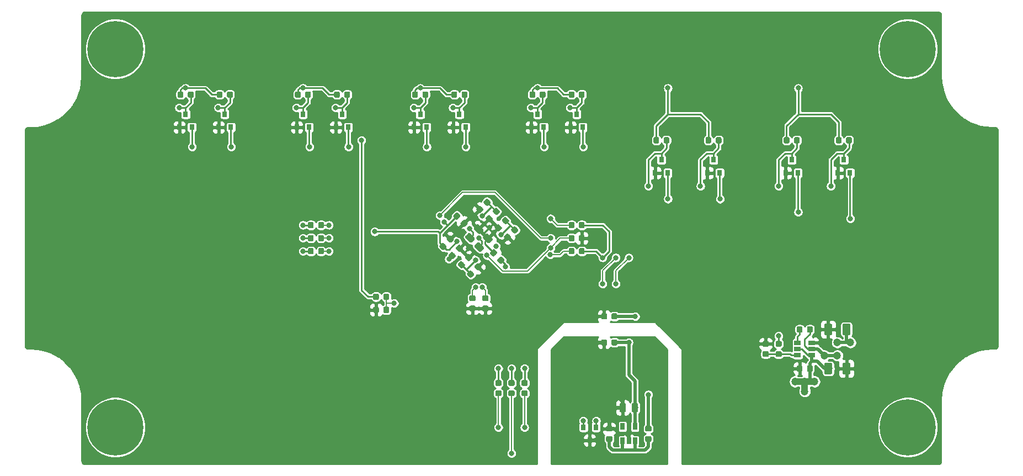
<source format=gbr>
G04 #@! TF.GenerationSoftware,KiCad,Pcbnew,(5.1.2)-1*
G04 #@! TF.CreationDate,2019-09-05T21:25:15-07:00*
G04 #@! TF.ProjectId,design,64657369-676e-42e6-9b69-6361645f7063,rev?*
G04 #@! TF.SameCoordinates,Original*
G04 #@! TF.FileFunction,Copper,L2,Bot*
G04 #@! TF.FilePolarity,Positive*
%FSLAX46Y46*%
G04 Gerber Fmt 4.6, Leading zero omitted, Abs format (unit mm)*
G04 Created by KiCad (PCBNEW (5.1.2)-1) date 2019-09-05 21:25:15*
%MOMM*%
%LPD*%
G04 APERTURE LIST*
%ADD10C,0.100000*%
%ADD11C,0.875000*%
%ADD12R,0.800000X0.900000*%
%ADD13R,0.650000X1.060000*%
%ADD14R,1.060000X0.650000*%
%ADD15C,8.600000*%
%ADD16C,0.900000*%
%ADD17C,1.250000*%
%ADD18C,0.975000*%
%ADD19C,1.200000*%
%ADD20C,0.800000*%
%ADD21C,0.250000*%
%ADD22C,0.500000*%
%ADD23C,0.160000*%
%ADD24C,1.000000*%
%ADD25C,0.254000*%
G04 APERTURE END LIST*
D10*
G36*
X161027691Y-107526053D02*
G01*
X161048926Y-107529203D01*
X161069750Y-107534419D01*
X161089962Y-107541651D01*
X161109368Y-107550830D01*
X161127781Y-107561866D01*
X161145024Y-107574654D01*
X161160930Y-107589070D01*
X161175346Y-107604976D01*
X161188134Y-107622219D01*
X161199170Y-107640632D01*
X161208349Y-107660038D01*
X161215581Y-107680250D01*
X161220797Y-107701074D01*
X161223947Y-107722309D01*
X161225000Y-107743750D01*
X161225000Y-108256250D01*
X161223947Y-108277691D01*
X161220797Y-108298926D01*
X161215581Y-108319750D01*
X161208349Y-108339962D01*
X161199170Y-108359368D01*
X161188134Y-108377781D01*
X161175346Y-108395024D01*
X161160930Y-108410930D01*
X161145024Y-108425346D01*
X161127781Y-108438134D01*
X161109368Y-108449170D01*
X161089962Y-108458349D01*
X161069750Y-108465581D01*
X161048926Y-108470797D01*
X161027691Y-108473947D01*
X161006250Y-108475000D01*
X160568750Y-108475000D01*
X160547309Y-108473947D01*
X160526074Y-108470797D01*
X160505250Y-108465581D01*
X160485038Y-108458349D01*
X160465632Y-108449170D01*
X160447219Y-108438134D01*
X160429976Y-108425346D01*
X160414070Y-108410930D01*
X160399654Y-108395024D01*
X160386866Y-108377781D01*
X160375830Y-108359368D01*
X160366651Y-108339962D01*
X160359419Y-108319750D01*
X160354203Y-108298926D01*
X160351053Y-108277691D01*
X160350000Y-108256250D01*
X160350000Y-107743750D01*
X160351053Y-107722309D01*
X160354203Y-107701074D01*
X160359419Y-107680250D01*
X160366651Y-107660038D01*
X160375830Y-107640632D01*
X160386866Y-107622219D01*
X160399654Y-107604976D01*
X160414070Y-107589070D01*
X160429976Y-107574654D01*
X160447219Y-107561866D01*
X160465632Y-107550830D01*
X160485038Y-107541651D01*
X160505250Y-107534419D01*
X160526074Y-107529203D01*
X160547309Y-107526053D01*
X160568750Y-107525000D01*
X161006250Y-107525000D01*
X161027691Y-107526053D01*
X161027691Y-107526053D01*
G37*
D11*
X160787500Y-108000000D03*
D10*
G36*
X159452691Y-107526053D02*
G01*
X159473926Y-107529203D01*
X159494750Y-107534419D01*
X159514962Y-107541651D01*
X159534368Y-107550830D01*
X159552781Y-107561866D01*
X159570024Y-107574654D01*
X159585930Y-107589070D01*
X159600346Y-107604976D01*
X159613134Y-107622219D01*
X159624170Y-107640632D01*
X159633349Y-107660038D01*
X159640581Y-107680250D01*
X159645797Y-107701074D01*
X159648947Y-107722309D01*
X159650000Y-107743750D01*
X159650000Y-108256250D01*
X159648947Y-108277691D01*
X159645797Y-108298926D01*
X159640581Y-108319750D01*
X159633349Y-108339962D01*
X159624170Y-108359368D01*
X159613134Y-108377781D01*
X159600346Y-108395024D01*
X159585930Y-108410930D01*
X159570024Y-108425346D01*
X159552781Y-108438134D01*
X159534368Y-108449170D01*
X159514962Y-108458349D01*
X159494750Y-108465581D01*
X159473926Y-108470797D01*
X159452691Y-108473947D01*
X159431250Y-108475000D01*
X158993750Y-108475000D01*
X158972309Y-108473947D01*
X158951074Y-108470797D01*
X158930250Y-108465581D01*
X158910038Y-108458349D01*
X158890632Y-108449170D01*
X158872219Y-108438134D01*
X158854976Y-108425346D01*
X158839070Y-108410930D01*
X158824654Y-108395024D01*
X158811866Y-108377781D01*
X158800830Y-108359368D01*
X158791651Y-108339962D01*
X158784419Y-108319750D01*
X158779203Y-108298926D01*
X158776053Y-108277691D01*
X158775000Y-108256250D01*
X158775000Y-107743750D01*
X158776053Y-107722309D01*
X158779203Y-107701074D01*
X158784419Y-107680250D01*
X158791651Y-107660038D01*
X158800830Y-107640632D01*
X158811866Y-107622219D01*
X158824654Y-107604976D01*
X158839070Y-107589070D01*
X158854976Y-107574654D01*
X158872219Y-107561866D01*
X158890632Y-107550830D01*
X158910038Y-107541651D01*
X158930250Y-107534419D01*
X158951074Y-107529203D01*
X158972309Y-107526053D01*
X158993750Y-107525000D01*
X159431250Y-107525000D01*
X159452691Y-107526053D01*
X159452691Y-107526053D01*
G37*
D11*
X159212500Y-108000000D03*
D10*
G36*
X161027691Y-109526053D02*
G01*
X161048926Y-109529203D01*
X161069750Y-109534419D01*
X161089962Y-109541651D01*
X161109368Y-109550830D01*
X161127781Y-109561866D01*
X161145024Y-109574654D01*
X161160930Y-109589070D01*
X161175346Y-109604976D01*
X161188134Y-109622219D01*
X161199170Y-109640632D01*
X161208349Y-109660038D01*
X161215581Y-109680250D01*
X161220797Y-109701074D01*
X161223947Y-109722309D01*
X161225000Y-109743750D01*
X161225000Y-110256250D01*
X161223947Y-110277691D01*
X161220797Y-110298926D01*
X161215581Y-110319750D01*
X161208349Y-110339962D01*
X161199170Y-110359368D01*
X161188134Y-110377781D01*
X161175346Y-110395024D01*
X161160930Y-110410930D01*
X161145024Y-110425346D01*
X161127781Y-110438134D01*
X161109368Y-110449170D01*
X161089962Y-110458349D01*
X161069750Y-110465581D01*
X161048926Y-110470797D01*
X161027691Y-110473947D01*
X161006250Y-110475000D01*
X160568750Y-110475000D01*
X160547309Y-110473947D01*
X160526074Y-110470797D01*
X160505250Y-110465581D01*
X160485038Y-110458349D01*
X160465632Y-110449170D01*
X160447219Y-110438134D01*
X160429976Y-110425346D01*
X160414070Y-110410930D01*
X160399654Y-110395024D01*
X160386866Y-110377781D01*
X160375830Y-110359368D01*
X160366651Y-110339962D01*
X160359419Y-110319750D01*
X160354203Y-110298926D01*
X160351053Y-110277691D01*
X160350000Y-110256250D01*
X160350000Y-109743750D01*
X160351053Y-109722309D01*
X160354203Y-109701074D01*
X160359419Y-109680250D01*
X160366651Y-109660038D01*
X160375830Y-109640632D01*
X160386866Y-109622219D01*
X160399654Y-109604976D01*
X160414070Y-109589070D01*
X160429976Y-109574654D01*
X160447219Y-109561866D01*
X160465632Y-109550830D01*
X160485038Y-109541651D01*
X160505250Y-109534419D01*
X160526074Y-109529203D01*
X160547309Y-109526053D01*
X160568750Y-109525000D01*
X161006250Y-109525000D01*
X161027691Y-109526053D01*
X161027691Y-109526053D01*
G37*
D11*
X160787500Y-110000000D03*
D10*
G36*
X159452691Y-109526053D02*
G01*
X159473926Y-109529203D01*
X159494750Y-109534419D01*
X159514962Y-109541651D01*
X159534368Y-109550830D01*
X159552781Y-109561866D01*
X159570024Y-109574654D01*
X159585930Y-109589070D01*
X159600346Y-109604976D01*
X159613134Y-109622219D01*
X159624170Y-109640632D01*
X159633349Y-109660038D01*
X159640581Y-109680250D01*
X159645797Y-109701074D01*
X159648947Y-109722309D01*
X159650000Y-109743750D01*
X159650000Y-110256250D01*
X159648947Y-110277691D01*
X159645797Y-110298926D01*
X159640581Y-110319750D01*
X159633349Y-110339962D01*
X159624170Y-110359368D01*
X159613134Y-110377781D01*
X159600346Y-110395024D01*
X159585930Y-110410930D01*
X159570024Y-110425346D01*
X159552781Y-110438134D01*
X159534368Y-110449170D01*
X159514962Y-110458349D01*
X159494750Y-110465581D01*
X159473926Y-110470797D01*
X159452691Y-110473947D01*
X159431250Y-110475000D01*
X158993750Y-110475000D01*
X158972309Y-110473947D01*
X158951074Y-110470797D01*
X158930250Y-110465581D01*
X158910038Y-110458349D01*
X158890632Y-110449170D01*
X158872219Y-110438134D01*
X158854976Y-110425346D01*
X158839070Y-110410930D01*
X158824654Y-110395024D01*
X158811866Y-110377781D01*
X158800830Y-110359368D01*
X158791651Y-110339962D01*
X158784419Y-110319750D01*
X158779203Y-110298926D01*
X158776053Y-110277691D01*
X158775000Y-110256250D01*
X158775000Y-109743750D01*
X158776053Y-109722309D01*
X158779203Y-109701074D01*
X158784419Y-109680250D01*
X158791651Y-109660038D01*
X158800830Y-109640632D01*
X158811866Y-109622219D01*
X158824654Y-109604976D01*
X158839070Y-109589070D01*
X158854976Y-109574654D01*
X158872219Y-109561866D01*
X158890632Y-109550830D01*
X158910038Y-109541651D01*
X158930250Y-109534419D01*
X158951074Y-109529203D01*
X158972309Y-109526053D01*
X158993750Y-109525000D01*
X159431250Y-109525000D01*
X159452691Y-109526053D01*
X159452691Y-109526053D01*
G37*
D11*
X159212500Y-110000000D03*
D10*
G36*
X159452691Y-111526053D02*
G01*
X159473926Y-111529203D01*
X159494750Y-111534419D01*
X159514962Y-111541651D01*
X159534368Y-111550830D01*
X159552781Y-111561866D01*
X159570024Y-111574654D01*
X159585930Y-111589070D01*
X159600346Y-111604976D01*
X159613134Y-111622219D01*
X159624170Y-111640632D01*
X159633349Y-111660038D01*
X159640581Y-111680250D01*
X159645797Y-111701074D01*
X159648947Y-111722309D01*
X159650000Y-111743750D01*
X159650000Y-112256250D01*
X159648947Y-112277691D01*
X159645797Y-112298926D01*
X159640581Y-112319750D01*
X159633349Y-112339962D01*
X159624170Y-112359368D01*
X159613134Y-112377781D01*
X159600346Y-112395024D01*
X159585930Y-112410930D01*
X159570024Y-112425346D01*
X159552781Y-112438134D01*
X159534368Y-112449170D01*
X159514962Y-112458349D01*
X159494750Y-112465581D01*
X159473926Y-112470797D01*
X159452691Y-112473947D01*
X159431250Y-112475000D01*
X158993750Y-112475000D01*
X158972309Y-112473947D01*
X158951074Y-112470797D01*
X158930250Y-112465581D01*
X158910038Y-112458349D01*
X158890632Y-112449170D01*
X158872219Y-112438134D01*
X158854976Y-112425346D01*
X158839070Y-112410930D01*
X158824654Y-112395024D01*
X158811866Y-112377781D01*
X158800830Y-112359368D01*
X158791651Y-112339962D01*
X158784419Y-112319750D01*
X158779203Y-112298926D01*
X158776053Y-112277691D01*
X158775000Y-112256250D01*
X158775000Y-111743750D01*
X158776053Y-111722309D01*
X158779203Y-111701074D01*
X158784419Y-111680250D01*
X158791651Y-111660038D01*
X158800830Y-111640632D01*
X158811866Y-111622219D01*
X158824654Y-111604976D01*
X158839070Y-111589070D01*
X158854976Y-111574654D01*
X158872219Y-111561866D01*
X158890632Y-111550830D01*
X158910038Y-111541651D01*
X158930250Y-111534419D01*
X158951074Y-111529203D01*
X158972309Y-111526053D01*
X158993750Y-111525000D01*
X159431250Y-111525000D01*
X159452691Y-111526053D01*
X159452691Y-111526053D01*
G37*
D11*
X159212500Y-112000000D03*
D10*
G36*
X161027691Y-111526053D02*
G01*
X161048926Y-111529203D01*
X161069750Y-111534419D01*
X161089962Y-111541651D01*
X161109368Y-111550830D01*
X161127781Y-111561866D01*
X161145024Y-111574654D01*
X161160930Y-111589070D01*
X161175346Y-111604976D01*
X161188134Y-111622219D01*
X161199170Y-111640632D01*
X161208349Y-111660038D01*
X161215581Y-111680250D01*
X161220797Y-111701074D01*
X161223947Y-111722309D01*
X161225000Y-111743750D01*
X161225000Y-112256250D01*
X161223947Y-112277691D01*
X161220797Y-112298926D01*
X161215581Y-112319750D01*
X161208349Y-112339962D01*
X161199170Y-112359368D01*
X161188134Y-112377781D01*
X161175346Y-112395024D01*
X161160930Y-112410930D01*
X161145024Y-112425346D01*
X161127781Y-112438134D01*
X161109368Y-112449170D01*
X161089962Y-112458349D01*
X161069750Y-112465581D01*
X161048926Y-112470797D01*
X161027691Y-112473947D01*
X161006250Y-112475000D01*
X160568750Y-112475000D01*
X160547309Y-112473947D01*
X160526074Y-112470797D01*
X160505250Y-112465581D01*
X160485038Y-112458349D01*
X160465632Y-112449170D01*
X160447219Y-112438134D01*
X160429976Y-112425346D01*
X160414070Y-112410930D01*
X160399654Y-112395024D01*
X160386866Y-112377781D01*
X160375830Y-112359368D01*
X160366651Y-112339962D01*
X160359419Y-112319750D01*
X160354203Y-112298926D01*
X160351053Y-112277691D01*
X160350000Y-112256250D01*
X160350000Y-111743750D01*
X160351053Y-111722309D01*
X160354203Y-111701074D01*
X160359419Y-111680250D01*
X160366651Y-111660038D01*
X160375830Y-111640632D01*
X160386866Y-111622219D01*
X160399654Y-111604976D01*
X160414070Y-111589070D01*
X160429976Y-111574654D01*
X160447219Y-111561866D01*
X160465632Y-111550830D01*
X160485038Y-111541651D01*
X160505250Y-111534419D01*
X160526074Y-111529203D01*
X160547309Y-111526053D01*
X160568750Y-111525000D01*
X161006250Y-111525000D01*
X161027691Y-111526053D01*
X161027691Y-111526053D01*
G37*
D11*
X160787500Y-112000000D03*
D10*
G36*
X147319538Y-111718007D02*
G01*
X147340773Y-111721157D01*
X147361597Y-111726373D01*
X147381809Y-111733605D01*
X147401215Y-111742784D01*
X147419628Y-111753820D01*
X147436871Y-111766608D01*
X147452777Y-111781024D01*
X147762136Y-112090383D01*
X147776552Y-112106289D01*
X147789340Y-112123532D01*
X147800376Y-112141945D01*
X147809555Y-112161351D01*
X147816787Y-112181563D01*
X147822003Y-112202387D01*
X147825153Y-112223622D01*
X147826206Y-112245063D01*
X147825153Y-112266504D01*
X147822003Y-112287739D01*
X147816787Y-112308563D01*
X147809555Y-112328775D01*
X147800376Y-112348181D01*
X147789340Y-112366594D01*
X147776552Y-112383837D01*
X147762136Y-112399743D01*
X147399743Y-112762136D01*
X147383837Y-112776552D01*
X147366594Y-112789340D01*
X147348181Y-112800376D01*
X147328775Y-112809555D01*
X147308563Y-112816787D01*
X147287739Y-112822003D01*
X147266504Y-112825153D01*
X147245063Y-112826206D01*
X147223622Y-112825153D01*
X147202387Y-112822003D01*
X147181563Y-112816787D01*
X147161351Y-112809555D01*
X147141945Y-112800376D01*
X147123532Y-112789340D01*
X147106289Y-112776552D01*
X147090383Y-112762136D01*
X146781024Y-112452777D01*
X146766608Y-112436871D01*
X146753820Y-112419628D01*
X146742784Y-112401215D01*
X146733605Y-112381809D01*
X146726373Y-112361597D01*
X146721157Y-112340773D01*
X146718007Y-112319538D01*
X146716954Y-112298097D01*
X146718007Y-112276656D01*
X146721157Y-112255421D01*
X146726373Y-112234597D01*
X146733605Y-112214385D01*
X146742784Y-112194979D01*
X146753820Y-112176566D01*
X146766608Y-112159323D01*
X146781024Y-112143417D01*
X147143417Y-111781024D01*
X147159323Y-111766608D01*
X147176566Y-111753820D01*
X147194979Y-111742784D01*
X147214385Y-111733605D01*
X147234597Y-111726373D01*
X147255421Y-111721157D01*
X147276656Y-111718007D01*
X147298097Y-111716954D01*
X147319538Y-111718007D01*
X147319538Y-111718007D01*
G37*
D11*
X147271580Y-112271580D03*
D10*
G36*
X148433232Y-112831701D02*
G01*
X148454467Y-112834851D01*
X148475291Y-112840067D01*
X148495503Y-112847299D01*
X148514909Y-112856478D01*
X148533322Y-112867514D01*
X148550565Y-112880302D01*
X148566471Y-112894718D01*
X148875830Y-113204077D01*
X148890246Y-113219983D01*
X148903034Y-113237226D01*
X148914070Y-113255639D01*
X148923249Y-113275045D01*
X148930481Y-113295257D01*
X148935697Y-113316081D01*
X148938847Y-113337316D01*
X148939900Y-113358757D01*
X148938847Y-113380198D01*
X148935697Y-113401433D01*
X148930481Y-113422257D01*
X148923249Y-113442469D01*
X148914070Y-113461875D01*
X148903034Y-113480288D01*
X148890246Y-113497531D01*
X148875830Y-113513437D01*
X148513437Y-113875830D01*
X148497531Y-113890246D01*
X148480288Y-113903034D01*
X148461875Y-113914070D01*
X148442469Y-113923249D01*
X148422257Y-113930481D01*
X148401433Y-113935697D01*
X148380198Y-113938847D01*
X148358757Y-113939900D01*
X148337316Y-113938847D01*
X148316081Y-113935697D01*
X148295257Y-113930481D01*
X148275045Y-113923249D01*
X148255639Y-113914070D01*
X148237226Y-113903034D01*
X148219983Y-113890246D01*
X148204077Y-113875830D01*
X147894718Y-113566471D01*
X147880302Y-113550565D01*
X147867514Y-113533322D01*
X147856478Y-113514909D01*
X147847299Y-113495503D01*
X147840067Y-113475291D01*
X147834851Y-113454467D01*
X147831701Y-113433232D01*
X147830648Y-113411791D01*
X147831701Y-113390350D01*
X147834851Y-113369115D01*
X147840067Y-113348291D01*
X147847299Y-113328079D01*
X147856478Y-113308673D01*
X147867514Y-113290260D01*
X147880302Y-113273017D01*
X147894718Y-113257111D01*
X148257111Y-112894718D01*
X148273017Y-112880302D01*
X148290260Y-112867514D01*
X148308673Y-112856478D01*
X148328079Y-112847299D01*
X148348291Y-112840067D01*
X148369115Y-112834851D01*
X148390350Y-112831701D01*
X148411791Y-112830648D01*
X148433232Y-112831701D01*
X148433232Y-112831701D01*
G37*
D11*
X148385274Y-113385274D03*
D10*
G36*
X143730970Y-114953021D02*
G01*
X143752205Y-114956171D01*
X143773029Y-114961387D01*
X143793241Y-114968619D01*
X143812647Y-114977798D01*
X143831060Y-114988834D01*
X143848303Y-115001622D01*
X143864209Y-115016038D01*
X144226602Y-115378431D01*
X144241018Y-115394337D01*
X144253806Y-115411580D01*
X144264842Y-115429993D01*
X144274021Y-115449399D01*
X144281253Y-115469611D01*
X144286469Y-115490435D01*
X144289619Y-115511670D01*
X144290672Y-115533111D01*
X144289619Y-115554552D01*
X144286469Y-115575787D01*
X144281253Y-115596611D01*
X144274021Y-115616823D01*
X144264842Y-115636229D01*
X144253806Y-115654642D01*
X144241018Y-115671885D01*
X144226602Y-115687791D01*
X143917243Y-115997150D01*
X143901337Y-116011566D01*
X143884094Y-116024354D01*
X143865681Y-116035390D01*
X143846275Y-116044569D01*
X143826063Y-116051801D01*
X143805239Y-116057017D01*
X143784004Y-116060167D01*
X143762563Y-116061220D01*
X143741122Y-116060167D01*
X143719887Y-116057017D01*
X143699063Y-116051801D01*
X143678851Y-116044569D01*
X143659445Y-116035390D01*
X143641032Y-116024354D01*
X143623789Y-116011566D01*
X143607883Y-115997150D01*
X143245490Y-115634757D01*
X143231074Y-115618851D01*
X143218286Y-115601608D01*
X143207250Y-115583195D01*
X143198071Y-115563789D01*
X143190839Y-115543577D01*
X143185623Y-115522753D01*
X143182473Y-115501518D01*
X143181420Y-115480077D01*
X143182473Y-115458636D01*
X143185623Y-115437401D01*
X143190839Y-115416577D01*
X143198071Y-115396365D01*
X143207250Y-115376959D01*
X143218286Y-115358546D01*
X143231074Y-115341303D01*
X143245490Y-115325397D01*
X143554849Y-115016038D01*
X143570755Y-115001622D01*
X143587998Y-114988834D01*
X143606411Y-114977798D01*
X143625817Y-114968619D01*
X143646029Y-114961387D01*
X143666853Y-114956171D01*
X143688088Y-114953021D01*
X143709529Y-114951968D01*
X143730970Y-114953021D01*
X143730970Y-114953021D01*
G37*
D11*
X143736046Y-115506594D03*
D10*
G36*
X144844664Y-113839327D02*
G01*
X144865899Y-113842477D01*
X144886723Y-113847693D01*
X144906935Y-113854925D01*
X144926341Y-113864104D01*
X144944754Y-113875140D01*
X144961997Y-113887928D01*
X144977903Y-113902344D01*
X145340296Y-114264737D01*
X145354712Y-114280643D01*
X145367500Y-114297886D01*
X145378536Y-114316299D01*
X145387715Y-114335705D01*
X145394947Y-114355917D01*
X145400163Y-114376741D01*
X145403313Y-114397976D01*
X145404366Y-114419417D01*
X145403313Y-114440858D01*
X145400163Y-114462093D01*
X145394947Y-114482917D01*
X145387715Y-114503129D01*
X145378536Y-114522535D01*
X145367500Y-114540948D01*
X145354712Y-114558191D01*
X145340296Y-114574097D01*
X145030937Y-114883456D01*
X145015031Y-114897872D01*
X144997788Y-114910660D01*
X144979375Y-114921696D01*
X144959969Y-114930875D01*
X144939757Y-114938107D01*
X144918933Y-114943323D01*
X144897698Y-114946473D01*
X144876257Y-114947526D01*
X144854816Y-114946473D01*
X144833581Y-114943323D01*
X144812757Y-114938107D01*
X144792545Y-114930875D01*
X144773139Y-114921696D01*
X144754726Y-114910660D01*
X144737483Y-114897872D01*
X144721577Y-114883456D01*
X144359184Y-114521063D01*
X144344768Y-114505157D01*
X144331980Y-114487914D01*
X144320944Y-114469501D01*
X144311765Y-114450095D01*
X144304533Y-114429883D01*
X144299317Y-114409059D01*
X144296167Y-114387824D01*
X144295114Y-114366383D01*
X144296167Y-114344942D01*
X144299317Y-114323707D01*
X144304533Y-114302883D01*
X144311765Y-114282671D01*
X144320944Y-114263265D01*
X144331980Y-114244852D01*
X144344768Y-114227609D01*
X144359184Y-114211703D01*
X144668543Y-113902344D01*
X144684449Y-113887928D01*
X144701692Y-113875140D01*
X144720105Y-113864104D01*
X144739511Y-113854925D01*
X144759723Y-113847693D01*
X144780547Y-113842477D01*
X144801782Y-113839327D01*
X144823223Y-113838274D01*
X144844664Y-113839327D01*
X144844664Y-113839327D01*
G37*
D11*
X144849740Y-114392900D03*
D10*
G36*
X143430451Y-112425114D02*
G01*
X143451686Y-112428264D01*
X143472510Y-112433480D01*
X143492722Y-112440712D01*
X143512128Y-112449891D01*
X143530541Y-112460927D01*
X143547784Y-112473715D01*
X143563690Y-112488131D01*
X143926083Y-112850524D01*
X143940499Y-112866430D01*
X143953287Y-112883673D01*
X143964323Y-112902086D01*
X143973502Y-112921492D01*
X143980734Y-112941704D01*
X143985950Y-112962528D01*
X143989100Y-112983763D01*
X143990153Y-113005204D01*
X143989100Y-113026645D01*
X143985950Y-113047880D01*
X143980734Y-113068704D01*
X143973502Y-113088916D01*
X143964323Y-113108322D01*
X143953287Y-113126735D01*
X143940499Y-113143978D01*
X143926083Y-113159884D01*
X143616724Y-113469243D01*
X143600818Y-113483659D01*
X143583575Y-113496447D01*
X143565162Y-113507483D01*
X143545756Y-113516662D01*
X143525544Y-113523894D01*
X143504720Y-113529110D01*
X143483485Y-113532260D01*
X143462044Y-113533313D01*
X143440603Y-113532260D01*
X143419368Y-113529110D01*
X143398544Y-113523894D01*
X143378332Y-113516662D01*
X143358926Y-113507483D01*
X143340513Y-113496447D01*
X143323270Y-113483659D01*
X143307364Y-113469243D01*
X142944971Y-113106850D01*
X142930555Y-113090944D01*
X142917767Y-113073701D01*
X142906731Y-113055288D01*
X142897552Y-113035882D01*
X142890320Y-113015670D01*
X142885104Y-112994846D01*
X142881954Y-112973611D01*
X142880901Y-112952170D01*
X142881954Y-112930729D01*
X142885104Y-112909494D01*
X142890320Y-112888670D01*
X142897552Y-112868458D01*
X142906731Y-112849052D01*
X142917767Y-112830639D01*
X142930555Y-112813396D01*
X142944971Y-112797490D01*
X143254330Y-112488131D01*
X143270236Y-112473715D01*
X143287479Y-112460927D01*
X143305892Y-112449891D01*
X143325298Y-112440712D01*
X143345510Y-112433480D01*
X143366334Y-112428264D01*
X143387569Y-112425114D01*
X143409010Y-112424061D01*
X143430451Y-112425114D01*
X143430451Y-112425114D01*
G37*
D11*
X143435527Y-112978687D03*
D10*
G36*
X142316757Y-113538808D02*
G01*
X142337992Y-113541958D01*
X142358816Y-113547174D01*
X142379028Y-113554406D01*
X142398434Y-113563585D01*
X142416847Y-113574621D01*
X142434090Y-113587409D01*
X142449996Y-113601825D01*
X142812389Y-113964218D01*
X142826805Y-113980124D01*
X142839593Y-113997367D01*
X142850629Y-114015780D01*
X142859808Y-114035186D01*
X142867040Y-114055398D01*
X142872256Y-114076222D01*
X142875406Y-114097457D01*
X142876459Y-114118898D01*
X142875406Y-114140339D01*
X142872256Y-114161574D01*
X142867040Y-114182398D01*
X142859808Y-114202610D01*
X142850629Y-114222016D01*
X142839593Y-114240429D01*
X142826805Y-114257672D01*
X142812389Y-114273578D01*
X142503030Y-114582937D01*
X142487124Y-114597353D01*
X142469881Y-114610141D01*
X142451468Y-114621177D01*
X142432062Y-114630356D01*
X142411850Y-114637588D01*
X142391026Y-114642804D01*
X142369791Y-114645954D01*
X142348350Y-114647007D01*
X142326909Y-114645954D01*
X142305674Y-114642804D01*
X142284850Y-114637588D01*
X142264638Y-114630356D01*
X142245232Y-114621177D01*
X142226819Y-114610141D01*
X142209576Y-114597353D01*
X142193670Y-114582937D01*
X141831277Y-114220544D01*
X141816861Y-114204638D01*
X141804073Y-114187395D01*
X141793037Y-114168982D01*
X141783858Y-114149576D01*
X141776626Y-114129364D01*
X141771410Y-114108540D01*
X141768260Y-114087305D01*
X141767207Y-114065864D01*
X141768260Y-114044423D01*
X141771410Y-114023188D01*
X141776626Y-114002364D01*
X141783858Y-113982152D01*
X141793037Y-113962746D01*
X141804073Y-113944333D01*
X141816861Y-113927090D01*
X141831277Y-113911184D01*
X142140636Y-113601825D01*
X142156542Y-113587409D01*
X142173785Y-113574621D01*
X142192198Y-113563585D01*
X142211604Y-113554406D01*
X142231816Y-113547174D01*
X142252640Y-113541958D01*
X142273875Y-113538808D01*
X142295316Y-113537755D01*
X142316757Y-113538808D01*
X142316757Y-113538808D01*
G37*
D11*
X142321833Y-114092381D03*
D10*
G36*
X150501518Y-108182473D02*
G01*
X150522753Y-108185623D01*
X150543577Y-108190839D01*
X150563789Y-108198071D01*
X150583195Y-108207250D01*
X150601608Y-108218286D01*
X150618851Y-108231074D01*
X150634757Y-108245490D01*
X150997150Y-108607883D01*
X151011566Y-108623789D01*
X151024354Y-108641032D01*
X151035390Y-108659445D01*
X151044569Y-108678851D01*
X151051801Y-108699063D01*
X151057017Y-108719887D01*
X151060167Y-108741122D01*
X151061220Y-108762563D01*
X151060167Y-108784004D01*
X151057017Y-108805239D01*
X151051801Y-108826063D01*
X151044569Y-108846275D01*
X151035390Y-108865681D01*
X151024354Y-108884094D01*
X151011566Y-108901337D01*
X150997150Y-108917243D01*
X150687791Y-109226602D01*
X150671885Y-109241018D01*
X150654642Y-109253806D01*
X150636229Y-109264842D01*
X150616823Y-109274021D01*
X150596611Y-109281253D01*
X150575787Y-109286469D01*
X150554552Y-109289619D01*
X150533111Y-109290672D01*
X150511670Y-109289619D01*
X150490435Y-109286469D01*
X150469611Y-109281253D01*
X150449399Y-109274021D01*
X150429993Y-109264842D01*
X150411580Y-109253806D01*
X150394337Y-109241018D01*
X150378431Y-109226602D01*
X150016038Y-108864209D01*
X150001622Y-108848303D01*
X149988834Y-108831060D01*
X149977798Y-108812647D01*
X149968619Y-108793241D01*
X149961387Y-108773029D01*
X149956171Y-108752205D01*
X149953021Y-108730970D01*
X149951968Y-108709529D01*
X149953021Y-108688088D01*
X149956171Y-108666853D01*
X149961387Y-108646029D01*
X149968619Y-108625817D01*
X149977798Y-108606411D01*
X149988834Y-108587998D01*
X150001622Y-108570755D01*
X150016038Y-108554849D01*
X150325397Y-108245490D01*
X150341303Y-108231074D01*
X150358546Y-108218286D01*
X150376959Y-108207250D01*
X150396365Y-108198071D01*
X150416577Y-108190839D01*
X150437401Y-108185623D01*
X150458636Y-108182473D01*
X150480077Y-108181420D01*
X150501518Y-108182473D01*
X150501518Y-108182473D01*
G37*
D11*
X150506594Y-108736046D03*
D10*
G36*
X149387824Y-109296167D02*
G01*
X149409059Y-109299317D01*
X149429883Y-109304533D01*
X149450095Y-109311765D01*
X149469501Y-109320944D01*
X149487914Y-109331980D01*
X149505157Y-109344768D01*
X149521063Y-109359184D01*
X149883456Y-109721577D01*
X149897872Y-109737483D01*
X149910660Y-109754726D01*
X149921696Y-109773139D01*
X149930875Y-109792545D01*
X149938107Y-109812757D01*
X149943323Y-109833581D01*
X149946473Y-109854816D01*
X149947526Y-109876257D01*
X149946473Y-109897698D01*
X149943323Y-109918933D01*
X149938107Y-109939757D01*
X149930875Y-109959969D01*
X149921696Y-109979375D01*
X149910660Y-109997788D01*
X149897872Y-110015031D01*
X149883456Y-110030937D01*
X149574097Y-110340296D01*
X149558191Y-110354712D01*
X149540948Y-110367500D01*
X149522535Y-110378536D01*
X149503129Y-110387715D01*
X149482917Y-110394947D01*
X149462093Y-110400163D01*
X149440858Y-110403313D01*
X149419417Y-110404366D01*
X149397976Y-110403313D01*
X149376741Y-110400163D01*
X149355917Y-110394947D01*
X149335705Y-110387715D01*
X149316299Y-110378536D01*
X149297886Y-110367500D01*
X149280643Y-110354712D01*
X149264737Y-110340296D01*
X148902344Y-109977903D01*
X148887928Y-109961997D01*
X148875140Y-109944754D01*
X148864104Y-109926341D01*
X148854925Y-109906935D01*
X148847693Y-109886723D01*
X148842477Y-109865899D01*
X148839327Y-109844664D01*
X148838274Y-109823223D01*
X148839327Y-109801782D01*
X148842477Y-109780547D01*
X148847693Y-109759723D01*
X148854925Y-109739511D01*
X148864104Y-109720105D01*
X148875140Y-109701692D01*
X148887928Y-109684449D01*
X148902344Y-109668543D01*
X149211703Y-109359184D01*
X149227609Y-109344768D01*
X149244852Y-109331980D01*
X149263265Y-109320944D01*
X149282671Y-109311765D01*
X149302883Y-109304533D01*
X149323707Y-109299317D01*
X149344942Y-109296167D01*
X149366383Y-109295114D01*
X149387824Y-109296167D01*
X149387824Y-109296167D01*
G37*
D11*
X149392900Y-109849740D03*
D10*
G36*
X147973611Y-107881954D02*
G01*
X147994846Y-107885104D01*
X148015670Y-107890320D01*
X148035882Y-107897552D01*
X148055288Y-107906731D01*
X148073701Y-107917767D01*
X148090944Y-107930555D01*
X148106850Y-107944971D01*
X148469243Y-108307364D01*
X148483659Y-108323270D01*
X148496447Y-108340513D01*
X148507483Y-108358926D01*
X148516662Y-108378332D01*
X148523894Y-108398544D01*
X148529110Y-108419368D01*
X148532260Y-108440603D01*
X148533313Y-108462044D01*
X148532260Y-108483485D01*
X148529110Y-108504720D01*
X148523894Y-108525544D01*
X148516662Y-108545756D01*
X148507483Y-108565162D01*
X148496447Y-108583575D01*
X148483659Y-108600818D01*
X148469243Y-108616724D01*
X148159884Y-108926083D01*
X148143978Y-108940499D01*
X148126735Y-108953287D01*
X148108322Y-108964323D01*
X148088916Y-108973502D01*
X148068704Y-108980734D01*
X148047880Y-108985950D01*
X148026645Y-108989100D01*
X148005204Y-108990153D01*
X147983763Y-108989100D01*
X147962528Y-108985950D01*
X147941704Y-108980734D01*
X147921492Y-108973502D01*
X147902086Y-108964323D01*
X147883673Y-108953287D01*
X147866430Y-108940499D01*
X147850524Y-108926083D01*
X147488131Y-108563690D01*
X147473715Y-108547784D01*
X147460927Y-108530541D01*
X147449891Y-108512128D01*
X147440712Y-108492722D01*
X147433480Y-108472510D01*
X147428264Y-108451686D01*
X147425114Y-108430451D01*
X147424061Y-108409010D01*
X147425114Y-108387569D01*
X147428264Y-108366334D01*
X147433480Y-108345510D01*
X147440712Y-108325298D01*
X147449891Y-108305892D01*
X147460927Y-108287479D01*
X147473715Y-108270236D01*
X147488131Y-108254330D01*
X147797490Y-107944971D01*
X147813396Y-107930555D01*
X147830639Y-107917767D01*
X147849052Y-107906731D01*
X147868458Y-107897552D01*
X147888670Y-107890320D01*
X147909494Y-107885104D01*
X147930729Y-107881954D01*
X147952170Y-107880901D01*
X147973611Y-107881954D01*
X147973611Y-107881954D01*
G37*
D11*
X147978687Y-108435527D03*
D10*
G36*
X149087305Y-106768260D02*
G01*
X149108540Y-106771410D01*
X149129364Y-106776626D01*
X149149576Y-106783858D01*
X149168982Y-106793037D01*
X149187395Y-106804073D01*
X149204638Y-106816861D01*
X149220544Y-106831277D01*
X149582937Y-107193670D01*
X149597353Y-107209576D01*
X149610141Y-107226819D01*
X149621177Y-107245232D01*
X149630356Y-107264638D01*
X149637588Y-107284850D01*
X149642804Y-107305674D01*
X149645954Y-107326909D01*
X149647007Y-107348350D01*
X149645954Y-107369791D01*
X149642804Y-107391026D01*
X149637588Y-107411850D01*
X149630356Y-107432062D01*
X149621177Y-107451468D01*
X149610141Y-107469881D01*
X149597353Y-107487124D01*
X149582937Y-107503030D01*
X149273578Y-107812389D01*
X149257672Y-107826805D01*
X149240429Y-107839593D01*
X149222016Y-107850629D01*
X149202610Y-107859808D01*
X149182398Y-107867040D01*
X149161574Y-107872256D01*
X149140339Y-107875406D01*
X149118898Y-107876459D01*
X149097457Y-107875406D01*
X149076222Y-107872256D01*
X149055398Y-107867040D01*
X149035186Y-107859808D01*
X149015780Y-107850629D01*
X148997367Y-107839593D01*
X148980124Y-107826805D01*
X148964218Y-107812389D01*
X148601825Y-107449996D01*
X148587409Y-107434090D01*
X148574621Y-107416847D01*
X148563585Y-107398434D01*
X148554406Y-107379028D01*
X148547174Y-107358816D01*
X148541958Y-107337992D01*
X148538808Y-107316757D01*
X148537755Y-107295316D01*
X148538808Y-107273875D01*
X148541958Y-107252640D01*
X148547174Y-107231816D01*
X148554406Y-107211604D01*
X148563585Y-107192198D01*
X148574621Y-107173785D01*
X148587409Y-107156542D01*
X148601825Y-107140636D01*
X148911184Y-106831277D01*
X148927090Y-106816861D01*
X148944333Y-106804073D01*
X148962746Y-106793037D01*
X148982152Y-106783858D01*
X149002364Y-106776626D01*
X149023188Y-106771410D01*
X149044423Y-106768260D01*
X149065864Y-106767207D01*
X149087305Y-106768260D01*
X149087305Y-106768260D01*
G37*
D11*
X149092381Y-107321833D03*
D10*
G36*
X146258878Y-103939833D02*
G01*
X146280113Y-103942983D01*
X146300937Y-103948199D01*
X146321149Y-103955431D01*
X146340555Y-103964610D01*
X146358968Y-103975646D01*
X146376211Y-103988434D01*
X146392117Y-104002850D01*
X146754510Y-104365243D01*
X146768926Y-104381149D01*
X146781714Y-104398392D01*
X146792750Y-104416805D01*
X146801929Y-104436211D01*
X146809161Y-104456423D01*
X146814377Y-104477247D01*
X146817527Y-104498482D01*
X146818580Y-104519923D01*
X146817527Y-104541364D01*
X146814377Y-104562599D01*
X146809161Y-104583423D01*
X146801929Y-104603635D01*
X146792750Y-104623041D01*
X146781714Y-104641454D01*
X146768926Y-104658697D01*
X146754510Y-104674603D01*
X146445151Y-104983962D01*
X146429245Y-104998378D01*
X146412002Y-105011166D01*
X146393589Y-105022202D01*
X146374183Y-105031381D01*
X146353971Y-105038613D01*
X146333147Y-105043829D01*
X146311912Y-105046979D01*
X146290471Y-105048032D01*
X146269030Y-105046979D01*
X146247795Y-105043829D01*
X146226971Y-105038613D01*
X146206759Y-105031381D01*
X146187353Y-105022202D01*
X146168940Y-105011166D01*
X146151697Y-104998378D01*
X146135791Y-104983962D01*
X145773398Y-104621569D01*
X145758982Y-104605663D01*
X145746194Y-104588420D01*
X145735158Y-104570007D01*
X145725979Y-104550601D01*
X145718747Y-104530389D01*
X145713531Y-104509565D01*
X145710381Y-104488330D01*
X145709328Y-104466889D01*
X145710381Y-104445448D01*
X145713531Y-104424213D01*
X145718747Y-104403389D01*
X145725979Y-104383177D01*
X145735158Y-104363771D01*
X145746194Y-104345358D01*
X145758982Y-104328115D01*
X145773398Y-104312209D01*
X146082757Y-104002850D01*
X146098663Y-103988434D01*
X146115906Y-103975646D01*
X146134319Y-103964610D01*
X146153725Y-103955431D01*
X146173937Y-103948199D01*
X146194761Y-103942983D01*
X146215996Y-103939833D01*
X146237437Y-103938780D01*
X146258878Y-103939833D01*
X146258878Y-103939833D01*
G37*
D11*
X146263954Y-104493406D03*
D10*
G36*
X145145184Y-105053527D02*
G01*
X145166419Y-105056677D01*
X145187243Y-105061893D01*
X145207455Y-105069125D01*
X145226861Y-105078304D01*
X145245274Y-105089340D01*
X145262517Y-105102128D01*
X145278423Y-105116544D01*
X145640816Y-105478937D01*
X145655232Y-105494843D01*
X145668020Y-105512086D01*
X145679056Y-105530499D01*
X145688235Y-105549905D01*
X145695467Y-105570117D01*
X145700683Y-105590941D01*
X145703833Y-105612176D01*
X145704886Y-105633617D01*
X145703833Y-105655058D01*
X145700683Y-105676293D01*
X145695467Y-105697117D01*
X145688235Y-105717329D01*
X145679056Y-105736735D01*
X145668020Y-105755148D01*
X145655232Y-105772391D01*
X145640816Y-105788297D01*
X145331457Y-106097656D01*
X145315551Y-106112072D01*
X145298308Y-106124860D01*
X145279895Y-106135896D01*
X145260489Y-106145075D01*
X145240277Y-106152307D01*
X145219453Y-106157523D01*
X145198218Y-106160673D01*
X145176777Y-106161726D01*
X145155336Y-106160673D01*
X145134101Y-106157523D01*
X145113277Y-106152307D01*
X145093065Y-106145075D01*
X145073659Y-106135896D01*
X145055246Y-106124860D01*
X145038003Y-106112072D01*
X145022097Y-106097656D01*
X144659704Y-105735263D01*
X144645288Y-105719357D01*
X144632500Y-105702114D01*
X144621464Y-105683701D01*
X144612285Y-105664295D01*
X144605053Y-105644083D01*
X144599837Y-105623259D01*
X144596687Y-105602024D01*
X144595634Y-105580583D01*
X144596687Y-105559142D01*
X144599837Y-105537907D01*
X144605053Y-105517083D01*
X144612285Y-105496871D01*
X144621464Y-105477465D01*
X144632500Y-105459052D01*
X144645288Y-105441809D01*
X144659704Y-105425903D01*
X144969063Y-105116544D01*
X144984969Y-105102128D01*
X145002212Y-105089340D01*
X145020625Y-105078304D01*
X145040031Y-105069125D01*
X145060243Y-105061893D01*
X145081067Y-105056677D01*
X145102302Y-105053527D01*
X145123743Y-105052474D01*
X145145184Y-105053527D01*
X145145184Y-105053527D01*
G37*
D11*
X145150260Y-105607100D03*
D10*
G36*
X146559397Y-106467740D02*
G01*
X146580632Y-106470890D01*
X146601456Y-106476106D01*
X146621668Y-106483338D01*
X146641074Y-106492517D01*
X146659487Y-106503553D01*
X146676730Y-106516341D01*
X146692636Y-106530757D01*
X147055029Y-106893150D01*
X147069445Y-106909056D01*
X147082233Y-106926299D01*
X147093269Y-106944712D01*
X147102448Y-106964118D01*
X147109680Y-106984330D01*
X147114896Y-107005154D01*
X147118046Y-107026389D01*
X147119099Y-107047830D01*
X147118046Y-107069271D01*
X147114896Y-107090506D01*
X147109680Y-107111330D01*
X147102448Y-107131542D01*
X147093269Y-107150948D01*
X147082233Y-107169361D01*
X147069445Y-107186604D01*
X147055029Y-107202510D01*
X146745670Y-107511869D01*
X146729764Y-107526285D01*
X146712521Y-107539073D01*
X146694108Y-107550109D01*
X146674702Y-107559288D01*
X146654490Y-107566520D01*
X146633666Y-107571736D01*
X146612431Y-107574886D01*
X146590990Y-107575939D01*
X146569549Y-107574886D01*
X146548314Y-107571736D01*
X146527490Y-107566520D01*
X146507278Y-107559288D01*
X146487872Y-107550109D01*
X146469459Y-107539073D01*
X146452216Y-107526285D01*
X146436310Y-107511869D01*
X146073917Y-107149476D01*
X146059501Y-107133570D01*
X146046713Y-107116327D01*
X146035677Y-107097914D01*
X146026498Y-107078508D01*
X146019266Y-107058296D01*
X146014050Y-107037472D01*
X146010900Y-107016237D01*
X146009847Y-106994796D01*
X146010900Y-106973355D01*
X146014050Y-106952120D01*
X146019266Y-106931296D01*
X146026498Y-106911084D01*
X146035677Y-106891678D01*
X146046713Y-106873265D01*
X146059501Y-106856022D01*
X146073917Y-106840116D01*
X146383276Y-106530757D01*
X146399182Y-106516341D01*
X146416425Y-106503553D01*
X146434838Y-106492517D01*
X146454244Y-106483338D01*
X146474456Y-106476106D01*
X146495280Y-106470890D01*
X146516515Y-106467740D01*
X146537956Y-106466687D01*
X146559397Y-106467740D01*
X146559397Y-106467740D01*
G37*
D11*
X146564473Y-107021313D03*
D10*
G36*
X147673091Y-105354046D02*
G01*
X147694326Y-105357196D01*
X147715150Y-105362412D01*
X147735362Y-105369644D01*
X147754768Y-105378823D01*
X147773181Y-105389859D01*
X147790424Y-105402647D01*
X147806330Y-105417063D01*
X148168723Y-105779456D01*
X148183139Y-105795362D01*
X148195927Y-105812605D01*
X148206963Y-105831018D01*
X148216142Y-105850424D01*
X148223374Y-105870636D01*
X148228590Y-105891460D01*
X148231740Y-105912695D01*
X148232793Y-105934136D01*
X148231740Y-105955577D01*
X148228590Y-105976812D01*
X148223374Y-105997636D01*
X148216142Y-106017848D01*
X148206963Y-106037254D01*
X148195927Y-106055667D01*
X148183139Y-106072910D01*
X148168723Y-106088816D01*
X147859364Y-106398175D01*
X147843458Y-106412591D01*
X147826215Y-106425379D01*
X147807802Y-106436415D01*
X147788396Y-106445594D01*
X147768184Y-106452826D01*
X147747360Y-106458042D01*
X147726125Y-106461192D01*
X147704684Y-106462245D01*
X147683243Y-106461192D01*
X147662008Y-106458042D01*
X147641184Y-106452826D01*
X147620972Y-106445594D01*
X147601566Y-106436415D01*
X147583153Y-106425379D01*
X147565910Y-106412591D01*
X147550004Y-106398175D01*
X147187611Y-106035782D01*
X147173195Y-106019876D01*
X147160407Y-106002633D01*
X147149371Y-105984220D01*
X147140192Y-105964814D01*
X147132960Y-105944602D01*
X147127744Y-105923778D01*
X147124594Y-105902543D01*
X147123541Y-105881102D01*
X147124594Y-105859661D01*
X147127744Y-105838426D01*
X147132960Y-105817602D01*
X147140192Y-105797390D01*
X147149371Y-105777984D01*
X147160407Y-105759571D01*
X147173195Y-105742328D01*
X147187611Y-105726422D01*
X147496970Y-105417063D01*
X147512876Y-105402647D01*
X147530119Y-105389859D01*
X147548532Y-105378823D01*
X147567938Y-105369644D01*
X147588150Y-105362412D01*
X147608974Y-105357196D01*
X147630209Y-105354046D01*
X147651650Y-105352993D01*
X147673091Y-105354046D01*
X147673091Y-105354046D01*
G37*
D11*
X147678167Y-105907619D03*
D10*
G36*
X140902543Y-112124594D02*
G01*
X140923778Y-112127744D01*
X140944602Y-112132960D01*
X140964814Y-112140192D01*
X140984220Y-112149371D01*
X141002633Y-112160407D01*
X141019876Y-112173195D01*
X141035782Y-112187611D01*
X141398175Y-112550004D01*
X141412591Y-112565910D01*
X141425379Y-112583153D01*
X141436415Y-112601566D01*
X141445594Y-112620972D01*
X141452826Y-112641184D01*
X141458042Y-112662008D01*
X141461192Y-112683243D01*
X141462245Y-112704684D01*
X141461192Y-112726125D01*
X141458042Y-112747360D01*
X141452826Y-112768184D01*
X141445594Y-112788396D01*
X141436415Y-112807802D01*
X141425379Y-112826215D01*
X141412591Y-112843458D01*
X141398175Y-112859364D01*
X141088816Y-113168723D01*
X141072910Y-113183139D01*
X141055667Y-113195927D01*
X141037254Y-113206963D01*
X141017848Y-113216142D01*
X140997636Y-113223374D01*
X140976812Y-113228590D01*
X140955577Y-113231740D01*
X140934136Y-113232793D01*
X140912695Y-113231740D01*
X140891460Y-113228590D01*
X140870636Y-113223374D01*
X140850424Y-113216142D01*
X140831018Y-113206963D01*
X140812605Y-113195927D01*
X140795362Y-113183139D01*
X140779456Y-113168723D01*
X140417063Y-112806330D01*
X140402647Y-112790424D01*
X140389859Y-112773181D01*
X140378823Y-112754768D01*
X140369644Y-112735362D01*
X140362412Y-112715150D01*
X140357196Y-112694326D01*
X140354046Y-112673091D01*
X140352993Y-112651650D01*
X140354046Y-112630209D01*
X140357196Y-112608974D01*
X140362412Y-112588150D01*
X140369644Y-112567938D01*
X140378823Y-112548532D01*
X140389859Y-112530119D01*
X140402647Y-112512876D01*
X140417063Y-112496970D01*
X140726422Y-112187611D01*
X140742328Y-112173195D01*
X140759571Y-112160407D01*
X140777984Y-112149371D01*
X140797390Y-112140192D01*
X140817602Y-112132960D01*
X140838426Y-112127744D01*
X140859661Y-112124594D01*
X140881102Y-112123541D01*
X140902543Y-112124594D01*
X140902543Y-112124594D01*
G37*
D11*
X140907619Y-112678167D03*
D10*
G36*
X142016237Y-111010900D02*
G01*
X142037472Y-111014050D01*
X142058296Y-111019266D01*
X142078508Y-111026498D01*
X142097914Y-111035677D01*
X142116327Y-111046713D01*
X142133570Y-111059501D01*
X142149476Y-111073917D01*
X142511869Y-111436310D01*
X142526285Y-111452216D01*
X142539073Y-111469459D01*
X142550109Y-111487872D01*
X142559288Y-111507278D01*
X142566520Y-111527490D01*
X142571736Y-111548314D01*
X142574886Y-111569549D01*
X142575939Y-111590990D01*
X142574886Y-111612431D01*
X142571736Y-111633666D01*
X142566520Y-111654490D01*
X142559288Y-111674702D01*
X142550109Y-111694108D01*
X142539073Y-111712521D01*
X142526285Y-111729764D01*
X142511869Y-111745670D01*
X142202510Y-112055029D01*
X142186604Y-112069445D01*
X142169361Y-112082233D01*
X142150948Y-112093269D01*
X142131542Y-112102448D01*
X142111330Y-112109680D01*
X142090506Y-112114896D01*
X142069271Y-112118046D01*
X142047830Y-112119099D01*
X142026389Y-112118046D01*
X142005154Y-112114896D01*
X141984330Y-112109680D01*
X141964118Y-112102448D01*
X141944712Y-112093269D01*
X141926299Y-112082233D01*
X141909056Y-112069445D01*
X141893150Y-112055029D01*
X141530757Y-111692636D01*
X141516341Y-111676730D01*
X141503553Y-111659487D01*
X141492517Y-111641074D01*
X141483338Y-111621668D01*
X141476106Y-111601456D01*
X141470890Y-111580632D01*
X141467740Y-111559397D01*
X141466687Y-111537956D01*
X141467740Y-111516515D01*
X141470890Y-111495280D01*
X141476106Y-111474456D01*
X141483338Y-111454244D01*
X141492517Y-111434838D01*
X141503553Y-111416425D01*
X141516341Y-111399182D01*
X141530757Y-111383276D01*
X141840116Y-111073917D01*
X141856022Y-111059501D01*
X141873265Y-111046713D01*
X141891678Y-111035677D01*
X141911084Y-111026498D01*
X141931296Y-111019266D01*
X141952120Y-111014050D01*
X141973355Y-111010900D01*
X141994796Y-111009847D01*
X142016237Y-111010900D01*
X142016237Y-111010900D01*
G37*
D11*
X142021313Y-111564473D03*
D10*
G36*
X141662684Y-106061153D02*
G01*
X141683919Y-106064303D01*
X141704743Y-106069519D01*
X141724955Y-106076751D01*
X141744361Y-106085930D01*
X141762774Y-106096966D01*
X141780017Y-106109754D01*
X141795923Y-106124170D01*
X142105282Y-106433529D01*
X142119698Y-106449435D01*
X142132486Y-106466678D01*
X142143522Y-106485091D01*
X142152701Y-106504497D01*
X142159933Y-106524709D01*
X142165149Y-106545533D01*
X142168299Y-106566768D01*
X142169352Y-106588209D01*
X142168299Y-106609650D01*
X142165149Y-106630885D01*
X142159933Y-106651709D01*
X142152701Y-106671921D01*
X142143522Y-106691327D01*
X142132486Y-106709740D01*
X142119698Y-106726983D01*
X142105282Y-106742889D01*
X141742889Y-107105282D01*
X141726983Y-107119698D01*
X141709740Y-107132486D01*
X141691327Y-107143522D01*
X141671921Y-107152701D01*
X141651709Y-107159933D01*
X141630885Y-107165149D01*
X141609650Y-107168299D01*
X141588209Y-107169352D01*
X141566768Y-107168299D01*
X141545533Y-107165149D01*
X141524709Y-107159933D01*
X141504497Y-107152701D01*
X141485091Y-107143522D01*
X141466678Y-107132486D01*
X141449435Y-107119698D01*
X141433529Y-107105282D01*
X141124170Y-106795923D01*
X141109754Y-106780017D01*
X141096966Y-106762774D01*
X141085930Y-106744361D01*
X141076751Y-106724955D01*
X141069519Y-106704743D01*
X141064303Y-106683919D01*
X141061153Y-106662684D01*
X141060100Y-106641243D01*
X141061153Y-106619802D01*
X141064303Y-106598567D01*
X141069519Y-106577743D01*
X141076751Y-106557531D01*
X141085930Y-106538125D01*
X141096966Y-106519712D01*
X141109754Y-106502469D01*
X141124170Y-106486563D01*
X141486563Y-106124170D01*
X141502469Y-106109754D01*
X141519712Y-106096966D01*
X141538125Y-106085930D01*
X141557531Y-106076751D01*
X141577743Y-106069519D01*
X141598567Y-106064303D01*
X141619802Y-106061153D01*
X141641243Y-106060100D01*
X141662684Y-106061153D01*
X141662684Y-106061153D01*
G37*
D11*
X141614726Y-106614726D03*
D10*
G36*
X142776378Y-107174847D02*
G01*
X142797613Y-107177997D01*
X142818437Y-107183213D01*
X142838649Y-107190445D01*
X142858055Y-107199624D01*
X142876468Y-107210660D01*
X142893711Y-107223448D01*
X142909617Y-107237864D01*
X143218976Y-107547223D01*
X143233392Y-107563129D01*
X143246180Y-107580372D01*
X143257216Y-107598785D01*
X143266395Y-107618191D01*
X143273627Y-107638403D01*
X143278843Y-107659227D01*
X143281993Y-107680462D01*
X143283046Y-107701903D01*
X143281993Y-107723344D01*
X143278843Y-107744579D01*
X143273627Y-107765403D01*
X143266395Y-107785615D01*
X143257216Y-107805021D01*
X143246180Y-107823434D01*
X143233392Y-107840677D01*
X143218976Y-107856583D01*
X142856583Y-108218976D01*
X142840677Y-108233392D01*
X142823434Y-108246180D01*
X142805021Y-108257216D01*
X142785615Y-108266395D01*
X142765403Y-108273627D01*
X142744579Y-108278843D01*
X142723344Y-108281993D01*
X142701903Y-108283046D01*
X142680462Y-108281993D01*
X142659227Y-108278843D01*
X142638403Y-108273627D01*
X142618191Y-108266395D01*
X142598785Y-108257216D01*
X142580372Y-108246180D01*
X142563129Y-108233392D01*
X142547223Y-108218976D01*
X142237864Y-107909617D01*
X142223448Y-107893711D01*
X142210660Y-107876468D01*
X142199624Y-107858055D01*
X142190445Y-107838649D01*
X142183213Y-107818437D01*
X142177997Y-107797613D01*
X142174847Y-107776378D01*
X142173794Y-107754937D01*
X142174847Y-107733496D01*
X142177997Y-107712261D01*
X142183213Y-107691437D01*
X142190445Y-107671225D01*
X142199624Y-107651819D01*
X142210660Y-107633406D01*
X142223448Y-107616163D01*
X142237864Y-107600257D01*
X142600257Y-107237864D01*
X142616163Y-107223448D01*
X142633406Y-107210660D01*
X142651819Y-107199624D01*
X142671225Y-107190445D01*
X142691437Y-107183213D01*
X142712261Y-107177997D01*
X142733496Y-107174847D01*
X142754937Y-107173794D01*
X142776378Y-107174847D01*
X142776378Y-107174847D01*
G37*
D11*
X142728420Y-107728420D03*
D10*
G36*
X140602024Y-109596687D02*
G01*
X140623259Y-109599837D01*
X140644083Y-109605053D01*
X140664295Y-109612285D01*
X140683701Y-109621464D01*
X140702114Y-109632500D01*
X140719357Y-109645288D01*
X140735263Y-109659704D01*
X141097656Y-110022097D01*
X141112072Y-110038003D01*
X141124860Y-110055246D01*
X141135896Y-110073659D01*
X141145075Y-110093065D01*
X141152307Y-110113277D01*
X141157523Y-110134101D01*
X141160673Y-110155336D01*
X141161726Y-110176777D01*
X141160673Y-110198218D01*
X141157523Y-110219453D01*
X141152307Y-110240277D01*
X141145075Y-110260489D01*
X141135896Y-110279895D01*
X141124860Y-110298308D01*
X141112072Y-110315551D01*
X141097656Y-110331457D01*
X140788297Y-110640816D01*
X140772391Y-110655232D01*
X140755148Y-110668020D01*
X140736735Y-110679056D01*
X140717329Y-110688235D01*
X140697117Y-110695467D01*
X140676293Y-110700683D01*
X140655058Y-110703833D01*
X140633617Y-110704886D01*
X140612176Y-110703833D01*
X140590941Y-110700683D01*
X140570117Y-110695467D01*
X140549905Y-110688235D01*
X140530499Y-110679056D01*
X140512086Y-110668020D01*
X140494843Y-110655232D01*
X140478937Y-110640816D01*
X140116544Y-110278423D01*
X140102128Y-110262517D01*
X140089340Y-110245274D01*
X140078304Y-110226861D01*
X140069125Y-110207455D01*
X140061893Y-110187243D01*
X140056677Y-110166419D01*
X140053527Y-110145184D01*
X140052474Y-110123743D01*
X140053527Y-110102302D01*
X140056677Y-110081067D01*
X140061893Y-110060243D01*
X140069125Y-110040031D01*
X140078304Y-110020625D01*
X140089340Y-110002212D01*
X140102128Y-109984969D01*
X140116544Y-109969063D01*
X140425903Y-109659704D01*
X140441809Y-109645288D01*
X140459052Y-109632500D01*
X140477465Y-109621464D01*
X140496871Y-109612285D01*
X140517083Y-109605053D01*
X140537907Y-109599837D01*
X140559142Y-109596687D01*
X140580583Y-109595634D01*
X140602024Y-109596687D01*
X140602024Y-109596687D01*
G37*
D11*
X140607100Y-110150260D03*
D10*
G36*
X139488330Y-110710381D02*
G01*
X139509565Y-110713531D01*
X139530389Y-110718747D01*
X139550601Y-110725979D01*
X139570007Y-110735158D01*
X139588420Y-110746194D01*
X139605663Y-110758982D01*
X139621569Y-110773398D01*
X139983962Y-111135791D01*
X139998378Y-111151697D01*
X140011166Y-111168940D01*
X140022202Y-111187353D01*
X140031381Y-111206759D01*
X140038613Y-111226971D01*
X140043829Y-111247795D01*
X140046979Y-111269030D01*
X140048032Y-111290471D01*
X140046979Y-111311912D01*
X140043829Y-111333147D01*
X140038613Y-111353971D01*
X140031381Y-111374183D01*
X140022202Y-111393589D01*
X140011166Y-111412002D01*
X139998378Y-111429245D01*
X139983962Y-111445151D01*
X139674603Y-111754510D01*
X139658697Y-111768926D01*
X139641454Y-111781714D01*
X139623041Y-111792750D01*
X139603635Y-111801929D01*
X139583423Y-111809161D01*
X139562599Y-111814377D01*
X139541364Y-111817527D01*
X139519923Y-111818580D01*
X139498482Y-111817527D01*
X139477247Y-111814377D01*
X139456423Y-111809161D01*
X139436211Y-111801929D01*
X139416805Y-111792750D01*
X139398392Y-111781714D01*
X139381149Y-111768926D01*
X139365243Y-111754510D01*
X139002850Y-111392117D01*
X138988434Y-111376211D01*
X138975646Y-111358968D01*
X138964610Y-111340555D01*
X138955431Y-111321149D01*
X138948199Y-111300937D01*
X138942983Y-111280113D01*
X138939833Y-111258878D01*
X138938780Y-111237437D01*
X138939833Y-111215996D01*
X138942983Y-111194761D01*
X138948199Y-111173937D01*
X138955431Y-111153725D01*
X138964610Y-111134319D01*
X138975646Y-111115906D01*
X138988434Y-111098663D01*
X139002850Y-111082757D01*
X139312209Y-110773398D01*
X139328115Y-110758982D01*
X139345358Y-110746194D01*
X139363771Y-110735158D01*
X139383177Y-110725979D01*
X139403389Y-110718747D01*
X139424213Y-110713531D01*
X139445448Y-110710381D01*
X139466889Y-110709328D01*
X139488330Y-110710381D01*
X139488330Y-110710381D01*
G37*
D11*
X139493406Y-111263954D03*
D10*
G36*
X165277691Y-140351053D02*
G01*
X165298926Y-140354203D01*
X165319750Y-140359419D01*
X165339962Y-140366651D01*
X165359368Y-140375830D01*
X165377781Y-140386866D01*
X165395024Y-140399654D01*
X165410930Y-140414070D01*
X165425346Y-140429976D01*
X165438134Y-140447219D01*
X165449170Y-140465632D01*
X165458349Y-140485038D01*
X165465581Y-140505250D01*
X165470797Y-140526074D01*
X165473947Y-140547309D01*
X165475000Y-140568750D01*
X165475000Y-141006250D01*
X165473947Y-141027691D01*
X165470797Y-141048926D01*
X165465581Y-141069750D01*
X165458349Y-141089962D01*
X165449170Y-141109368D01*
X165438134Y-141127781D01*
X165425346Y-141145024D01*
X165410930Y-141160930D01*
X165395024Y-141175346D01*
X165377781Y-141188134D01*
X165359368Y-141199170D01*
X165339962Y-141208349D01*
X165319750Y-141215581D01*
X165298926Y-141220797D01*
X165277691Y-141223947D01*
X165256250Y-141225000D01*
X164743750Y-141225000D01*
X164722309Y-141223947D01*
X164701074Y-141220797D01*
X164680250Y-141215581D01*
X164660038Y-141208349D01*
X164640632Y-141199170D01*
X164622219Y-141188134D01*
X164604976Y-141175346D01*
X164589070Y-141160930D01*
X164574654Y-141145024D01*
X164561866Y-141127781D01*
X164550830Y-141109368D01*
X164541651Y-141089962D01*
X164534419Y-141069750D01*
X164529203Y-141048926D01*
X164526053Y-141027691D01*
X164525000Y-141006250D01*
X164525000Y-140568750D01*
X164526053Y-140547309D01*
X164529203Y-140526074D01*
X164534419Y-140505250D01*
X164541651Y-140485038D01*
X164550830Y-140465632D01*
X164561866Y-140447219D01*
X164574654Y-140429976D01*
X164589070Y-140414070D01*
X164604976Y-140399654D01*
X164622219Y-140386866D01*
X164640632Y-140375830D01*
X164660038Y-140366651D01*
X164680250Y-140359419D01*
X164701074Y-140354203D01*
X164722309Y-140351053D01*
X164743750Y-140350000D01*
X165256250Y-140350000D01*
X165277691Y-140351053D01*
X165277691Y-140351053D01*
G37*
D11*
X165000000Y-140787500D03*
D10*
G36*
X165277691Y-138776053D02*
G01*
X165298926Y-138779203D01*
X165319750Y-138784419D01*
X165339962Y-138791651D01*
X165359368Y-138800830D01*
X165377781Y-138811866D01*
X165395024Y-138824654D01*
X165410930Y-138839070D01*
X165425346Y-138854976D01*
X165438134Y-138872219D01*
X165449170Y-138890632D01*
X165458349Y-138910038D01*
X165465581Y-138930250D01*
X165470797Y-138951074D01*
X165473947Y-138972309D01*
X165475000Y-138993750D01*
X165475000Y-139431250D01*
X165473947Y-139452691D01*
X165470797Y-139473926D01*
X165465581Y-139494750D01*
X165458349Y-139514962D01*
X165449170Y-139534368D01*
X165438134Y-139552781D01*
X165425346Y-139570024D01*
X165410930Y-139585930D01*
X165395024Y-139600346D01*
X165377781Y-139613134D01*
X165359368Y-139624170D01*
X165339962Y-139633349D01*
X165319750Y-139640581D01*
X165298926Y-139645797D01*
X165277691Y-139648947D01*
X165256250Y-139650000D01*
X164743750Y-139650000D01*
X164722309Y-139648947D01*
X164701074Y-139645797D01*
X164680250Y-139640581D01*
X164660038Y-139633349D01*
X164640632Y-139624170D01*
X164622219Y-139613134D01*
X164604976Y-139600346D01*
X164589070Y-139585930D01*
X164574654Y-139570024D01*
X164561866Y-139552781D01*
X164550830Y-139534368D01*
X164541651Y-139514962D01*
X164534419Y-139494750D01*
X164529203Y-139473926D01*
X164526053Y-139452691D01*
X164525000Y-139431250D01*
X164525000Y-138993750D01*
X164526053Y-138972309D01*
X164529203Y-138951074D01*
X164534419Y-138930250D01*
X164541651Y-138910038D01*
X164550830Y-138890632D01*
X164561866Y-138872219D01*
X164574654Y-138854976D01*
X164589070Y-138839070D01*
X164604976Y-138824654D01*
X164622219Y-138811866D01*
X164640632Y-138800830D01*
X164660038Y-138791651D01*
X164680250Y-138784419D01*
X164701074Y-138779203D01*
X164722309Y-138776053D01*
X164743750Y-138775000D01*
X165256250Y-138775000D01*
X165277691Y-138776053D01*
X165277691Y-138776053D01*
G37*
D11*
X165000000Y-139212500D03*
D10*
G36*
X164452691Y-121526053D02*
G01*
X164473926Y-121529203D01*
X164494750Y-121534419D01*
X164514962Y-121541651D01*
X164534368Y-121550830D01*
X164552781Y-121561866D01*
X164570024Y-121574654D01*
X164585930Y-121589070D01*
X164600346Y-121604976D01*
X164613134Y-121622219D01*
X164624170Y-121640632D01*
X164633349Y-121660038D01*
X164640581Y-121680250D01*
X164645797Y-121701074D01*
X164648947Y-121722309D01*
X164650000Y-121743750D01*
X164650000Y-122256250D01*
X164648947Y-122277691D01*
X164645797Y-122298926D01*
X164640581Y-122319750D01*
X164633349Y-122339962D01*
X164624170Y-122359368D01*
X164613134Y-122377781D01*
X164600346Y-122395024D01*
X164585930Y-122410930D01*
X164570024Y-122425346D01*
X164552781Y-122438134D01*
X164534368Y-122449170D01*
X164514962Y-122458349D01*
X164494750Y-122465581D01*
X164473926Y-122470797D01*
X164452691Y-122473947D01*
X164431250Y-122475000D01*
X163993750Y-122475000D01*
X163972309Y-122473947D01*
X163951074Y-122470797D01*
X163930250Y-122465581D01*
X163910038Y-122458349D01*
X163890632Y-122449170D01*
X163872219Y-122438134D01*
X163854976Y-122425346D01*
X163839070Y-122410930D01*
X163824654Y-122395024D01*
X163811866Y-122377781D01*
X163800830Y-122359368D01*
X163791651Y-122339962D01*
X163784419Y-122319750D01*
X163779203Y-122298926D01*
X163776053Y-122277691D01*
X163775000Y-122256250D01*
X163775000Y-121743750D01*
X163776053Y-121722309D01*
X163779203Y-121701074D01*
X163784419Y-121680250D01*
X163791651Y-121660038D01*
X163800830Y-121640632D01*
X163811866Y-121622219D01*
X163824654Y-121604976D01*
X163839070Y-121589070D01*
X163854976Y-121574654D01*
X163872219Y-121561866D01*
X163890632Y-121550830D01*
X163910038Y-121541651D01*
X163930250Y-121534419D01*
X163951074Y-121529203D01*
X163972309Y-121526053D01*
X163993750Y-121525000D01*
X164431250Y-121525000D01*
X164452691Y-121526053D01*
X164452691Y-121526053D01*
G37*
D11*
X164212500Y-122000000D03*
D10*
G36*
X166027691Y-121526053D02*
G01*
X166048926Y-121529203D01*
X166069750Y-121534419D01*
X166089962Y-121541651D01*
X166109368Y-121550830D01*
X166127781Y-121561866D01*
X166145024Y-121574654D01*
X166160930Y-121589070D01*
X166175346Y-121604976D01*
X166188134Y-121622219D01*
X166199170Y-121640632D01*
X166208349Y-121660038D01*
X166215581Y-121680250D01*
X166220797Y-121701074D01*
X166223947Y-121722309D01*
X166225000Y-121743750D01*
X166225000Y-122256250D01*
X166223947Y-122277691D01*
X166220797Y-122298926D01*
X166215581Y-122319750D01*
X166208349Y-122339962D01*
X166199170Y-122359368D01*
X166188134Y-122377781D01*
X166175346Y-122395024D01*
X166160930Y-122410930D01*
X166145024Y-122425346D01*
X166127781Y-122438134D01*
X166109368Y-122449170D01*
X166089962Y-122458349D01*
X166069750Y-122465581D01*
X166048926Y-122470797D01*
X166027691Y-122473947D01*
X166006250Y-122475000D01*
X165568750Y-122475000D01*
X165547309Y-122473947D01*
X165526074Y-122470797D01*
X165505250Y-122465581D01*
X165485038Y-122458349D01*
X165465632Y-122449170D01*
X165447219Y-122438134D01*
X165429976Y-122425346D01*
X165414070Y-122410930D01*
X165399654Y-122395024D01*
X165386866Y-122377781D01*
X165375830Y-122359368D01*
X165366651Y-122339962D01*
X165359419Y-122319750D01*
X165354203Y-122298926D01*
X165351053Y-122277691D01*
X165350000Y-122256250D01*
X165350000Y-121743750D01*
X165351053Y-121722309D01*
X165354203Y-121701074D01*
X165359419Y-121680250D01*
X165366651Y-121660038D01*
X165375830Y-121640632D01*
X165386866Y-121622219D01*
X165399654Y-121604976D01*
X165414070Y-121589070D01*
X165429976Y-121574654D01*
X165447219Y-121561866D01*
X165465632Y-121550830D01*
X165485038Y-121541651D01*
X165505250Y-121534419D01*
X165526074Y-121529203D01*
X165547309Y-121526053D01*
X165568750Y-121525000D01*
X166006250Y-121525000D01*
X166027691Y-121526053D01*
X166027691Y-121526053D01*
G37*
D11*
X165787500Y-122000000D03*
D10*
G36*
X148277691Y-133351053D02*
G01*
X148298926Y-133354203D01*
X148319750Y-133359419D01*
X148339962Y-133366651D01*
X148359368Y-133375830D01*
X148377781Y-133386866D01*
X148395024Y-133399654D01*
X148410930Y-133414070D01*
X148425346Y-133429976D01*
X148438134Y-133447219D01*
X148449170Y-133465632D01*
X148458349Y-133485038D01*
X148465581Y-133505250D01*
X148470797Y-133526074D01*
X148473947Y-133547309D01*
X148475000Y-133568750D01*
X148475000Y-134006250D01*
X148473947Y-134027691D01*
X148470797Y-134048926D01*
X148465581Y-134069750D01*
X148458349Y-134089962D01*
X148449170Y-134109368D01*
X148438134Y-134127781D01*
X148425346Y-134145024D01*
X148410930Y-134160930D01*
X148395024Y-134175346D01*
X148377781Y-134188134D01*
X148359368Y-134199170D01*
X148339962Y-134208349D01*
X148319750Y-134215581D01*
X148298926Y-134220797D01*
X148277691Y-134223947D01*
X148256250Y-134225000D01*
X147743750Y-134225000D01*
X147722309Y-134223947D01*
X147701074Y-134220797D01*
X147680250Y-134215581D01*
X147660038Y-134208349D01*
X147640632Y-134199170D01*
X147622219Y-134188134D01*
X147604976Y-134175346D01*
X147589070Y-134160930D01*
X147574654Y-134145024D01*
X147561866Y-134127781D01*
X147550830Y-134109368D01*
X147541651Y-134089962D01*
X147534419Y-134069750D01*
X147529203Y-134048926D01*
X147526053Y-134027691D01*
X147525000Y-134006250D01*
X147525000Y-133568750D01*
X147526053Y-133547309D01*
X147529203Y-133526074D01*
X147534419Y-133505250D01*
X147541651Y-133485038D01*
X147550830Y-133465632D01*
X147561866Y-133447219D01*
X147574654Y-133429976D01*
X147589070Y-133414070D01*
X147604976Y-133399654D01*
X147622219Y-133386866D01*
X147640632Y-133375830D01*
X147660038Y-133366651D01*
X147680250Y-133359419D01*
X147701074Y-133354203D01*
X147722309Y-133351053D01*
X147743750Y-133350000D01*
X148256250Y-133350000D01*
X148277691Y-133351053D01*
X148277691Y-133351053D01*
G37*
D11*
X148000000Y-133787500D03*
D10*
G36*
X148277691Y-131776053D02*
G01*
X148298926Y-131779203D01*
X148319750Y-131784419D01*
X148339962Y-131791651D01*
X148359368Y-131800830D01*
X148377781Y-131811866D01*
X148395024Y-131824654D01*
X148410930Y-131839070D01*
X148425346Y-131854976D01*
X148438134Y-131872219D01*
X148449170Y-131890632D01*
X148458349Y-131910038D01*
X148465581Y-131930250D01*
X148470797Y-131951074D01*
X148473947Y-131972309D01*
X148475000Y-131993750D01*
X148475000Y-132431250D01*
X148473947Y-132452691D01*
X148470797Y-132473926D01*
X148465581Y-132494750D01*
X148458349Y-132514962D01*
X148449170Y-132534368D01*
X148438134Y-132552781D01*
X148425346Y-132570024D01*
X148410930Y-132585930D01*
X148395024Y-132600346D01*
X148377781Y-132613134D01*
X148359368Y-132624170D01*
X148339962Y-132633349D01*
X148319750Y-132640581D01*
X148298926Y-132645797D01*
X148277691Y-132648947D01*
X148256250Y-132650000D01*
X147743750Y-132650000D01*
X147722309Y-132648947D01*
X147701074Y-132645797D01*
X147680250Y-132640581D01*
X147660038Y-132633349D01*
X147640632Y-132624170D01*
X147622219Y-132613134D01*
X147604976Y-132600346D01*
X147589070Y-132585930D01*
X147574654Y-132570024D01*
X147561866Y-132552781D01*
X147550830Y-132534368D01*
X147541651Y-132514962D01*
X147534419Y-132494750D01*
X147529203Y-132473926D01*
X147526053Y-132452691D01*
X147525000Y-132431250D01*
X147525000Y-131993750D01*
X147526053Y-131972309D01*
X147529203Y-131951074D01*
X147534419Y-131930250D01*
X147541651Y-131910038D01*
X147550830Y-131890632D01*
X147561866Y-131872219D01*
X147574654Y-131854976D01*
X147589070Y-131839070D01*
X147604976Y-131824654D01*
X147622219Y-131811866D01*
X147640632Y-131800830D01*
X147660038Y-131791651D01*
X147680250Y-131784419D01*
X147701074Y-131779203D01*
X147722309Y-131776053D01*
X147743750Y-131775000D01*
X148256250Y-131775000D01*
X148277691Y-131776053D01*
X148277691Y-131776053D01*
G37*
D11*
X148000000Y-132212500D03*
D10*
G36*
X150277691Y-131776053D02*
G01*
X150298926Y-131779203D01*
X150319750Y-131784419D01*
X150339962Y-131791651D01*
X150359368Y-131800830D01*
X150377781Y-131811866D01*
X150395024Y-131824654D01*
X150410930Y-131839070D01*
X150425346Y-131854976D01*
X150438134Y-131872219D01*
X150449170Y-131890632D01*
X150458349Y-131910038D01*
X150465581Y-131930250D01*
X150470797Y-131951074D01*
X150473947Y-131972309D01*
X150475000Y-131993750D01*
X150475000Y-132431250D01*
X150473947Y-132452691D01*
X150470797Y-132473926D01*
X150465581Y-132494750D01*
X150458349Y-132514962D01*
X150449170Y-132534368D01*
X150438134Y-132552781D01*
X150425346Y-132570024D01*
X150410930Y-132585930D01*
X150395024Y-132600346D01*
X150377781Y-132613134D01*
X150359368Y-132624170D01*
X150339962Y-132633349D01*
X150319750Y-132640581D01*
X150298926Y-132645797D01*
X150277691Y-132648947D01*
X150256250Y-132650000D01*
X149743750Y-132650000D01*
X149722309Y-132648947D01*
X149701074Y-132645797D01*
X149680250Y-132640581D01*
X149660038Y-132633349D01*
X149640632Y-132624170D01*
X149622219Y-132613134D01*
X149604976Y-132600346D01*
X149589070Y-132585930D01*
X149574654Y-132570024D01*
X149561866Y-132552781D01*
X149550830Y-132534368D01*
X149541651Y-132514962D01*
X149534419Y-132494750D01*
X149529203Y-132473926D01*
X149526053Y-132452691D01*
X149525000Y-132431250D01*
X149525000Y-131993750D01*
X149526053Y-131972309D01*
X149529203Y-131951074D01*
X149534419Y-131930250D01*
X149541651Y-131910038D01*
X149550830Y-131890632D01*
X149561866Y-131872219D01*
X149574654Y-131854976D01*
X149589070Y-131839070D01*
X149604976Y-131824654D01*
X149622219Y-131811866D01*
X149640632Y-131800830D01*
X149660038Y-131791651D01*
X149680250Y-131784419D01*
X149701074Y-131779203D01*
X149722309Y-131776053D01*
X149743750Y-131775000D01*
X150256250Y-131775000D01*
X150277691Y-131776053D01*
X150277691Y-131776053D01*
G37*
D11*
X150000000Y-132212500D03*
D10*
G36*
X150277691Y-133351053D02*
G01*
X150298926Y-133354203D01*
X150319750Y-133359419D01*
X150339962Y-133366651D01*
X150359368Y-133375830D01*
X150377781Y-133386866D01*
X150395024Y-133399654D01*
X150410930Y-133414070D01*
X150425346Y-133429976D01*
X150438134Y-133447219D01*
X150449170Y-133465632D01*
X150458349Y-133485038D01*
X150465581Y-133505250D01*
X150470797Y-133526074D01*
X150473947Y-133547309D01*
X150475000Y-133568750D01*
X150475000Y-134006250D01*
X150473947Y-134027691D01*
X150470797Y-134048926D01*
X150465581Y-134069750D01*
X150458349Y-134089962D01*
X150449170Y-134109368D01*
X150438134Y-134127781D01*
X150425346Y-134145024D01*
X150410930Y-134160930D01*
X150395024Y-134175346D01*
X150377781Y-134188134D01*
X150359368Y-134199170D01*
X150339962Y-134208349D01*
X150319750Y-134215581D01*
X150298926Y-134220797D01*
X150277691Y-134223947D01*
X150256250Y-134225000D01*
X149743750Y-134225000D01*
X149722309Y-134223947D01*
X149701074Y-134220797D01*
X149680250Y-134215581D01*
X149660038Y-134208349D01*
X149640632Y-134199170D01*
X149622219Y-134188134D01*
X149604976Y-134175346D01*
X149589070Y-134160930D01*
X149574654Y-134145024D01*
X149561866Y-134127781D01*
X149550830Y-134109368D01*
X149541651Y-134089962D01*
X149534419Y-134069750D01*
X149529203Y-134048926D01*
X149526053Y-134027691D01*
X149525000Y-134006250D01*
X149525000Y-133568750D01*
X149526053Y-133547309D01*
X149529203Y-133526074D01*
X149534419Y-133505250D01*
X149541651Y-133485038D01*
X149550830Y-133465632D01*
X149561866Y-133447219D01*
X149574654Y-133429976D01*
X149589070Y-133414070D01*
X149604976Y-133399654D01*
X149622219Y-133386866D01*
X149640632Y-133375830D01*
X149660038Y-133366651D01*
X149680250Y-133359419D01*
X149701074Y-133354203D01*
X149722309Y-133351053D01*
X149743750Y-133350000D01*
X150256250Y-133350000D01*
X150277691Y-133351053D01*
X150277691Y-133351053D01*
G37*
D11*
X150000000Y-133787500D03*
D10*
G36*
X152277691Y-131776053D02*
G01*
X152298926Y-131779203D01*
X152319750Y-131784419D01*
X152339962Y-131791651D01*
X152359368Y-131800830D01*
X152377781Y-131811866D01*
X152395024Y-131824654D01*
X152410930Y-131839070D01*
X152425346Y-131854976D01*
X152438134Y-131872219D01*
X152449170Y-131890632D01*
X152458349Y-131910038D01*
X152465581Y-131930250D01*
X152470797Y-131951074D01*
X152473947Y-131972309D01*
X152475000Y-131993750D01*
X152475000Y-132431250D01*
X152473947Y-132452691D01*
X152470797Y-132473926D01*
X152465581Y-132494750D01*
X152458349Y-132514962D01*
X152449170Y-132534368D01*
X152438134Y-132552781D01*
X152425346Y-132570024D01*
X152410930Y-132585930D01*
X152395024Y-132600346D01*
X152377781Y-132613134D01*
X152359368Y-132624170D01*
X152339962Y-132633349D01*
X152319750Y-132640581D01*
X152298926Y-132645797D01*
X152277691Y-132648947D01*
X152256250Y-132650000D01*
X151743750Y-132650000D01*
X151722309Y-132648947D01*
X151701074Y-132645797D01*
X151680250Y-132640581D01*
X151660038Y-132633349D01*
X151640632Y-132624170D01*
X151622219Y-132613134D01*
X151604976Y-132600346D01*
X151589070Y-132585930D01*
X151574654Y-132570024D01*
X151561866Y-132552781D01*
X151550830Y-132534368D01*
X151541651Y-132514962D01*
X151534419Y-132494750D01*
X151529203Y-132473926D01*
X151526053Y-132452691D01*
X151525000Y-132431250D01*
X151525000Y-131993750D01*
X151526053Y-131972309D01*
X151529203Y-131951074D01*
X151534419Y-131930250D01*
X151541651Y-131910038D01*
X151550830Y-131890632D01*
X151561866Y-131872219D01*
X151574654Y-131854976D01*
X151589070Y-131839070D01*
X151604976Y-131824654D01*
X151622219Y-131811866D01*
X151640632Y-131800830D01*
X151660038Y-131791651D01*
X151680250Y-131784419D01*
X151701074Y-131779203D01*
X151722309Y-131776053D01*
X151743750Y-131775000D01*
X152256250Y-131775000D01*
X152277691Y-131776053D01*
X152277691Y-131776053D01*
G37*
D11*
X152000000Y-132212500D03*
D10*
G36*
X152277691Y-133351053D02*
G01*
X152298926Y-133354203D01*
X152319750Y-133359419D01*
X152339962Y-133366651D01*
X152359368Y-133375830D01*
X152377781Y-133386866D01*
X152395024Y-133399654D01*
X152410930Y-133414070D01*
X152425346Y-133429976D01*
X152438134Y-133447219D01*
X152449170Y-133465632D01*
X152458349Y-133485038D01*
X152465581Y-133505250D01*
X152470797Y-133526074D01*
X152473947Y-133547309D01*
X152475000Y-133568750D01*
X152475000Y-134006250D01*
X152473947Y-134027691D01*
X152470797Y-134048926D01*
X152465581Y-134069750D01*
X152458349Y-134089962D01*
X152449170Y-134109368D01*
X152438134Y-134127781D01*
X152425346Y-134145024D01*
X152410930Y-134160930D01*
X152395024Y-134175346D01*
X152377781Y-134188134D01*
X152359368Y-134199170D01*
X152339962Y-134208349D01*
X152319750Y-134215581D01*
X152298926Y-134220797D01*
X152277691Y-134223947D01*
X152256250Y-134225000D01*
X151743750Y-134225000D01*
X151722309Y-134223947D01*
X151701074Y-134220797D01*
X151680250Y-134215581D01*
X151660038Y-134208349D01*
X151640632Y-134199170D01*
X151622219Y-134188134D01*
X151604976Y-134175346D01*
X151589070Y-134160930D01*
X151574654Y-134145024D01*
X151561866Y-134127781D01*
X151550830Y-134109368D01*
X151541651Y-134089962D01*
X151534419Y-134069750D01*
X151529203Y-134048926D01*
X151526053Y-134027691D01*
X151525000Y-134006250D01*
X151525000Y-133568750D01*
X151526053Y-133547309D01*
X151529203Y-133526074D01*
X151534419Y-133505250D01*
X151541651Y-133485038D01*
X151550830Y-133465632D01*
X151561866Y-133447219D01*
X151574654Y-133429976D01*
X151589070Y-133414070D01*
X151604976Y-133399654D01*
X151622219Y-133386866D01*
X151640632Y-133375830D01*
X151660038Y-133366651D01*
X151680250Y-133359419D01*
X151701074Y-133354203D01*
X151722309Y-133351053D01*
X151743750Y-133350000D01*
X152256250Y-133350000D01*
X152277691Y-133351053D01*
X152277691Y-133351053D01*
G37*
D11*
X152000000Y-133787500D03*
D10*
G36*
X121027691Y-107526053D02*
G01*
X121048926Y-107529203D01*
X121069750Y-107534419D01*
X121089962Y-107541651D01*
X121109368Y-107550830D01*
X121127781Y-107561866D01*
X121145024Y-107574654D01*
X121160930Y-107589070D01*
X121175346Y-107604976D01*
X121188134Y-107622219D01*
X121199170Y-107640632D01*
X121208349Y-107660038D01*
X121215581Y-107680250D01*
X121220797Y-107701074D01*
X121223947Y-107722309D01*
X121225000Y-107743750D01*
X121225000Y-108256250D01*
X121223947Y-108277691D01*
X121220797Y-108298926D01*
X121215581Y-108319750D01*
X121208349Y-108339962D01*
X121199170Y-108359368D01*
X121188134Y-108377781D01*
X121175346Y-108395024D01*
X121160930Y-108410930D01*
X121145024Y-108425346D01*
X121127781Y-108438134D01*
X121109368Y-108449170D01*
X121089962Y-108458349D01*
X121069750Y-108465581D01*
X121048926Y-108470797D01*
X121027691Y-108473947D01*
X121006250Y-108475000D01*
X120568750Y-108475000D01*
X120547309Y-108473947D01*
X120526074Y-108470797D01*
X120505250Y-108465581D01*
X120485038Y-108458349D01*
X120465632Y-108449170D01*
X120447219Y-108438134D01*
X120429976Y-108425346D01*
X120414070Y-108410930D01*
X120399654Y-108395024D01*
X120386866Y-108377781D01*
X120375830Y-108359368D01*
X120366651Y-108339962D01*
X120359419Y-108319750D01*
X120354203Y-108298926D01*
X120351053Y-108277691D01*
X120350000Y-108256250D01*
X120350000Y-107743750D01*
X120351053Y-107722309D01*
X120354203Y-107701074D01*
X120359419Y-107680250D01*
X120366651Y-107660038D01*
X120375830Y-107640632D01*
X120386866Y-107622219D01*
X120399654Y-107604976D01*
X120414070Y-107589070D01*
X120429976Y-107574654D01*
X120447219Y-107561866D01*
X120465632Y-107550830D01*
X120485038Y-107541651D01*
X120505250Y-107534419D01*
X120526074Y-107529203D01*
X120547309Y-107526053D01*
X120568750Y-107525000D01*
X121006250Y-107525000D01*
X121027691Y-107526053D01*
X121027691Y-107526053D01*
G37*
D11*
X120787500Y-108000000D03*
D10*
G36*
X119452691Y-107526053D02*
G01*
X119473926Y-107529203D01*
X119494750Y-107534419D01*
X119514962Y-107541651D01*
X119534368Y-107550830D01*
X119552781Y-107561866D01*
X119570024Y-107574654D01*
X119585930Y-107589070D01*
X119600346Y-107604976D01*
X119613134Y-107622219D01*
X119624170Y-107640632D01*
X119633349Y-107660038D01*
X119640581Y-107680250D01*
X119645797Y-107701074D01*
X119648947Y-107722309D01*
X119650000Y-107743750D01*
X119650000Y-108256250D01*
X119648947Y-108277691D01*
X119645797Y-108298926D01*
X119640581Y-108319750D01*
X119633349Y-108339962D01*
X119624170Y-108359368D01*
X119613134Y-108377781D01*
X119600346Y-108395024D01*
X119585930Y-108410930D01*
X119570024Y-108425346D01*
X119552781Y-108438134D01*
X119534368Y-108449170D01*
X119514962Y-108458349D01*
X119494750Y-108465581D01*
X119473926Y-108470797D01*
X119452691Y-108473947D01*
X119431250Y-108475000D01*
X118993750Y-108475000D01*
X118972309Y-108473947D01*
X118951074Y-108470797D01*
X118930250Y-108465581D01*
X118910038Y-108458349D01*
X118890632Y-108449170D01*
X118872219Y-108438134D01*
X118854976Y-108425346D01*
X118839070Y-108410930D01*
X118824654Y-108395024D01*
X118811866Y-108377781D01*
X118800830Y-108359368D01*
X118791651Y-108339962D01*
X118784419Y-108319750D01*
X118779203Y-108298926D01*
X118776053Y-108277691D01*
X118775000Y-108256250D01*
X118775000Y-107743750D01*
X118776053Y-107722309D01*
X118779203Y-107701074D01*
X118784419Y-107680250D01*
X118791651Y-107660038D01*
X118800830Y-107640632D01*
X118811866Y-107622219D01*
X118824654Y-107604976D01*
X118839070Y-107589070D01*
X118854976Y-107574654D01*
X118872219Y-107561866D01*
X118890632Y-107550830D01*
X118910038Y-107541651D01*
X118930250Y-107534419D01*
X118951074Y-107529203D01*
X118972309Y-107526053D01*
X118993750Y-107525000D01*
X119431250Y-107525000D01*
X119452691Y-107526053D01*
X119452691Y-107526053D01*
G37*
D11*
X119212500Y-108000000D03*
D10*
G36*
X119452691Y-109526053D02*
G01*
X119473926Y-109529203D01*
X119494750Y-109534419D01*
X119514962Y-109541651D01*
X119534368Y-109550830D01*
X119552781Y-109561866D01*
X119570024Y-109574654D01*
X119585930Y-109589070D01*
X119600346Y-109604976D01*
X119613134Y-109622219D01*
X119624170Y-109640632D01*
X119633349Y-109660038D01*
X119640581Y-109680250D01*
X119645797Y-109701074D01*
X119648947Y-109722309D01*
X119650000Y-109743750D01*
X119650000Y-110256250D01*
X119648947Y-110277691D01*
X119645797Y-110298926D01*
X119640581Y-110319750D01*
X119633349Y-110339962D01*
X119624170Y-110359368D01*
X119613134Y-110377781D01*
X119600346Y-110395024D01*
X119585930Y-110410930D01*
X119570024Y-110425346D01*
X119552781Y-110438134D01*
X119534368Y-110449170D01*
X119514962Y-110458349D01*
X119494750Y-110465581D01*
X119473926Y-110470797D01*
X119452691Y-110473947D01*
X119431250Y-110475000D01*
X118993750Y-110475000D01*
X118972309Y-110473947D01*
X118951074Y-110470797D01*
X118930250Y-110465581D01*
X118910038Y-110458349D01*
X118890632Y-110449170D01*
X118872219Y-110438134D01*
X118854976Y-110425346D01*
X118839070Y-110410930D01*
X118824654Y-110395024D01*
X118811866Y-110377781D01*
X118800830Y-110359368D01*
X118791651Y-110339962D01*
X118784419Y-110319750D01*
X118779203Y-110298926D01*
X118776053Y-110277691D01*
X118775000Y-110256250D01*
X118775000Y-109743750D01*
X118776053Y-109722309D01*
X118779203Y-109701074D01*
X118784419Y-109680250D01*
X118791651Y-109660038D01*
X118800830Y-109640632D01*
X118811866Y-109622219D01*
X118824654Y-109604976D01*
X118839070Y-109589070D01*
X118854976Y-109574654D01*
X118872219Y-109561866D01*
X118890632Y-109550830D01*
X118910038Y-109541651D01*
X118930250Y-109534419D01*
X118951074Y-109529203D01*
X118972309Y-109526053D01*
X118993750Y-109525000D01*
X119431250Y-109525000D01*
X119452691Y-109526053D01*
X119452691Y-109526053D01*
G37*
D11*
X119212500Y-110000000D03*
D10*
G36*
X121027691Y-109526053D02*
G01*
X121048926Y-109529203D01*
X121069750Y-109534419D01*
X121089962Y-109541651D01*
X121109368Y-109550830D01*
X121127781Y-109561866D01*
X121145024Y-109574654D01*
X121160930Y-109589070D01*
X121175346Y-109604976D01*
X121188134Y-109622219D01*
X121199170Y-109640632D01*
X121208349Y-109660038D01*
X121215581Y-109680250D01*
X121220797Y-109701074D01*
X121223947Y-109722309D01*
X121225000Y-109743750D01*
X121225000Y-110256250D01*
X121223947Y-110277691D01*
X121220797Y-110298926D01*
X121215581Y-110319750D01*
X121208349Y-110339962D01*
X121199170Y-110359368D01*
X121188134Y-110377781D01*
X121175346Y-110395024D01*
X121160930Y-110410930D01*
X121145024Y-110425346D01*
X121127781Y-110438134D01*
X121109368Y-110449170D01*
X121089962Y-110458349D01*
X121069750Y-110465581D01*
X121048926Y-110470797D01*
X121027691Y-110473947D01*
X121006250Y-110475000D01*
X120568750Y-110475000D01*
X120547309Y-110473947D01*
X120526074Y-110470797D01*
X120505250Y-110465581D01*
X120485038Y-110458349D01*
X120465632Y-110449170D01*
X120447219Y-110438134D01*
X120429976Y-110425346D01*
X120414070Y-110410930D01*
X120399654Y-110395024D01*
X120386866Y-110377781D01*
X120375830Y-110359368D01*
X120366651Y-110339962D01*
X120359419Y-110319750D01*
X120354203Y-110298926D01*
X120351053Y-110277691D01*
X120350000Y-110256250D01*
X120350000Y-109743750D01*
X120351053Y-109722309D01*
X120354203Y-109701074D01*
X120359419Y-109680250D01*
X120366651Y-109660038D01*
X120375830Y-109640632D01*
X120386866Y-109622219D01*
X120399654Y-109604976D01*
X120414070Y-109589070D01*
X120429976Y-109574654D01*
X120447219Y-109561866D01*
X120465632Y-109550830D01*
X120485038Y-109541651D01*
X120505250Y-109534419D01*
X120526074Y-109529203D01*
X120547309Y-109526053D01*
X120568750Y-109525000D01*
X121006250Y-109525000D01*
X121027691Y-109526053D01*
X121027691Y-109526053D01*
G37*
D11*
X120787500Y-110000000D03*
D10*
G36*
X119452691Y-111526053D02*
G01*
X119473926Y-111529203D01*
X119494750Y-111534419D01*
X119514962Y-111541651D01*
X119534368Y-111550830D01*
X119552781Y-111561866D01*
X119570024Y-111574654D01*
X119585930Y-111589070D01*
X119600346Y-111604976D01*
X119613134Y-111622219D01*
X119624170Y-111640632D01*
X119633349Y-111660038D01*
X119640581Y-111680250D01*
X119645797Y-111701074D01*
X119648947Y-111722309D01*
X119650000Y-111743750D01*
X119650000Y-112256250D01*
X119648947Y-112277691D01*
X119645797Y-112298926D01*
X119640581Y-112319750D01*
X119633349Y-112339962D01*
X119624170Y-112359368D01*
X119613134Y-112377781D01*
X119600346Y-112395024D01*
X119585930Y-112410930D01*
X119570024Y-112425346D01*
X119552781Y-112438134D01*
X119534368Y-112449170D01*
X119514962Y-112458349D01*
X119494750Y-112465581D01*
X119473926Y-112470797D01*
X119452691Y-112473947D01*
X119431250Y-112475000D01*
X118993750Y-112475000D01*
X118972309Y-112473947D01*
X118951074Y-112470797D01*
X118930250Y-112465581D01*
X118910038Y-112458349D01*
X118890632Y-112449170D01*
X118872219Y-112438134D01*
X118854976Y-112425346D01*
X118839070Y-112410930D01*
X118824654Y-112395024D01*
X118811866Y-112377781D01*
X118800830Y-112359368D01*
X118791651Y-112339962D01*
X118784419Y-112319750D01*
X118779203Y-112298926D01*
X118776053Y-112277691D01*
X118775000Y-112256250D01*
X118775000Y-111743750D01*
X118776053Y-111722309D01*
X118779203Y-111701074D01*
X118784419Y-111680250D01*
X118791651Y-111660038D01*
X118800830Y-111640632D01*
X118811866Y-111622219D01*
X118824654Y-111604976D01*
X118839070Y-111589070D01*
X118854976Y-111574654D01*
X118872219Y-111561866D01*
X118890632Y-111550830D01*
X118910038Y-111541651D01*
X118930250Y-111534419D01*
X118951074Y-111529203D01*
X118972309Y-111526053D01*
X118993750Y-111525000D01*
X119431250Y-111525000D01*
X119452691Y-111526053D01*
X119452691Y-111526053D01*
G37*
D11*
X119212500Y-112000000D03*
D10*
G36*
X121027691Y-111526053D02*
G01*
X121048926Y-111529203D01*
X121069750Y-111534419D01*
X121089962Y-111541651D01*
X121109368Y-111550830D01*
X121127781Y-111561866D01*
X121145024Y-111574654D01*
X121160930Y-111589070D01*
X121175346Y-111604976D01*
X121188134Y-111622219D01*
X121199170Y-111640632D01*
X121208349Y-111660038D01*
X121215581Y-111680250D01*
X121220797Y-111701074D01*
X121223947Y-111722309D01*
X121225000Y-111743750D01*
X121225000Y-112256250D01*
X121223947Y-112277691D01*
X121220797Y-112298926D01*
X121215581Y-112319750D01*
X121208349Y-112339962D01*
X121199170Y-112359368D01*
X121188134Y-112377781D01*
X121175346Y-112395024D01*
X121160930Y-112410930D01*
X121145024Y-112425346D01*
X121127781Y-112438134D01*
X121109368Y-112449170D01*
X121089962Y-112458349D01*
X121069750Y-112465581D01*
X121048926Y-112470797D01*
X121027691Y-112473947D01*
X121006250Y-112475000D01*
X120568750Y-112475000D01*
X120547309Y-112473947D01*
X120526074Y-112470797D01*
X120505250Y-112465581D01*
X120485038Y-112458349D01*
X120465632Y-112449170D01*
X120447219Y-112438134D01*
X120429976Y-112425346D01*
X120414070Y-112410930D01*
X120399654Y-112395024D01*
X120386866Y-112377781D01*
X120375830Y-112359368D01*
X120366651Y-112339962D01*
X120359419Y-112319750D01*
X120354203Y-112298926D01*
X120351053Y-112277691D01*
X120350000Y-112256250D01*
X120350000Y-111743750D01*
X120351053Y-111722309D01*
X120354203Y-111701074D01*
X120359419Y-111680250D01*
X120366651Y-111660038D01*
X120375830Y-111640632D01*
X120386866Y-111622219D01*
X120399654Y-111604976D01*
X120414070Y-111589070D01*
X120429976Y-111574654D01*
X120447219Y-111561866D01*
X120465632Y-111550830D01*
X120485038Y-111541651D01*
X120505250Y-111534419D01*
X120526074Y-111529203D01*
X120547309Y-111526053D01*
X120568750Y-111525000D01*
X121006250Y-111525000D01*
X121027691Y-111526053D01*
X121027691Y-111526053D01*
G37*
D11*
X120787500Y-112000000D03*
D12*
X161050000Y-139000000D03*
X162950000Y-139000000D03*
X162000000Y-141000000D03*
D10*
G36*
X166027691Y-125526053D02*
G01*
X166048926Y-125529203D01*
X166069750Y-125534419D01*
X166089962Y-125541651D01*
X166109368Y-125550830D01*
X166127781Y-125561866D01*
X166145024Y-125574654D01*
X166160930Y-125589070D01*
X166175346Y-125604976D01*
X166188134Y-125622219D01*
X166199170Y-125640632D01*
X166208349Y-125660038D01*
X166215581Y-125680250D01*
X166220797Y-125701074D01*
X166223947Y-125722309D01*
X166225000Y-125743750D01*
X166225000Y-126256250D01*
X166223947Y-126277691D01*
X166220797Y-126298926D01*
X166215581Y-126319750D01*
X166208349Y-126339962D01*
X166199170Y-126359368D01*
X166188134Y-126377781D01*
X166175346Y-126395024D01*
X166160930Y-126410930D01*
X166145024Y-126425346D01*
X166127781Y-126438134D01*
X166109368Y-126449170D01*
X166089962Y-126458349D01*
X166069750Y-126465581D01*
X166048926Y-126470797D01*
X166027691Y-126473947D01*
X166006250Y-126475000D01*
X165568750Y-126475000D01*
X165547309Y-126473947D01*
X165526074Y-126470797D01*
X165505250Y-126465581D01*
X165485038Y-126458349D01*
X165465632Y-126449170D01*
X165447219Y-126438134D01*
X165429976Y-126425346D01*
X165414070Y-126410930D01*
X165399654Y-126395024D01*
X165386866Y-126377781D01*
X165375830Y-126359368D01*
X165366651Y-126339962D01*
X165359419Y-126319750D01*
X165354203Y-126298926D01*
X165351053Y-126277691D01*
X165350000Y-126256250D01*
X165350000Y-125743750D01*
X165351053Y-125722309D01*
X165354203Y-125701074D01*
X165359419Y-125680250D01*
X165366651Y-125660038D01*
X165375830Y-125640632D01*
X165386866Y-125622219D01*
X165399654Y-125604976D01*
X165414070Y-125589070D01*
X165429976Y-125574654D01*
X165447219Y-125561866D01*
X165465632Y-125550830D01*
X165485038Y-125541651D01*
X165505250Y-125534419D01*
X165526074Y-125529203D01*
X165547309Y-125526053D01*
X165568750Y-125525000D01*
X166006250Y-125525000D01*
X166027691Y-125526053D01*
X166027691Y-125526053D01*
G37*
D11*
X165787500Y-126000000D03*
D10*
G36*
X164452691Y-125526053D02*
G01*
X164473926Y-125529203D01*
X164494750Y-125534419D01*
X164514962Y-125541651D01*
X164534368Y-125550830D01*
X164552781Y-125561866D01*
X164570024Y-125574654D01*
X164585930Y-125589070D01*
X164600346Y-125604976D01*
X164613134Y-125622219D01*
X164624170Y-125640632D01*
X164633349Y-125660038D01*
X164640581Y-125680250D01*
X164645797Y-125701074D01*
X164648947Y-125722309D01*
X164650000Y-125743750D01*
X164650000Y-126256250D01*
X164648947Y-126277691D01*
X164645797Y-126298926D01*
X164640581Y-126319750D01*
X164633349Y-126339962D01*
X164624170Y-126359368D01*
X164613134Y-126377781D01*
X164600346Y-126395024D01*
X164585930Y-126410930D01*
X164570024Y-126425346D01*
X164552781Y-126438134D01*
X164534368Y-126449170D01*
X164514962Y-126458349D01*
X164494750Y-126465581D01*
X164473926Y-126470797D01*
X164452691Y-126473947D01*
X164431250Y-126475000D01*
X163993750Y-126475000D01*
X163972309Y-126473947D01*
X163951074Y-126470797D01*
X163930250Y-126465581D01*
X163910038Y-126458349D01*
X163890632Y-126449170D01*
X163872219Y-126438134D01*
X163854976Y-126425346D01*
X163839070Y-126410930D01*
X163824654Y-126395024D01*
X163811866Y-126377781D01*
X163800830Y-126359368D01*
X163791651Y-126339962D01*
X163784419Y-126319750D01*
X163779203Y-126298926D01*
X163776053Y-126277691D01*
X163775000Y-126256250D01*
X163775000Y-125743750D01*
X163776053Y-125722309D01*
X163779203Y-125701074D01*
X163784419Y-125680250D01*
X163791651Y-125660038D01*
X163800830Y-125640632D01*
X163811866Y-125622219D01*
X163824654Y-125604976D01*
X163839070Y-125589070D01*
X163854976Y-125574654D01*
X163872219Y-125561866D01*
X163890632Y-125550830D01*
X163910038Y-125541651D01*
X163930250Y-125534419D01*
X163951074Y-125529203D01*
X163972309Y-125526053D01*
X163993750Y-125525000D01*
X164431250Y-125525000D01*
X164452691Y-125526053D01*
X164452691Y-125526053D01*
G37*
D11*
X164212500Y-126000000D03*
D10*
G36*
X171277691Y-138776053D02*
G01*
X171298926Y-138779203D01*
X171319750Y-138784419D01*
X171339962Y-138791651D01*
X171359368Y-138800830D01*
X171377781Y-138811866D01*
X171395024Y-138824654D01*
X171410930Y-138839070D01*
X171425346Y-138854976D01*
X171438134Y-138872219D01*
X171449170Y-138890632D01*
X171458349Y-138910038D01*
X171465581Y-138930250D01*
X171470797Y-138951074D01*
X171473947Y-138972309D01*
X171475000Y-138993750D01*
X171475000Y-139431250D01*
X171473947Y-139452691D01*
X171470797Y-139473926D01*
X171465581Y-139494750D01*
X171458349Y-139514962D01*
X171449170Y-139534368D01*
X171438134Y-139552781D01*
X171425346Y-139570024D01*
X171410930Y-139585930D01*
X171395024Y-139600346D01*
X171377781Y-139613134D01*
X171359368Y-139624170D01*
X171339962Y-139633349D01*
X171319750Y-139640581D01*
X171298926Y-139645797D01*
X171277691Y-139648947D01*
X171256250Y-139650000D01*
X170743750Y-139650000D01*
X170722309Y-139648947D01*
X170701074Y-139645797D01*
X170680250Y-139640581D01*
X170660038Y-139633349D01*
X170640632Y-139624170D01*
X170622219Y-139613134D01*
X170604976Y-139600346D01*
X170589070Y-139585930D01*
X170574654Y-139570024D01*
X170561866Y-139552781D01*
X170550830Y-139534368D01*
X170541651Y-139514962D01*
X170534419Y-139494750D01*
X170529203Y-139473926D01*
X170526053Y-139452691D01*
X170525000Y-139431250D01*
X170525000Y-138993750D01*
X170526053Y-138972309D01*
X170529203Y-138951074D01*
X170534419Y-138930250D01*
X170541651Y-138910038D01*
X170550830Y-138890632D01*
X170561866Y-138872219D01*
X170574654Y-138854976D01*
X170589070Y-138839070D01*
X170604976Y-138824654D01*
X170622219Y-138811866D01*
X170640632Y-138800830D01*
X170660038Y-138791651D01*
X170680250Y-138784419D01*
X170701074Y-138779203D01*
X170722309Y-138776053D01*
X170743750Y-138775000D01*
X171256250Y-138775000D01*
X171277691Y-138776053D01*
X171277691Y-138776053D01*
G37*
D11*
X171000000Y-139212500D03*
D10*
G36*
X171277691Y-140351053D02*
G01*
X171298926Y-140354203D01*
X171319750Y-140359419D01*
X171339962Y-140366651D01*
X171359368Y-140375830D01*
X171377781Y-140386866D01*
X171395024Y-140399654D01*
X171410930Y-140414070D01*
X171425346Y-140429976D01*
X171438134Y-140447219D01*
X171449170Y-140465632D01*
X171458349Y-140485038D01*
X171465581Y-140505250D01*
X171470797Y-140526074D01*
X171473947Y-140547309D01*
X171475000Y-140568750D01*
X171475000Y-141006250D01*
X171473947Y-141027691D01*
X171470797Y-141048926D01*
X171465581Y-141069750D01*
X171458349Y-141089962D01*
X171449170Y-141109368D01*
X171438134Y-141127781D01*
X171425346Y-141145024D01*
X171410930Y-141160930D01*
X171395024Y-141175346D01*
X171377781Y-141188134D01*
X171359368Y-141199170D01*
X171339962Y-141208349D01*
X171319750Y-141215581D01*
X171298926Y-141220797D01*
X171277691Y-141223947D01*
X171256250Y-141225000D01*
X170743750Y-141225000D01*
X170722309Y-141223947D01*
X170701074Y-141220797D01*
X170680250Y-141215581D01*
X170660038Y-141208349D01*
X170640632Y-141199170D01*
X170622219Y-141188134D01*
X170604976Y-141175346D01*
X170589070Y-141160930D01*
X170574654Y-141145024D01*
X170561866Y-141127781D01*
X170550830Y-141109368D01*
X170541651Y-141089962D01*
X170534419Y-141069750D01*
X170529203Y-141048926D01*
X170526053Y-141027691D01*
X170525000Y-141006250D01*
X170525000Y-140568750D01*
X170526053Y-140547309D01*
X170529203Y-140526074D01*
X170534419Y-140505250D01*
X170541651Y-140485038D01*
X170550830Y-140465632D01*
X170561866Y-140447219D01*
X170574654Y-140429976D01*
X170589070Y-140414070D01*
X170604976Y-140399654D01*
X170622219Y-140386866D01*
X170640632Y-140375830D01*
X170660038Y-140366651D01*
X170680250Y-140359419D01*
X170701074Y-140354203D01*
X170722309Y-140351053D01*
X170743750Y-140350000D01*
X171256250Y-140350000D01*
X171277691Y-140351053D01*
X171277691Y-140351053D01*
G37*
D11*
X171000000Y-140787500D03*
D13*
X168950000Y-141100000D03*
X168000000Y-141100000D03*
X167050000Y-141100000D03*
X167050000Y-138900000D03*
X168950000Y-138900000D03*
D10*
G36*
X146277691Y-120351053D02*
G01*
X146298926Y-120354203D01*
X146319750Y-120359419D01*
X146339962Y-120366651D01*
X146359368Y-120375830D01*
X146377781Y-120386866D01*
X146395024Y-120399654D01*
X146410930Y-120414070D01*
X146425346Y-120429976D01*
X146438134Y-120447219D01*
X146449170Y-120465632D01*
X146458349Y-120485038D01*
X146465581Y-120505250D01*
X146470797Y-120526074D01*
X146473947Y-120547309D01*
X146475000Y-120568750D01*
X146475000Y-121006250D01*
X146473947Y-121027691D01*
X146470797Y-121048926D01*
X146465581Y-121069750D01*
X146458349Y-121089962D01*
X146449170Y-121109368D01*
X146438134Y-121127781D01*
X146425346Y-121145024D01*
X146410930Y-121160930D01*
X146395024Y-121175346D01*
X146377781Y-121188134D01*
X146359368Y-121199170D01*
X146339962Y-121208349D01*
X146319750Y-121215581D01*
X146298926Y-121220797D01*
X146277691Y-121223947D01*
X146256250Y-121225000D01*
X145743750Y-121225000D01*
X145722309Y-121223947D01*
X145701074Y-121220797D01*
X145680250Y-121215581D01*
X145660038Y-121208349D01*
X145640632Y-121199170D01*
X145622219Y-121188134D01*
X145604976Y-121175346D01*
X145589070Y-121160930D01*
X145574654Y-121145024D01*
X145561866Y-121127781D01*
X145550830Y-121109368D01*
X145541651Y-121089962D01*
X145534419Y-121069750D01*
X145529203Y-121048926D01*
X145526053Y-121027691D01*
X145525000Y-121006250D01*
X145525000Y-120568750D01*
X145526053Y-120547309D01*
X145529203Y-120526074D01*
X145534419Y-120505250D01*
X145541651Y-120485038D01*
X145550830Y-120465632D01*
X145561866Y-120447219D01*
X145574654Y-120429976D01*
X145589070Y-120414070D01*
X145604976Y-120399654D01*
X145622219Y-120386866D01*
X145640632Y-120375830D01*
X145660038Y-120366651D01*
X145680250Y-120359419D01*
X145701074Y-120354203D01*
X145722309Y-120351053D01*
X145743750Y-120350000D01*
X146256250Y-120350000D01*
X146277691Y-120351053D01*
X146277691Y-120351053D01*
G37*
D11*
X146000000Y-120787500D03*
D10*
G36*
X146277691Y-118776053D02*
G01*
X146298926Y-118779203D01*
X146319750Y-118784419D01*
X146339962Y-118791651D01*
X146359368Y-118800830D01*
X146377781Y-118811866D01*
X146395024Y-118824654D01*
X146410930Y-118839070D01*
X146425346Y-118854976D01*
X146438134Y-118872219D01*
X146449170Y-118890632D01*
X146458349Y-118910038D01*
X146465581Y-118930250D01*
X146470797Y-118951074D01*
X146473947Y-118972309D01*
X146475000Y-118993750D01*
X146475000Y-119431250D01*
X146473947Y-119452691D01*
X146470797Y-119473926D01*
X146465581Y-119494750D01*
X146458349Y-119514962D01*
X146449170Y-119534368D01*
X146438134Y-119552781D01*
X146425346Y-119570024D01*
X146410930Y-119585930D01*
X146395024Y-119600346D01*
X146377781Y-119613134D01*
X146359368Y-119624170D01*
X146339962Y-119633349D01*
X146319750Y-119640581D01*
X146298926Y-119645797D01*
X146277691Y-119648947D01*
X146256250Y-119650000D01*
X145743750Y-119650000D01*
X145722309Y-119648947D01*
X145701074Y-119645797D01*
X145680250Y-119640581D01*
X145660038Y-119633349D01*
X145640632Y-119624170D01*
X145622219Y-119613134D01*
X145604976Y-119600346D01*
X145589070Y-119585930D01*
X145574654Y-119570024D01*
X145561866Y-119552781D01*
X145550830Y-119534368D01*
X145541651Y-119514962D01*
X145534419Y-119494750D01*
X145529203Y-119473926D01*
X145526053Y-119452691D01*
X145525000Y-119431250D01*
X145525000Y-118993750D01*
X145526053Y-118972309D01*
X145529203Y-118951074D01*
X145534419Y-118930250D01*
X145541651Y-118910038D01*
X145550830Y-118890632D01*
X145561866Y-118872219D01*
X145574654Y-118854976D01*
X145589070Y-118839070D01*
X145604976Y-118824654D01*
X145622219Y-118811866D01*
X145640632Y-118800830D01*
X145660038Y-118791651D01*
X145680250Y-118784419D01*
X145701074Y-118779203D01*
X145722309Y-118776053D01*
X145743750Y-118775000D01*
X146256250Y-118775000D01*
X146277691Y-118776053D01*
X146277691Y-118776053D01*
G37*
D11*
X146000000Y-119212500D03*
D10*
G36*
X144277691Y-118776053D02*
G01*
X144298926Y-118779203D01*
X144319750Y-118784419D01*
X144339962Y-118791651D01*
X144359368Y-118800830D01*
X144377781Y-118811866D01*
X144395024Y-118824654D01*
X144410930Y-118839070D01*
X144425346Y-118854976D01*
X144438134Y-118872219D01*
X144449170Y-118890632D01*
X144458349Y-118910038D01*
X144465581Y-118930250D01*
X144470797Y-118951074D01*
X144473947Y-118972309D01*
X144475000Y-118993750D01*
X144475000Y-119431250D01*
X144473947Y-119452691D01*
X144470797Y-119473926D01*
X144465581Y-119494750D01*
X144458349Y-119514962D01*
X144449170Y-119534368D01*
X144438134Y-119552781D01*
X144425346Y-119570024D01*
X144410930Y-119585930D01*
X144395024Y-119600346D01*
X144377781Y-119613134D01*
X144359368Y-119624170D01*
X144339962Y-119633349D01*
X144319750Y-119640581D01*
X144298926Y-119645797D01*
X144277691Y-119648947D01*
X144256250Y-119650000D01*
X143743750Y-119650000D01*
X143722309Y-119648947D01*
X143701074Y-119645797D01*
X143680250Y-119640581D01*
X143660038Y-119633349D01*
X143640632Y-119624170D01*
X143622219Y-119613134D01*
X143604976Y-119600346D01*
X143589070Y-119585930D01*
X143574654Y-119570024D01*
X143561866Y-119552781D01*
X143550830Y-119534368D01*
X143541651Y-119514962D01*
X143534419Y-119494750D01*
X143529203Y-119473926D01*
X143526053Y-119452691D01*
X143525000Y-119431250D01*
X143525000Y-118993750D01*
X143526053Y-118972309D01*
X143529203Y-118951074D01*
X143534419Y-118930250D01*
X143541651Y-118910038D01*
X143550830Y-118890632D01*
X143561866Y-118872219D01*
X143574654Y-118854976D01*
X143589070Y-118839070D01*
X143604976Y-118824654D01*
X143622219Y-118811866D01*
X143640632Y-118800830D01*
X143660038Y-118791651D01*
X143680250Y-118784419D01*
X143701074Y-118779203D01*
X143722309Y-118776053D01*
X143743750Y-118775000D01*
X144256250Y-118775000D01*
X144277691Y-118776053D01*
X144277691Y-118776053D01*
G37*
D11*
X144000000Y-119212500D03*
D10*
G36*
X144277691Y-120351053D02*
G01*
X144298926Y-120354203D01*
X144319750Y-120359419D01*
X144339962Y-120366651D01*
X144359368Y-120375830D01*
X144377781Y-120386866D01*
X144395024Y-120399654D01*
X144410930Y-120414070D01*
X144425346Y-120429976D01*
X144438134Y-120447219D01*
X144449170Y-120465632D01*
X144458349Y-120485038D01*
X144465581Y-120505250D01*
X144470797Y-120526074D01*
X144473947Y-120547309D01*
X144475000Y-120568750D01*
X144475000Y-121006250D01*
X144473947Y-121027691D01*
X144470797Y-121048926D01*
X144465581Y-121069750D01*
X144458349Y-121089962D01*
X144449170Y-121109368D01*
X144438134Y-121127781D01*
X144425346Y-121145024D01*
X144410930Y-121160930D01*
X144395024Y-121175346D01*
X144377781Y-121188134D01*
X144359368Y-121199170D01*
X144339962Y-121208349D01*
X144319750Y-121215581D01*
X144298926Y-121220797D01*
X144277691Y-121223947D01*
X144256250Y-121225000D01*
X143743750Y-121225000D01*
X143722309Y-121223947D01*
X143701074Y-121220797D01*
X143680250Y-121215581D01*
X143660038Y-121208349D01*
X143640632Y-121199170D01*
X143622219Y-121188134D01*
X143604976Y-121175346D01*
X143589070Y-121160930D01*
X143574654Y-121145024D01*
X143561866Y-121127781D01*
X143550830Y-121109368D01*
X143541651Y-121089962D01*
X143534419Y-121069750D01*
X143529203Y-121048926D01*
X143526053Y-121027691D01*
X143525000Y-121006250D01*
X143525000Y-120568750D01*
X143526053Y-120547309D01*
X143529203Y-120526074D01*
X143534419Y-120505250D01*
X143541651Y-120485038D01*
X143550830Y-120465632D01*
X143561866Y-120447219D01*
X143574654Y-120429976D01*
X143589070Y-120414070D01*
X143604976Y-120399654D01*
X143622219Y-120386866D01*
X143640632Y-120375830D01*
X143660038Y-120366651D01*
X143680250Y-120359419D01*
X143701074Y-120354203D01*
X143722309Y-120351053D01*
X143743750Y-120350000D01*
X144256250Y-120350000D01*
X144277691Y-120351053D01*
X144277691Y-120351053D01*
G37*
D11*
X144000000Y-120787500D03*
D10*
G36*
X194452691Y-129526053D02*
G01*
X194473926Y-129529203D01*
X194494750Y-129534419D01*
X194514962Y-129541651D01*
X194534368Y-129550830D01*
X194552781Y-129561866D01*
X194570024Y-129574654D01*
X194585930Y-129589070D01*
X194600346Y-129604976D01*
X194613134Y-129622219D01*
X194624170Y-129640632D01*
X194633349Y-129660038D01*
X194640581Y-129680250D01*
X194645797Y-129701074D01*
X194648947Y-129722309D01*
X194650000Y-129743750D01*
X194650000Y-130256250D01*
X194648947Y-130277691D01*
X194645797Y-130298926D01*
X194640581Y-130319750D01*
X194633349Y-130339962D01*
X194624170Y-130359368D01*
X194613134Y-130377781D01*
X194600346Y-130395024D01*
X194585930Y-130410930D01*
X194570024Y-130425346D01*
X194552781Y-130438134D01*
X194534368Y-130449170D01*
X194514962Y-130458349D01*
X194494750Y-130465581D01*
X194473926Y-130470797D01*
X194452691Y-130473947D01*
X194431250Y-130475000D01*
X193993750Y-130475000D01*
X193972309Y-130473947D01*
X193951074Y-130470797D01*
X193930250Y-130465581D01*
X193910038Y-130458349D01*
X193890632Y-130449170D01*
X193872219Y-130438134D01*
X193854976Y-130425346D01*
X193839070Y-130410930D01*
X193824654Y-130395024D01*
X193811866Y-130377781D01*
X193800830Y-130359368D01*
X193791651Y-130339962D01*
X193784419Y-130319750D01*
X193779203Y-130298926D01*
X193776053Y-130277691D01*
X193775000Y-130256250D01*
X193775000Y-129743750D01*
X193776053Y-129722309D01*
X193779203Y-129701074D01*
X193784419Y-129680250D01*
X193791651Y-129660038D01*
X193800830Y-129640632D01*
X193811866Y-129622219D01*
X193824654Y-129604976D01*
X193839070Y-129589070D01*
X193854976Y-129574654D01*
X193872219Y-129561866D01*
X193890632Y-129550830D01*
X193910038Y-129541651D01*
X193930250Y-129534419D01*
X193951074Y-129529203D01*
X193972309Y-129526053D01*
X193993750Y-129525000D01*
X194431250Y-129525000D01*
X194452691Y-129526053D01*
X194452691Y-129526053D01*
G37*
D11*
X194212500Y-130000000D03*
D10*
G36*
X196027691Y-129526053D02*
G01*
X196048926Y-129529203D01*
X196069750Y-129534419D01*
X196089962Y-129541651D01*
X196109368Y-129550830D01*
X196127781Y-129561866D01*
X196145024Y-129574654D01*
X196160930Y-129589070D01*
X196175346Y-129604976D01*
X196188134Y-129622219D01*
X196199170Y-129640632D01*
X196208349Y-129660038D01*
X196215581Y-129680250D01*
X196220797Y-129701074D01*
X196223947Y-129722309D01*
X196225000Y-129743750D01*
X196225000Y-130256250D01*
X196223947Y-130277691D01*
X196220797Y-130298926D01*
X196215581Y-130319750D01*
X196208349Y-130339962D01*
X196199170Y-130359368D01*
X196188134Y-130377781D01*
X196175346Y-130395024D01*
X196160930Y-130410930D01*
X196145024Y-130425346D01*
X196127781Y-130438134D01*
X196109368Y-130449170D01*
X196089962Y-130458349D01*
X196069750Y-130465581D01*
X196048926Y-130470797D01*
X196027691Y-130473947D01*
X196006250Y-130475000D01*
X195568750Y-130475000D01*
X195547309Y-130473947D01*
X195526074Y-130470797D01*
X195505250Y-130465581D01*
X195485038Y-130458349D01*
X195465632Y-130449170D01*
X195447219Y-130438134D01*
X195429976Y-130425346D01*
X195414070Y-130410930D01*
X195399654Y-130395024D01*
X195386866Y-130377781D01*
X195375830Y-130359368D01*
X195366651Y-130339962D01*
X195359419Y-130319750D01*
X195354203Y-130298926D01*
X195351053Y-130277691D01*
X195350000Y-130256250D01*
X195350000Y-129743750D01*
X195351053Y-129722309D01*
X195354203Y-129701074D01*
X195359419Y-129680250D01*
X195366651Y-129660038D01*
X195375830Y-129640632D01*
X195386866Y-129622219D01*
X195399654Y-129604976D01*
X195414070Y-129589070D01*
X195429976Y-129574654D01*
X195447219Y-129561866D01*
X195465632Y-129550830D01*
X195485038Y-129541651D01*
X195505250Y-129534419D01*
X195526074Y-129529203D01*
X195547309Y-129526053D01*
X195568750Y-129525000D01*
X196006250Y-129525000D01*
X196027691Y-129526053D01*
X196027691Y-129526053D01*
G37*
D11*
X195787500Y-130000000D03*
D14*
X196100000Y-126050000D03*
X196100000Y-127000000D03*
X196100000Y-127950000D03*
X193900000Y-127950000D03*
X193900000Y-126050000D03*
X193900000Y-127000000D03*
D10*
G36*
X194452691Y-123526053D02*
G01*
X194473926Y-123529203D01*
X194494750Y-123534419D01*
X194514962Y-123541651D01*
X194534368Y-123550830D01*
X194552781Y-123561866D01*
X194570024Y-123574654D01*
X194585930Y-123589070D01*
X194600346Y-123604976D01*
X194613134Y-123622219D01*
X194624170Y-123640632D01*
X194633349Y-123660038D01*
X194640581Y-123680250D01*
X194645797Y-123701074D01*
X194648947Y-123722309D01*
X194650000Y-123743750D01*
X194650000Y-124256250D01*
X194648947Y-124277691D01*
X194645797Y-124298926D01*
X194640581Y-124319750D01*
X194633349Y-124339962D01*
X194624170Y-124359368D01*
X194613134Y-124377781D01*
X194600346Y-124395024D01*
X194585930Y-124410930D01*
X194570024Y-124425346D01*
X194552781Y-124438134D01*
X194534368Y-124449170D01*
X194514962Y-124458349D01*
X194494750Y-124465581D01*
X194473926Y-124470797D01*
X194452691Y-124473947D01*
X194431250Y-124475000D01*
X193993750Y-124475000D01*
X193972309Y-124473947D01*
X193951074Y-124470797D01*
X193930250Y-124465581D01*
X193910038Y-124458349D01*
X193890632Y-124449170D01*
X193872219Y-124438134D01*
X193854976Y-124425346D01*
X193839070Y-124410930D01*
X193824654Y-124395024D01*
X193811866Y-124377781D01*
X193800830Y-124359368D01*
X193791651Y-124339962D01*
X193784419Y-124319750D01*
X193779203Y-124298926D01*
X193776053Y-124277691D01*
X193775000Y-124256250D01*
X193775000Y-123743750D01*
X193776053Y-123722309D01*
X193779203Y-123701074D01*
X193784419Y-123680250D01*
X193791651Y-123660038D01*
X193800830Y-123640632D01*
X193811866Y-123622219D01*
X193824654Y-123604976D01*
X193839070Y-123589070D01*
X193854976Y-123574654D01*
X193872219Y-123561866D01*
X193890632Y-123550830D01*
X193910038Y-123541651D01*
X193930250Y-123534419D01*
X193951074Y-123529203D01*
X193972309Y-123526053D01*
X193993750Y-123525000D01*
X194431250Y-123525000D01*
X194452691Y-123526053D01*
X194452691Y-123526053D01*
G37*
D11*
X194212500Y-124000000D03*
D10*
G36*
X196027691Y-123526053D02*
G01*
X196048926Y-123529203D01*
X196069750Y-123534419D01*
X196089962Y-123541651D01*
X196109368Y-123550830D01*
X196127781Y-123561866D01*
X196145024Y-123574654D01*
X196160930Y-123589070D01*
X196175346Y-123604976D01*
X196188134Y-123622219D01*
X196199170Y-123640632D01*
X196208349Y-123660038D01*
X196215581Y-123680250D01*
X196220797Y-123701074D01*
X196223947Y-123722309D01*
X196225000Y-123743750D01*
X196225000Y-124256250D01*
X196223947Y-124277691D01*
X196220797Y-124298926D01*
X196215581Y-124319750D01*
X196208349Y-124339962D01*
X196199170Y-124359368D01*
X196188134Y-124377781D01*
X196175346Y-124395024D01*
X196160930Y-124410930D01*
X196145024Y-124425346D01*
X196127781Y-124438134D01*
X196109368Y-124449170D01*
X196089962Y-124458349D01*
X196069750Y-124465581D01*
X196048926Y-124470797D01*
X196027691Y-124473947D01*
X196006250Y-124475000D01*
X195568750Y-124475000D01*
X195547309Y-124473947D01*
X195526074Y-124470797D01*
X195505250Y-124465581D01*
X195485038Y-124458349D01*
X195465632Y-124449170D01*
X195447219Y-124438134D01*
X195429976Y-124425346D01*
X195414070Y-124410930D01*
X195399654Y-124395024D01*
X195386866Y-124377781D01*
X195375830Y-124359368D01*
X195366651Y-124339962D01*
X195359419Y-124319750D01*
X195354203Y-124298926D01*
X195351053Y-124277691D01*
X195350000Y-124256250D01*
X195350000Y-123743750D01*
X195351053Y-123722309D01*
X195354203Y-123701074D01*
X195359419Y-123680250D01*
X195366651Y-123660038D01*
X195375830Y-123640632D01*
X195386866Y-123622219D01*
X195399654Y-123604976D01*
X195414070Y-123589070D01*
X195429976Y-123574654D01*
X195447219Y-123561866D01*
X195465632Y-123550830D01*
X195485038Y-123541651D01*
X195505250Y-123534419D01*
X195526074Y-123529203D01*
X195547309Y-123526053D01*
X195568750Y-123525000D01*
X196006250Y-123525000D01*
X196027691Y-123526053D01*
X196027691Y-123526053D01*
G37*
D11*
X195787500Y-124000000D03*
D10*
G36*
X129452691Y-120526053D02*
G01*
X129473926Y-120529203D01*
X129494750Y-120534419D01*
X129514962Y-120541651D01*
X129534368Y-120550830D01*
X129552781Y-120561866D01*
X129570024Y-120574654D01*
X129585930Y-120589070D01*
X129600346Y-120604976D01*
X129613134Y-120622219D01*
X129624170Y-120640632D01*
X129633349Y-120660038D01*
X129640581Y-120680250D01*
X129645797Y-120701074D01*
X129648947Y-120722309D01*
X129650000Y-120743750D01*
X129650000Y-121256250D01*
X129648947Y-121277691D01*
X129645797Y-121298926D01*
X129640581Y-121319750D01*
X129633349Y-121339962D01*
X129624170Y-121359368D01*
X129613134Y-121377781D01*
X129600346Y-121395024D01*
X129585930Y-121410930D01*
X129570024Y-121425346D01*
X129552781Y-121438134D01*
X129534368Y-121449170D01*
X129514962Y-121458349D01*
X129494750Y-121465581D01*
X129473926Y-121470797D01*
X129452691Y-121473947D01*
X129431250Y-121475000D01*
X128993750Y-121475000D01*
X128972309Y-121473947D01*
X128951074Y-121470797D01*
X128930250Y-121465581D01*
X128910038Y-121458349D01*
X128890632Y-121449170D01*
X128872219Y-121438134D01*
X128854976Y-121425346D01*
X128839070Y-121410930D01*
X128824654Y-121395024D01*
X128811866Y-121377781D01*
X128800830Y-121359368D01*
X128791651Y-121339962D01*
X128784419Y-121319750D01*
X128779203Y-121298926D01*
X128776053Y-121277691D01*
X128775000Y-121256250D01*
X128775000Y-120743750D01*
X128776053Y-120722309D01*
X128779203Y-120701074D01*
X128784419Y-120680250D01*
X128791651Y-120660038D01*
X128800830Y-120640632D01*
X128811866Y-120622219D01*
X128824654Y-120604976D01*
X128839070Y-120589070D01*
X128854976Y-120574654D01*
X128872219Y-120561866D01*
X128890632Y-120550830D01*
X128910038Y-120541651D01*
X128930250Y-120534419D01*
X128951074Y-120529203D01*
X128972309Y-120526053D01*
X128993750Y-120525000D01*
X129431250Y-120525000D01*
X129452691Y-120526053D01*
X129452691Y-120526053D01*
G37*
D11*
X129212500Y-121000000D03*
D10*
G36*
X131027691Y-120526053D02*
G01*
X131048926Y-120529203D01*
X131069750Y-120534419D01*
X131089962Y-120541651D01*
X131109368Y-120550830D01*
X131127781Y-120561866D01*
X131145024Y-120574654D01*
X131160930Y-120589070D01*
X131175346Y-120604976D01*
X131188134Y-120622219D01*
X131199170Y-120640632D01*
X131208349Y-120660038D01*
X131215581Y-120680250D01*
X131220797Y-120701074D01*
X131223947Y-120722309D01*
X131225000Y-120743750D01*
X131225000Y-121256250D01*
X131223947Y-121277691D01*
X131220797Y-121298926D01*
X131215581Y-121319750D01*
X131208349Y-121339962D01*
X131199170Y-121359368D01*
X131188134Y-121377781D01*
X131175346Y-121395024D01*
X131160930Y-121410930D01*
X131145024Y-121425346D01*
X131127781Y-121438134D01*
X131109368Y-121449170D01*
X131089962Y-121458349D01*
X131069750Y-121465581D01*
X131048926Y-121470797D01*
X131027691Y-121473947D01*
X131006250Y-121475000D01*
X130568750Y-121475000D01*
X130547309Y-121473947D01*
X130526074Y-121470797D01*
X130505250Y-121465581D01*
X130485038Y-121458349D01*
X130465632Y-121449170D01*
X130447219Y-121438134D01*
X130429976Y-121425346D01*
X130414070Y-121410930D01*
X130399654Y-121395024D01*
X130386866Y-121377781D01*
X130375830Y-121359368D01*
X130366651Y-121339962D01*
X130359419Y-121319750D01*
X130354203Y-121298926D01*
X130351053Y-121277691D01*
X130350000Y-121256250D01*
X130350000Y-120743750D01*
X130351053Y-120722309D01*
X130354203Y-120701074D01*
X130359419Y-120680250D01*
X130366651Y-120660038D01*
X130375830Y-120640632D01*
X130386866Y-120622219D01*
X130399654Y-120604976D01*
X130414070Y-120589070D01*
X130429976Y-120574654D01*
X130447219Y-120561866D01*
X130465632Y-120550830D01*
X130485038Y-120541651D01*
X130505250Y-120534419D01*
X130526074Y-120529203D01*
X130547309Y-120526053D01*
X130568750Y-120525000D01*
X131006250Y-120525000D01*
X131027691Y-120526053D01*
X131027691Y-120526053D01*
G37*
D11*
X130787500Y-121000000D03*
D10*
G36*
X129452691Y-118526053D02*
G01*
X129473926Y-118529203D01*
X129494750Y-118534419D01*
X129514962Y-118541651D01*
X129534368Y-118550830D01*
X129552781Y-118561866D01*
X129570024Y-118574654D01*
X129585930Y-118589070D01*
X129600346Y-118604976D01*
X129613134Y-118622219D01*
X129624170Y-118640632D01*
X129633349Y-118660038D01*
X129640581Y-118680250D01*
X129645797Y-118701074D01*
X129648947Y-118722309D01*
X129650000Y-118743750D01*
X129650000Y-119256250D01*
X129648947Y-119277691D01*
X129645797Y-119298926D01*
X129640581Y-119319750D01*
X129633349Y-119339962D01*
X129624170Y-119359368D01*
X129613134Y-119377781D01*
X129600346Y-119395024D01*
X129585930Y-119410930D01*
X129570024Y-119425346D01*
X129552781Y-119438134D01*
X129534368Y-119449170D01*
X129514962Y-119458349D01*
X129494750Y-119465581D01*
X129473926Y-119470797D01*
X129452691Y-119473947D01*
X129431250Y-119475000D01*
X128993750Y-119475000D01*
X128972309Y-119473947D01*
X128951074Y-119470797D01*
X128930250Y-119465581D01*
X128910038Y-119458349D01*
X128890632Y-119449170D01*
X128872219Y-119438134D01*
X128854976Y-119425346D01*
X128839070Y-119410930D01*
X128824654Y-119395024D01*
X128811866Y-119377781D01*
X128800830Y-119359368D01*
X128791651Y-119339962D01*
X128784419Y-119319750D01*
X128779203Y-119298926D01*
X128776053Y-119277691D01*
X128775000Y-119256250D01*
X128775000Y-118743750D01*
X128776053Y-118722309D01*
X128779203Y-118701074D01*
X128784419Y-118680250D01*
X128791651Y-118660038D01*
X128800830Y-118640632D01*
X128811866Y-118622219D01*
X128824654Y-118604976D01*
X128839070Y-118589070D01*
X128854976Y-118574654D01*
X128872219Y-118561866D01*
X128890632Y-118550830D01*
X128910038Y-118541651D01*
X128930250Y-118534419D01*
X128951074Y-118529203D01*
X128972309Y-118526053D01*
X128993750Y-118525000D01*
X129431250Y-118525000D01*
X129452691Y-118526053D01*
X129452691Y-118526053D01*
G37*
D11*
X129212500Y-119000000D03*
D10*
G36*
X131027691Y-118526053D02*
G01*
X131048926Y-118529203D01*
X131069750Y-118534419D01*
X131089962Y-118541651D01*
X131109368Y-118550830D01*
X131127781Y-118561866D01*
X131145024Y-118574654D01*
X131160930Y-118589070D01*
X131175346Y-118604976D01*
X131188134Y-118622219D01*
X131199170Y-118640632D01*
X131208349Y-118660038D01*
X131215581Y-118680250D01*
X131220797Y-118701074D01*
X131223947Y-118722309D01*
X131225000Y-118743750D01*
X131225000Y-119256250D01*
X131223947Y-119277691D01*
X131220797Y-119298926D01*
X131215581Y-119319750D01*
X131208349Y-119339962D01*
X131199170Y-119359368D01*
X131188134Y-119377781D01*
X131175346Y-119395024D01*
X131160930Y-119410930D01*
X131145024Y-119425346D01*
X131127781Y-119438134D01*
X131109368Y-119449170D01*
X131089962Y-119458349D01*
X131069750Y-119465581D01*
X131048926Y-119470797D01*
X131027691Y-119473947D01*
X131006250Y-119475000D01*
X130568750Y-119475000D01*
X130547309Y-119473947D01*
X130526074Y-119470797D01*
X130505250Y-119465581D01*
X130485038Y-119458349D01*
X130465632Y-119449170D01*
X130447219Y-119438134D01*
X130429976Y-119425346D01*
X130414070Y-119410930D01*
X130399654Y-119395024D01*
X130386866Y-119377781D01*
X130375830Y-119359368D01*
X130366651Y-119339962D01*
X130359419Y-119319750D01*
X130354203Y-119298926D01*
X130351053Y-119277691D01*
X130350000Y-119256250D01*
X130350000Y-118743750D01*
X130351053Y-118722309D01*
X130354203Y-118701074D01*
X130359419Y-118680250D01*
X130366651Y-118660038D01*
X130375830Y-118640632D01*
X130386866Y-118622219D01*
X130399654Y-118604976D01*
X130414070Y-118589070D01*
X130429976Y-118574654D01*
X130447219Y-118561866D01*
X130465632Y-118550830D01*
X130485038Y-118541651D01*
X130505250Y-118534419D01*
X130526074Y-118529203D01*
X130547309Y-118526053D01*
X130568750Y-118525000D01*
X131006250Y-118525000D01*
X131027691Y-118526053D01*
X131027691Y-118526053D01*
G37*
D11*
X130787500Y-119000000D03*
D12*
X100000000Y-91000000D03*
X99050000Y-93000000D03*
X100950000Y-93000000D03*
D10*
G36*
X101027691Y-87526053D02*
G01*
X101048926Y-87529203D01*
X101069750Y-87534419D01*
X101089962Y-87541651D01*
X101109368Y-87550830D01*
X101127781Y-87561866D01*
X101145024Y-87574654D01*
X101160930Y-87589070D01*
X101175346Y-87604976D01*
X101188134Y-87622219D01*
X101199170Y-87640632D01*
X101208349Y-87660038D01*
X101215581Y-87680250D01*
X101220797Y-87701074D01*
X101223947Y-87722309D01*
X101225000Y-87743750D01*
X101225000Y-88256250D01*
X101223947Y-88277691D01*
X101220797Y-88298926D01*
X101215581Y-88319750D01*
X101208349Y-88339962D01*
X101199170Y-88359368D01*
X101188134Y-88377781D01*
X101175346Y-88395024D01*
X101160930Y-88410930D01*
X101145024Y-88425346D01*
X101127781Y-88438134D01*
X101109368Y-88449170D01*
X101089962Y-88458349D01*
X101069750Y-88465581D01*
X101048926Y-88470797D01*
X101027691Y-88473947D01*
X101006250Y-88475000D01*
X100568750Y-88475000D01*
X100547309Y-88473947D01*
X100526074Y-88470797D01*
X100505250Y-88465581D01*
X100485038Y-88458349D01*
X100465632Y-88449170D01*
X100447219Y-88438134D01*
X100429976Y-88425346D01*
X100414070Y-88410930D01*
X100399654Y-88395024D01*
X100386866Y-88377781D01*
X100375830Y-88359368D01*
X100366651Y-88339962D01*
X100359419Y-88319750D01*
X100354203Y-88298926D01*
X100351053Y-88277691D01*
X100350000Y-88256250D01*
X100350000Y-87743750D01*
X100351053Y-87722309D01*
X100354203Y-87701074D01*
X100359419Y-87680250D01*
X100366651Y-87660038D01*
X100375830Y-87640632D01*
X100386866Y-87622219D01*
X100399654Y-87604976D01*
X100414070Y-87589070D01*
X100429976Y-87574654D01*
X100447219Y-87561866D01*
X100465632Y-87550830D01*
X100485038Y-87541651D01*
X100505250Y-87534419D01*
X100526074Y-87529203D01*
X100547309Y-87526053D01*
X100568750Y-87525000D01*
X101006250Y-87525000D01*
X101027691Y-87526053D01*
X101027691Y-87526053D01*
G37*
D11*
X100787500Y-88000000D03*
D10*
G36*
X99452691Y-87526053D02*
G01*
X99473926Y-87529203D01*
X99494750Y-87534419D01*
X99514962Y-87541651D01*
X99534368Y-87550830D01*
X99552781Y-87561866D01*
X99570024Y-87574654D01*
X99585930Y-87589070D01*
X99600346Y-87604976D01*
X99613134Y-87622219D01*
X99624170Y-87640632D01*
X99633349Y-87660038D01*
X99640581Y-87680250D01*
X99645797Y-87701074D01*
X99648947Y-87722309D01*
X99650000Y-87743750D01*
X99650000Y-88256250D01*
X99648947Y-88277691D01*
X99645797Y-88298926D01*
X99640581Y-88319750D01*
X99633349Y-88339962D01*
X99624170Y-88359368D01*
X99613134Y-88377781D01*
X99600346Y-88395024D01*
X99585930Y-88410930D01*
X99570024Y-88425346D01*
X99552781Y-88438134D01*
X99534368Y-88449170D01*
X99514962Y-88458349D01*
X99494750Y-88465581D01*
X99473926Y-88470797D01*
X99452691Y-88473947D01*
X99431250Y-88475000D01*
X98993750Y-88475000D01*
X98972309Y-88473947D01*
X98951074Y-88470797D01*
X98930250Y-88465581D01*
X98910038Y-88458349D01*
X98890632Y-88449170D01*
X98872219Y-88438134D01*
X98854976Y-88425346D01*
X98839070Y-88410930D01*
X98824654Y-88395024D01*
X98811866Y-88377781D01*
X98800830Y-88359368D01*
X98791651Y-88339962D01*
X98784419Y-88319750D01*
X98779203Y-88298926D01*
X98776053Y-88277691D01*
X98775000Y-88256250D01*
X98775000Y-87743750D01*
X98776053Y-87722309D01*
X98779203Y-87701074D01*
X98784419Y-87680250D01*
X98791651Y-87660038D01*
X98800830Y-87640632D01*
X98811866Y-87622219D01*
X98824654Y-87604976D01*
X98839070Y-87589070D01*
X98854976Y-87574654D01*
X98872219Y-87561866D01*
X98890632Y-87550830D01*
X98910038Y-87541651D01*
X98930250Y-87534419D01*
X98951074Y-87529203D01*
X98972309Y-87526053D01*
X98993750Y-87525000D01*
X99431250Y-87525000D01*
X99452691Y-87526053D01*
X99452691Y-87526053D01*
G37*
D11*
X99212500Y-88000000D03*
D12*
X106950000Y-93000000D03*
X105050000Y-93000000D03*
X106000000Y-91000000D03*
D10*
G36*
X105452691Y-87526053D02*
G01*
X105473926Y-87529203D01*
X105494750Y-87534419D01*
X105514962Y-87541651D01*
X105534368Y-87550830D01*
X105552781Y-87561866D01*
X105570024Y-87574654D01*
X105585930Y-87589070D01*
X105600346Y-87604976D01*
X105613134Y-87622219D01*
X105624170Y-87640632D01*
X105633349Y-87660038D01*
X105640581Y-87680250D01*
X105645797Y-87701074D01*
X105648947Y-87722309D01*
X105650000Y-87743750D01*
X105650000Y-88256250D01*
X105648947Y-88277691D01*
X105645797Y-88298926D01*
X105640581Y-88319750D01*
X105633349Y-88339962D01*
X105624170Y-88359368D01*
X105613134Y-88377781D01*
X105600346Y-88395024D01*
X105585930Y-88410930D01*
X105570024Y-88425346D01*
X105552781Y-88438134D01*
X105534368Y-88449170D01*
X105514962Y-88458349D01*
X105494750Y-88465581D01*
X105473926Y-88470797D01*
X105452691Y-88473947D01*
X105431250Y-88475000D01*
X104993750Y-88475000D01*
X104972309Y-88473947D01*
X104951074Y-88470797D01*
X104930250Y-88465581D01*
X104910038Y-88458349D01*
X104890632Y-88449170D01*
X104872219Y-88438134D01*
X104854976Y-88425346D01*
X104839070Y-88410930D01*
X104824654Y-88395024D01*
X104811866Y-88377781D01*
X104800830Y-88359368D01*
X104791651Y-88339962D01*
X104784419Y-88319750D01*
X104779203Y-88298926D01*
X104776053Y-88277691D01*
X104775000Y-88256250D01*
X104775000Y-87743750D01*
X104776053Y-87722309D01*
X104779203Y-87701074D01*
X104784419Y-87680250D01*
X104791651Y-87660038D01*
X104800830Y-87640632D01*
X104811866Y-87622219D01*
X104824654Y-87604976D01*
X104839070Y-87589070D01*
X104854976Y-87574654D01*
X104872219Y-87561866D01*
X104890632Y-87550830D01*
X104910038Y-87541651D01*
X104930250Y-87534419D01*
X104951074Y-87529203D01*
X104972309Y-87526053D01*
X104993750Y-87525000D01*
X105431250Y-87525000D01*
X105452691Y-87526053D01*
X105452691Y-87526053D01*
G37*
D11*
X105212500Y-88000000D03*
D10*
G36*
X107027691Y-87526053D02*
G01*
X107048926Y-87529203D01*
X107069750Y-87534419D01*
X107089962Y-87541651D01*
X107109368Y-87550830D01*
X107127781Y-87561866D01*
X107145024Y-87574654D01*
X107160930Y-87589070D01*
X107175346Y-87604976D01*
X107188134Y-87622219D01*
X107199170Y-87640632D01*
X107208349Y-87660038D01*
X107215581Y-87680250D01*
X107220797Y-87701074D01*
X107223947Y-87722309D01*
X107225000Y-87743750D01*
X107225000Y-88256250D01*
X107223947Y-88277691D01*
X107220797Y-88298926D01*
X107215581Y-88319750D01*
X107208349Y-88339962D01*
X107199170Y-88359368D01*
X107188134Y-88377781D01*
X107175346Y-88395024D01*
X107160930Y-88410930D01*
X107145024Y-88425346D01*
X107127781Y-88438134D01*
X107109368Y-88449170D01*
X107089962Y-88458349D01*
X107069750Y-88465581D01*
X107048926Y-88470797D01*
X107027691Y-88473947D01*
X107006250Y-88475000D01*
X106568750Y-88475000D01*
X106547309Y-88473947D01*
X106526074Y-88470797D01*
X106505250Y-88465581D01*
X106485038Y-88458349D01*
X106465632Y-88449170D01*
X106447219Y-88438134D01*
X106429976Y-88425346D01*
X106414070Y-88410930D01*
X106399654Y-88395024D01*
X106386866Y-88377781D01*
X106375830Y-88359368D01*
X106366651Y-88339962D01*
X106359419Y-88319750D01*
X106354203Y-88298926D01*
X106351053Y-88277691D01*
X106350000Y-88256250D01*
X106350000Y-87743750D01*
X106351053Y-87722309D01*
X106354203Y-87701074D01*
X106359419Y-87680250D01*
X106366651Y-87660038D01*
X106375830Y-87640632D01*
X106386866Y-87622219D01*
X106399654Y-87604976D01*
X106414070Y-87589070D01*
X106429976Y-87574654D01*
X106447219Y-87561866D01*
X106465632Y-87550830D01*
X106485038Y-87541651D01*
X106505250Y-87534419D01*
X106526074Y-87529203D01*
X106547309Y-87526053D01*
X106568750Y-87525000D01*
X107006250Y-87525000D01*
X107027691Y-87526053D01*
X107027691Y-87526053D01*
G37*
D11*
X106787500Y-88000000D03*
D12*
X118950000Y-93000000D03*
X117050000Y-93000000D03*
X118000000Y-91000000D03*
D10*
G36*
X119027691Y-87526053D02*
G01*
X119048926Y-87529203D01*
X119069750Y-87534419D01*
X119089962Y-87541651D01*
X119109368Y-87550830D01*
X119127781Y-87561866D01*
X119145024Y-87574654D01*
X119160930Y-87589070D01*
X119175346Y-87604976D01*
X119188134Y-87622219D01*
X119199170Y-87640632D01*
X119208349Y-87660038D01*
X119215581Y-87680250D01*
X119220797Y-87701074D01*
X119223947Y-87722309D01*
X119225000Y-87743750D01*
X119225000Y-88256250D01*
X119223947Y-88277691D01*
X119220797Y-88298926D01*
X119215581Y-88319750D01*
X119208349Y-88339962D01*
X119199170Y-88359368D01*
X119188134Y-88377781D01*
X119175346Y-88395024D01*
X119160930Y-88410930D01*
X119145024Y-88425346D01*
X119127781Y-88438134D01*
X119109368Y-88449170D01*
X119089962Y-88458349D01*
X119069750Y-88465581D01*
X119048926Y-88470797D01*
X119027691Y-88473947D01*
X119006250Y-88475000D01*
X118568750Y-88475000D01*
X118547309Y-88473947D01*
X118526074Y-88470797D01*
X118505250Y-88465581D01*
X118485038Y-88458349D01*
X118465632Y-88449170D01*
X118447219Y-88438134D01*
X118429976Y-88425346D01*
X118414070Y-88410930D01*
X118399654Y-88395024D01*
X118386866Y-88377781D01*
X118375830Y-88359368D01*
X118366651Y-88339962D01*
X118359419Y-88319750D01*
X118354203Y-88298926D01*
X118351053Y-88277691D01*
X118350000Y-88256250D01*
X118350000Y-87743750D01*
X118351053Y-87722309D01*
X118354203Y-87701074D01*
X118359419Y-87680250D01*
X118366651Y-87660038D01*
X118375830Y-87640632D01*
X118386866Y-87622219D01*
X118399654Y-87604976D01*
X118414070Y-87589070D01*
X118429976Y-87574654D01*
X118447219Y-87561866D01*
X118465632Y-87550830D01*
X118485038Y-87541651D01*
X118505250Y-87534419D01*
X118526074Y-87529203D01*
X118547309Y-87526053D01*
X118568750Y-87525000D01*
X119006250Y-87525000D01*
X119027691Y-87526053D01*
X119027691Y-87526053D01*
G37*
D11*
X118787500Y-88000000D03*
D10*
G36*
X117452691Y-87526053D02*
G01*
X117473926Y-87529203D01*
X117494750Y-87534419D01*
X117514962Y-87541651D01*
X117534368Y-87550830D01*
X117552781Y-87561866D01*
X117570024Y-87574654D01*
X117585930Y-87589070D01*
X117600346Y-87604976D01*
X117613134Y-87622219D01*
X117624170Y-87640632D01*
X117633349Y-87660038D01*
X117640581Y-87680250D01*
X117645797Y-87701074D01*
X117648947Y-87722309D01*
X117650000Y-87743750D01*
X117650000Y-88256250D01*
X117648947Y-88277691D01*
X117645797Y-88298926D01*
X117640581Y-88319750D01*
X117633349Y-88339962D01*
X117624170Y-88359368D01*
X117613134Y-88377781D01*
X117600346Y-88395024D01*
X117585930Y-88410930D01*
X117570024Y-88425346D01*
X117552781Y-88438134D01*
X117534368Y-88449170D01*
X117514962Y-88458349D01*
X117494750Y-88465581D01*
X117473926Y-88470797D01*
X117452691Y-88473947D01*
X117431250Y-88475000D01*
X116993750Y-88475000D01*
X116972309Y-88473947D01*
X116951074Y-88470797D01*
X116930250Y-88465581D01*
X116910038Y-88458349D01*
X116890632Y-88449170D01*
X116872219Y-88438134D01*
X116854976Y-88425346D01*
X116839070Y-88410930D01*
X116824654Y-88395024D01*
X116811866Y-88377781D01*
X116800830Y-88359368D01*
X116791651Y-88339962D01*
X116784419Y-88319750D01*
X116779203Y-88298926D01*
X116776053Y-88277691D01*
X116775000Y-88256250D01*
X116775000Y-87743750D01*
X116776053Y-87722309D01*
X116779203Y-87701074D01*
X116784419Y-87680250D01*
X116791651Y-87660038D01*
X116800830Y-87640632D01*
X116811866Y-87622219D01*
X116824654Y-87604976D01*
X116839070Y-87589070D01*
X116854976Y-87574654D01*
X116872219Y-87561866D01*
X116890632Y-87550830D01*
X116910038Y-87541651D01*
X116930250Y-87534419D01*
X116951074Y-87529203D01*
X116972309Y-87526053D01*
X116993750Y-87525000D01*
X117431250Y-87525000D01*
X117452691Y-87526053D01*
X117452691Y-87526053D01*
G37*
D11*
X117212500Y-88000000D03*
D12*
X124950000Y-93000000D03*
X123050000Y-93000000D03*
X124000000Y-91000000D03*
D10*
G36*
X123452691Y-87526053D02*
G01*
X123473926Y-87529203D01*
X123494750Y-87534419D01*
X123514962Y-87541651D01*
X123534368Y-87550830D01*
X123552781Y-87561866D01*
X123570024Y-87574654D01*
X123585930Y-87589070D01*
X123600346Y-87604976D01*
X123613134Y-87622219D01*
X123624170Y-87640632D01*
X123633349Y-87660038D01*
X123640581Y-87680250D01*
X123645797Y-87701074D01*
X123648947Y-87722309D01*
X123650000Y-87743750D01*
X123650000Y-88256250D01*
X123648947Y-88277691D01*
X123645797Y-88298926D01*
X123640581Y-88319750D01*
X123633349Y-88339962D01*
X123624170Y-88359368D01*
X123613134Y-88377781D01*
X123600346Y-88395024D01*
X123585930Y-88410930D01*
X123570024Y-88425346D01*
X123552781Y-88438134D01*
X123534368Y-88449170D01*
X123514962Y-88458349D01*
X123494750Y-88465581D01*
X123473926Y-88470797D01*
X123452691Y-88473947D01*
X123431250Y-88475000D01*
X122993750Y-88475000D01*
X122972309Y-88473947D01*
X122951074Y-88470797D01*
X122930250Y-88465581D01*
X122910038Y-88458349D01*
X122890632Y-88449170D01*
X122872219Y-88438134D01*
X122854976Y-88425346D01*
X122839070Y-88410930D01*
X122824654Y-88395024D01*
X122811866Y-88377781D01*
X122800830Y-88359368D01*
X122791651Y-88339962D01*
X122784419Y-88319750D01*
X122779203Y-88298926D01*
X122776053Y-88277691D01*
X122775000Y-88256250D01*
X122775000Y-87743750D01*
X122776053Y-87722309D01*
X122779203Y-87701074D01*
X122784419Y-87680250D01*
X122791651Y-87660038D01*
X122800830Y-87640632D01*
X122811866Y-87622219D01*
X122824654Y-87604976D01*
X122839070Y-87589070D01*
X122854976Y-87574654D01*
X122872219Y-87561866D01*
X122890632Y-87550830D01*
X122910038Y-87541651D01*
X122930250Y-87534419D01*
X122951074Y-87529203D01*
X122972309Y-87526053D01*
X122993750Y-87525000D01*
X123431250Y-87525000D01*
X123452691Y-87526053D01*
X123452691Y-87526053D01*
G37*
D11*
X123212500Y-88000000D03*
D10*
G36*
X125027691Y-87526053D02*
G01*
X125048926Y-87529203D01*
X125069750Y-87534419D01*
X125089962Y-87541651D01*
X125109368Y-87550830D01*
X125127781Y-87561866D01*
X125145024Y-87574654D01*
X125160930Y-87589070D01*
X125175346Y-87604976D01*
X125188134Y-87622219D01*
X125199170Y-87640632D01*
X125208349Y-87660038D01*
X125215581Y-87680250D01*
X125220797Y-87701074D01*
X125223947Y-87722309D01*
X125225000Y-87743750D01*
X125225000Y-88256250D01*
X125223947Y-88277691D01*
X125220797Y-88298926D01*
X125215581Y-88319750D01*
X125208349Y-88339962D01*
X125199170Y-88359368D01*
X125188134Y-88377781D01*
X125175346Y-88395024D01*
X125160930Y-88410930D01*
X125145024Y-88425346D01*
X125127781Y-88438134D01*
X125109368Y-88449170D01*
X125089962Y-88458349D01*
X125069750Y-88465581D01*
X125048926Y-88470797D01*
X125027691Y-88473947D01*
X125006250Y-88475000D01*
X124568750Y-88475000D01*
X124547309Y-88473947D01*
X124526074Y-88470797D01*
X124505250Y-88465581D01*
X124485038Y-88458349D01*
X124465632Y-88449170D01*
X124447219Y-88438134D01*
X124429976Y-88425346D01*
X124414070Y-88410930D01*
X124399654Y-88395024D01*
X124386866Y-88377781D01*
X124375830Y-88359368D01*
X124366651Y-88339962D01*
X124359419Y-88319750D01*
X124354203Y-88298926D01*
X124351053Y-88277691D01*
X124350000Y-88256250D01*
X124350000Y-87743750D01*
X124351053Y-87722309D01*
X124354203Y-87701074D01*
X124359419Y-87680250D01*
X124366651Y-87660038D01*
X124375830Y-87640632D01*
X124386866Y-87622219D01*
X124399654Y-87604976D01*
X124414070Y-87589070D01*
X124429976Y-87574654D01*
X124447219Y-87561866D01*
X124465632Y-87550830D01*
X124485038Y-87541651D01*
X124505250Y-87534419D01*
X124526074Y-87529203D01*
X124547309Y-87526053D01*
X124568750Y-87525000D01*
X125006250Y-87525000D01*
X125027691Y-87526053D01*
X125027691Y-87526053D01*
G37*
D11*
X124787500Y-88000000D03*
D12*
X136000000Y-91000000D03*
X135050000Y-93000000D03*
X136950000Y-93000000D03*
D10*
G36*
X135452691Y-87526053D02*
G01*
X135473926Y-87529203D01*
X135494750Y-87534419D01*
X135514962Y-87541651D01*
X135534368Y-87550830D01*
X135552781Y-87561866D01*
X135570024Y-87574654D01*
X135585930Y-87589070D01*
X135600346Y-87604976D01*
X135613134Y-87622219D01*
X135624170Y-87640632D01*
X135633349Y-87660038D01*
X135640581Y-87680250D01*
X135645797Y-87701074D01*
X135648947Y-87722309D01*
X135650000Y-87743750D01*
X135650000Y-88256250D01*
X135648947Y-88277691D01*
X135645797Y-88298926D01*
X135640581Y-88319750D01*
X135633349Y-88339962D01*
X135624170Y-88359368D01*
X135613134Y-88377781D01*
X135600346Y-88395024D01*
X135585930Y-88410930D01*
X135570024Y-88425346D01*
X135552781Y-88438134D01*
X135534368Y-88449170D01*
X135514962Y-88458349D01*
X135494750Y-88465581D01*
X135473926Y-88470797D01*
X135452691Y-88473947D01*
X135431250Y-88475000D01*
X134993750Y-88475000D01*
X134972309Y-88473947D01*
X134951074Y-88470797D01*
X134930250Y-88465581D01*
X134910038Y-88458349D01*
X134890632Y-88449170D01*
X134872219Y-88438134D01*
X134854976Y-88425346D01*
X134839070Y-88410930D01*
X134824654Y-88395024D01*
X134811866Y-88377781D01*
X134800830Y-88359368D01*
X134791651Y-88339962D01*
X134784419Y-88319750D01*
X134779203Y-88298926D01*
X134776053Y-88277691D01*
X134775000Y-88256250D01*
X134775000Y-87743750D01*
X134776053Y-87722309D01*
X134779203Y-87701074D01*
X134784419Y-87680250D01*
X134791651Y-87660038D01*
X134800830Y-87640632D01*
X134811866Y-87622219D01*
X134824654Y-87604976D01*
X134839070Y-87589070D01*
X134854976Y-87574654D01*
X134872219Y-87561866D01*
X134890632Y-87550830D01*
X134910038Y-87541651D01*
X134930250Y-87534419D01*
X134951074Y-87529203D01*
X134972309Y-87526053D01*
X134993750Y-87525000D01*
X135431250Y-87525000D01*
X135452691Y-87526053D01*
X135452691Y-87526053D01*
G37*
D11*
X135212500Y-88000000D03*
D10*
G36*
X137027691Y-87526053D02*
G01*
X137048926Y-87529203D01*
X137069750Y-87534419D01*
X137089962Y-87541651D01*
X137109368Y-87550830D01*
X137127781Y-87561866D01*
X137145024Y-87574654D01*
X137160930Y-87589070D01*
X137175346Y-87604976D01*
X137188134Y-87622219D01*
X137199170Y-87640632D01*
X137208349Y-87660038D01*
X137215581Y-87680250D01*
X137220797Y-87701074D01*
X137223947Y-87722309D01*
X137225000Y-87743750D01*
X137225000Y-88256250D01*
X137223947Y-88277691D01*
X137220797Y-88298926D01*
X137215581Y-88319750D01*
X137208349Y-88339962D01*
X137199170Y-88359368D01*
X137188134Y-88377781D01*
X137175346Y-88395024D01*
X137160930Y-88410930D01*
X137145024Y-88425346D01*
X137127781Y-88438134D01*
X137109368Y-88449170D01*
X137089962Y-88458349D01*
X137069750Y-88465581D01*
X137048926Y-88470797D01*
X137027691Y-88473947D01*
X137006250Y-88475000D01*
X136568750Y-88475000D01*
X136547309Y-88473947D01*
X136526074Y-88470797D01*
X136505250Y-88465581D01*
X136485038Y-88458349D01*
X136465632Y-88449170D01*
X136447219Y-88438134D01*
X136429976Y-88425346D01*
X136414070Y-88410930D01*
X136399654Y-88395024D01*
X136386866Y-88377781D01*
X136375830Y-88359368D01*
X136366651Y-88339962D01*
X136359419Y-88319750D01*
X136354203Y-88298926D01*
X136351053Y-88277691D01*
X136350000Y-88256250D01*
X136350000Y-87743750D01*
X136351053Y-87722309D01*
X136354203Y-87701074D01*
X136359419Y-87680250D01*
X136366651Y-87660038D01*
X136375830Y-87640632D01*
X136386866Y-87622219D01*
X136399654Y-87604976D01*
X136414070Y-87589070D01*
X136429976Y-87574654D01*
X136447219Y-87561866D01*
X136465632Y-87550830D01*
X136485038Y-87541651D01*
X136505250Y-87534419D01*
X136526074Y-87529203D01*
X136547309Y-87526053D01*
X136568750Y-87525000D01*
X137006250Y-87525000D01*
X137027691Y-87526053D01*
X137027691Y-87526053D01*
G37*
D11*
X136787500Y-88000000D03*
D12*
X142000000Y-91000000D03*
X141050000Y-93000000D03*
X142950000Y-93000000D03*
D10*
G36*
X143027691Y-87526053D02*
G01*
X143048926Y-87529203D01*
X143069750Y-87534419D01*
X143089962Y-87541651D01*
X143109368Y-87550830D01*
X143127781Y-87561866D01*
X143145024Y-87574654D01*
X143160930Y-87589070D01*
X143175346Y-87604976D01*
X143188134Y-87622219D01*
X143199170Y-87640632D01*
X143208349Y-87660038D01*
X143215581Y-87680250D01*
X143220797Y-87701074D01*
X143223947Y-87722309D01*
X143225000Y-87743750D01*
X143225000Y-88256250D01*
X143223947Y-88277691D01*
X143220797Y-88298926D01*
X143215581Y-88319750D01*
X143208349Y-88339962D01*
X143199170Y-88359368D01*
X143188134Y-88377781D01*
X143175346Y-88395024D01*
X143160930Y-88410930D01*
X143145024Y-88425346D01*
X143127781Y-88438134D01*
X143109368Y-88449170D01*
X143089962Y-88458349D01*
X143069750Y-88465581D01*
X143048926Y-88470797D01*
X143027691Y-88473947D01*
X143006250Y-88475000D01*
X142568750Y-88475000D01*
X142547309Y-88473947D01*
X142526074Y-88470797D01*
X142505250Y-88465581D01*
X142485038Y-88458349D01*
X142465632Y-88449170D01*
X142447219Y-88438134D01*
X142429976Y-88425346D01*
X142414070Y-88410930D01*
X142399654Y-88395024D01*
X142386866Y-88377781D01*
X142375830Y-88359368D01*
X142366651Y-88339962D01*
X142359419Y-88319750D01*
X142354203Y-88298926D01*
X142351053Y-88277691D01*
X142350000Y-88256250D01*
X142350000Y-87743750D01*
X142351053Y-87722309D01*
X142354203Y-87701074D01*
X142359419Y-87680250D01*
X142366651Y-87660038D01*
X142375830Y-87640632D01*
X142386866Y-87622219D01*
X142399654Y-87604976D01*
X142414070Y-87589070D01*
X142429976Y-87574654D01*
X142447219Y-87561866D01*
X142465632Y-87550830D01*
X142485038Y-87541651D01*
X142505250Y-87534419D01*
X142526074Y-87529203D01*
X142547309Y-87526053D01*
X142568750Y-87525000D01*
X143006250Y-87525000D01*
X143027691Y-87526053D01*
X143027691Y-87526053D01*
G37*
D11*
X142787500Y-88000000D03*
D10*
G36*
X141452691Y-87526053D02*
G01*
X141473926Y-87529203D01*
X141494750Y-87534419D01*
X141514962Y-87541651D01*
X141534368Y-87550830D01*
X141552781Y-87561866D01*
X141570024Y-87574654D01*
X141585930Y-87589070D01*
X141600346Y-87604976D01*
X141613134Y-87622219D01*
X141624170Y-87640632D01*
X141633349Y-87660038D01*
X141640581Y-87680250D01*
X141645797Y-87701074D01*
X141648947Y-87722309D01*
X141650000Y-87743750D01*
X141650000Y-88256250D01*
X141648947Y-88277691D01*
X141645797Y-88298926D01*
X141640581Y-88319750D01*
X141633349Y-88339962D01*
X141624170Y-88359368D01*
X141613134Y-88377781D01*
X141600346Y-88395024D01*
X141585930Y-88410930D01*
X141570024Y-88425346D01*
X141552781Y-88438134D01*
X141534368Y-88449170D01*
X141514962Y-88458349D01*
X141494750Y-88465581D01*
X141473926Y-88470797D01*
X141452691Y-88473947D01*
X141431250Y-88475000D01*
X140993750Y-88475000D01*
X140972309Y-88473947D01*
X140951074Y-88470797D01*
X140930250Y-88465581D01*
X140910038Y-88458349D01*
X140890632Y-88449170D01*
X140872219Y-88438134D01*
X140854976Y-88425346D01*
X140839070Y-88410930D01*
X140824654Y-88395024D01*
X140811866Y-88377781D01*
X140800830Y-88359368D01*
X140791651Y-88339962D01*
X140784419Y-88319750D01*
X140779203Y-88298926D01*
X140776053Y-88277691D01*
X140775000Y-88256250D01*
X140775000Y-87743750D01*
X140776053Y-87722309D01*
X140779203Y-87701074D01*
X140784419Y-87680250D01*
X140791651Y-87660038D01*
X140800830Y-87640632D01*
X140811866Y-87622219D01*
X140824654Y-87604976D01*
X140839070Y-87589070D01*
X140854976Y-87574654D01*
X140872219Y-87561866D01*
X140890632Y-87550830D01*
X140910038Y-87541651D01*
X140930250Y-87534419D01*
X140951074Y-87529203D01*
X140972309Y-87526053D01*
X140993750Y-87525000D01*
X141431250Y-87525000D01*
X141452691Y-87526053D01*
X141452691Y-87526053D01*
G37*
D11*
X141212500Y-88000000D03*
D12*
X154000000Y-91000000D03*
X153050000Y-93000000D03*
X154950000Y-93000000D03*
D10*
G36*
X155027691Y-87526053D02*
G01*
X155048926Y-87529203D01*
X155069750Y-87534419D01*
X155089962Y-87541651D01*
X155109368Y-87550830D01*
X155127781Y-87561866D01*
X155145024Y-87574654D01*
X155160930Y-87589070D01*
X155175346Y-87604976D01*
X155188134Y-87622219D01*
X155199170Y-87640632D01*
X155208349Y-87660038D01*
X155215581Y-87680250D01*
X155220797Y-87701074D01*
X155223947Y-87722309D01*
X155225000Y-87743750D01*
X155225000Y-88256250D01*
X155223947Y-88277691D01*
X155220797Y-88298926D01*
X155215581Y-88319750D01*
X155208349Y-88339962D01*
X155199170Y-88359368D01*
X155188134Y-88377781D01*
X155175346Y-88395024D01*
X155160930Y-88410930D01*
X155145024Y-88425346D01*
X155127781Y-88438134D01*
X155109368Y-88449170D01*
X155089962Y-88458349D01*
X155069750Y-88465581D01*
X155048926Y-88470797D01*
X155027691Y-88473947D01*
X155006250Y-88475000D01*
X154568750Y-88475000D01*
X154547309Y-88473947D01*
X154526074Y-88470797D01*
X154505250Y-88465581D01*
X154485038Y-88458349D01*
X154465632Y-88449170D01*
X154447219Y-88438134D01*
X154429976Y-88425346D01*
X154414070Y-88410930D01*
X154399654Y-88395024D01*
X154386866Y-88377781D01*
X154375830Y-88359368D01*
X154366651Y-88339962D01*
X154359419Y-88319750D01*
X154354203Y-88298926D01*
X154351053Y-88277691D01*
X154350000Y-88256250D01*
X154350000Y-87743750D01*
X154351053Y-87722309D01*
X154354203Y-87701074D01*
X154359419Y-87680250D01*
X154366651Y-87660038D01*
X154375830Y-87640632D01*
X154386866Y-87622219D01*
X154399654Y-87604976D01*
X154414070Y-87589070D01*
X154429976Y-87574654D01*
X154447219Y-87561866D01*
X154465632Y-87550830D01*
X154485038Y-87541651D01*
X154505250Y-87534419D01*
X154526074Y-87529203D01*
X154547309Y-87526053D01*
X154568750Y-87525000D01*
X155006250Y-87525000D01*
X155027691Y-87526053D01*
X155027691Y-87526053D01*
G37*
D11*
X154787500Y-88000000D03*
D10*
G36*
X153452691Y-87526053D02*
G01*
X153473926Y-87529203D01*
X153494750Y-87534419D01*
X153514962Y-87541651D01*
X153534368Y-87550830D01*
X153552781Y-87561866D01*
X153570024Y-87574654D01*
X153585930Y-87589070D01*
X153600346Y-87604976D01*
X153613134Y-87622219D01*
X153624170Y-87640632D01*
X153633349Y-87660038D01*
X153640581Y-87680250D01*
X153645797Y-87701074D01*
X153648947Y-87722309D01*
X153650000Y-87743750D01*
X153650000Y-88256250D01*
X153648947Y-88277691D01*
X153645797Y-88298926D01*
X153640581Y-88319750D01*
X153633349Y-88339962D01*
X153624170Y-88359368D01*
X153613134Y-88377781D01*
X153600346Y-88395024D01*
X153585930Y-88410930D01*
X153570024Y-88425346D01*
X153552781Y-88438134D01*
X153534368Y-88449170D01*
X153514962Y-88458349D01*
X153494750Y-88465581D01*
X153473926Y-88470797D01*
X153452691Y-88473947D01*
X153431250Y-88475000D01*
X152993750Y-88475000D01*
X152972309Y-88473947D01*
X152951074Y-88470797D01*
X152930250Y-88465581D01*
X152910038Y-88458349D01*
X152890632Y-88449170D01*
X152872219Y-88438134D01*
X152854976Y-88425346D01*
X152839070Y-88410930D01*
X152824654Y-88395024D01*
X152811866Y-88377781D01*
X152800830Y-88359368D01*
X152791651Y-88339962D01*
X152784419Y-88319750D01*
X152779203Y-88298926D01*
X152776053Y-88277691D01*
X152775000Y-88256250D01*
X152775000Y-87743750D01*
X152776053Y-87722309D01*
X152779203Y-87701074D01*
X152784419Y-87680250D01*
X152791651Y-87660038D01*
X152800830Y-87640632D01*
X152811866Y-87622219D01*
X152824654Y-87604976D01*
X152839070Y-87589070D01*
X152854976Y-87574654D01*
X152872219Y-87561866D01*
X152890632Y-87550830D01*
X152910038Y-87541651D01*
X152930250Y-87534419D01*
X152951074Y-87529203D01*
X152972309Y-87526053D01*
X152993750Y-87525000D01*
X153431250Y-87525000D01*
X153452691Y-87526053D01*
X153452691Y-87526053D01*
G37*
D11*
X153212500Y-88000000D03*
D12*
X160000000Y-91000000D03*
X159050000Y-93000000D03*
X160950000Y-93000000D03*
D10*
G36*
X159452691Y-87526053D02*
G01*
X159473926Y-87529203D01*
X159494750Y-87534419D01*
X159514962Y-87541651D01*
X159534368Y-87550830D01*
X159552781Y-87561866D01*
X159570024Y-87574654D01*
X159585930Y-87589070D01*
X159600346Y-87604976D01*
X159613134Y-87622219D01*
X159624170Y-87640632D01*
X159633349Y-87660038D01*
X159640581Y-87680250D01*
X159645797Y-87701074D01*
X159648947Y-87722309D01*
X159650000Y-87743750D01*
X159650000Y-88256250D01*
X159648947Y-88277691D01*
X159645797Y-88298926D01*
X159640581Y-88319750D01*
X159633349Y-88339962D01*
X159624170Y-88359368D01*
X159613134Y-88377781D01*
X159600346Y-88395024D01*
X159585930Y-88410930D01*
X159570024Y-88425346D01*
X159552781Y-88438134D01*
X159534368Y-88449170D01*
X159514962Y-88458349D01*
X159494750Y-88465581D01*
X159473926Y-88470797D01*
X159452691Y-88473947D01*
X159431250Y-88475000D01*
X158993750Y-88475000D01*
X158972309Y-88473947D01*
X158951074Y-88470797D01*
X158930250Y-88465581D01*
X158910038Y-88458349D01*
X158890632Y-88449170D01*
X158872219Y-88438134D01*
X158854976Y-88425346D01*
X158839070Y-88410930D01*
X158824654Y-88395024D01*
X158811866Y-88377781D01*
X158800830Y-88359368D01*
X158791651Y-88339962D01*
X158784419Y-88319750D01*
X158779203Y-88298926D01*
X158776053Y-88277691D01*
X158775000Y-88256250D01*
X158775000Y-87743750D01*
X158776053Y-87722309D01*
X158779203Y-87701074D01*
X158784419Y-87680250D01*
X158791651Y-87660038D01*
X158800830Y-87640632D01*
X158811866Y-87622219D01*
X158824654Y-87604976D01*
X158839070Y-87589070D01*
X158854976Y-87574654D01*
X158872219Y-87561866D01*
X158890632Y-87550830D01*
X158910038Y-87541651D01*
X158930250Y-87534419D01*
X158951074Y-87529203D01*
X158972309Y-87526053D01*
X158993750Y-87525000D01*
X159431250Y-87525000D01*
X159452691Y-87526053D01*
X159452691Y-87526053D01*
G37*
D11*
X159212500Y-88000000D03*
D10*
G36*
X161027691Y-87526053D02*
G01*
X161048926Y-87529203D01*
X161069750Y-87534419D01*
X161089962Y-87541651D01*
X161109368Y-87550830D01*
X161127781Y-87561866D01*
X161145024Y-87574654D01*
X161160930Y-87589070D01*
X161175346Y-87604976D01*
X161188134Y-87622219D01*
X161199170Y-87640632D01*
X161208349Y-87660038D01*
X161215581Y-87680250D01*
X161220797Y-87701074D01*
X161223947Y-87722309D01*
X161225000Y-87743750D01*
X161225000Y-88256250D01*
X161223947Y-88277691D01*
X161220797Y-88298926D01*
X161215581Y-88319750D01*
X161208349Y-88339962D01*
X161199170Y-88359368D01*
X161188134Y-88377781D01*
X161175346Y-88395024D01*
X161160930Y-88410930D01*
X161145024Y-88425346D01*
X161127781Y-88438134D01*
X161109368Y-88449170D01*
X161089962Y-88458349D01*
X161069750Y-88465581D01*
X161048926Y-88470797D01*
X161027691Y-88473947D01*
X161006250Y-88475000D01*
X160568750Y-88475000D01*
X160547309Y-88473947D01*
X160526074Y-88470797D01*
X160505250Y-88465581D01*
X160485038Y-88458349D01*
X160465632Y-88449170D01*
X160447219Y-88438134D01*
X160429976Y-88425346D01*
X160414070Y-88410930D01*
X160399654Y-88395024D01*
X160386866Y-88377781D01*
X160375830Y-88359368D01*
X160366651Y-88339962D01*
X160359419Y-88319750D01*
X160354203Y-88298926D01*
X160351053Y-88277691D01*
X160350000Y-88256250D01*
X160350000Y-87743750D01*
X160351053Y-87722309D01*
X160354203Y-87701074D01*
X160359419Y-87680250D01*
X160366651Y-87660038D01*
X160375830Y-87640632D01*
X160386866Y-87622219D01*
X160399654Y-87604976D01*
X160414070Y-87589070D01*
X160429976Y-87574654D01*
X160447219Y-87561866D01*
X160465632Y-87550830D01*
X160485038Y-87541651D01*
X160505250Y-87534419D01*
X160526074Y-87529203D01*
X160547309Y-87526053D01*
X160568750Y-87525000D01*
X161006250Y-87525000D01*
X161027691Y-87526053D01*
X161027691Y-87526053D01*
G37*
D11*
X160787500Y-88000000D03*
D12*
X173950000Y-100000000D03*
X172050000Y-100000000D03*
X173000000Y-98000000D03*
D10*
G36*
X174027691Y-94526053D02*
G01*
X174048926Y-94529203D01*
X174069750Y-94534419D01*
X174089962Y-94541651D01*
X174109368Y-94550830D01*
X174127781Y-94561866D01*
X174145024Y-94574654D01*
X174160930Y-94589070D01*
X174175346Y-94604976D01*
X174188134Y-94622219D01*
X174199170Y-94640632D01*
X174208349Y-94660038D01*
X174215581Y-94680250D01*
X174220797Y-94701074D01*
X174223947Y-94722309D01*
X174225000Y-94743750D01*
X174225000Y-95256250D01*
X174223947Y-95277691D01*
X174220797Y-95298926D01*
X174215581Y-95319750D01*
X174208349Y-95339962D01*
X174199170Y-95359368D01*
X174188134Y-95377781D01*
X174175346Y-95395024D01*
X174160930Y-95410930D01*
X174145024Y-95425346D01*
X174127781Y-95438134D01*
X174109368Y-95449170D01*
X174089962Y-95458349D01*
X174069750Y-95465581D01*
X174048926Y-95470797D01*
X174027691Y-95473947D01*
X174006250Y-95475000D01*
X173568750Y-95475000D01*
X173547309Y-95473947D01*
X173526074Y-95470797D01*
X173505250Y-95465581D01*
X173485038Y-95458349D01*
X173465632Y-95449170D01*
X173447219Y-95438134D01*
X173429976Y-95425346D01*
X173414070Y-95410930D01*
X173399654Y-95395024D01*
X173386866Y-95377781D01*
X173375830Y-95359368D01*
X173366651Y-95339962D01*
X173359419Y-95319750D01*
X173354203Y-95298926D01*
X173351053Y-95277691D01*
X173350000Y-95256250D01*
X173350000Y-94743750D01*
X173351053Y-94722309D01*
X173354203Y-94701074D01*
X173359419Y-94680250D01*
X173366651Y-94660038D01*
X173375830Y-94640632D01*
X173386866Y-94622219D01*
X173399654Y-94604976D01*
X173414070Y-94589070D01*
X173429976Y-94574654D01*
X173447219Y-94561866D01*
X173465632Y-94550830D01*
X173485038Y-94541651D01*
X173505250Y-94534419D01*
X173526074Y-94529203D01*
X173547309Y-94526053D01*
X173568750Y-94525000D01*
X174006250Y-94525000D01*
X174027691Y-94526053D01*
X174027691Y-94526053D01*
G37*
D11*
X173787500Y-95000000D03*
D10*
G36*
X172452691Y-94526053D02*
G01*
X172473926Y-94529203D01*
X172494750Y-94534419D01*
X172514962Y-94541651D01*
X172534368Y-94550830D01*
X172552781Y-94561866D01*
X172570024Y-94574654D01*
X172585930Y-94589070D01*
X172600346Y-94604976D01*
X172613134Y-94622219D01*
X172624170Y-94640632D01*
X172633349Y-94660038D01*
X172640581Y-94680250D01*
X172645797Y-94701074D01*
X172648947Y-94722309D01*
X172650000Y-94743750D01*
X172650000Y-95256250D01*
X172648947Y-95277691D01*
X172645797Y-95298926D01*
X172640581Y-95319750D01*
X172633349Y-95339962D01*
X172624170Y-95359368D01*
X172613134Y-95377781D01*
X172600346Y-95395024D01*
X172585930Y-95410930D01*
X172570024Y-95425346D01*
X172552781Y-95438134D01*
X172534368Y-95449170D01*
X172514962Y-95458349D01*
X172494750Y-95465581D01*
X172473926Y-95470797D01*
X172452691Y-95473947D01*
X172431250Y-95475000D01*
X171993750Y-95475000D01*
X171972309Y-95473947D01*
X171951074Y-95470797D01*
X171930250Y-95465581D01*
X171910038Y-95458349D01*
X171890632Y-95449170D01*
X171872219Y-95438134D01*
X171854976Y-95425346D01*
X171839070Y-95410930D01*
X171824654Y-95395024D01*
X171811866Y-95377781D01*
X171800830Y-95359368D01*
X171791651Y-95339962D01*
X171784419Y-95319750D01*
X171779203Y-95298926D01*
X171776053Y-95277691D01*
X171775000Y-95256250D01*
X171775000Y-94743750D01*
X171776053Y-94722309D01*
X171779203Y-94701074D01*
X171784419Y-94680250D01*
X171791651Y-94660038D01*
X171800830Y-94640632D01*
X171811866Y-94622219D01*
X171824654Y-94604976D01*
X171839070Y-94589070D01*
X171854976Y-94574654D01*
X171872219Y-94561866D01*
X171890632Y-94550830D01*
X171910038Y-94541651D01*
X171930250Y-94534419D01*
X171951074Y-94529203D01*
X171972309Y-94526053D01*
X171993750Y-94525000D01*
X172431250Y-94525000D01*
X172452691Y-94526053D01*
X172452691Y-94526053D01*
G37*
D11*
X172212500Y-95000000D03*
D12*
X181000000Y-98000000D03*
X180050000Y-100000000D03*
X181950000Y-100000000D03*
D10*
G36*
X180452691Y-94526053D02*
G01*
X180473926Y-94529203D01*
X180494750Y-94534419D01*
X180514962Y-94541651D01*
X180534368Y-94550830D01*
X180552781Y-94561866D01*
X180570024Y-94574654D01*
X180585930Y-94589070D01*
X180600346Y-94604976D01*
X180613134Y-94622219D01*
X180624170Y-94640632D01*
X180633349Y-94660038D01*
X180640581Y-94680250D01*
X180645797Y-94701074D01*
X180648947Y-94722309D01*
X180650000Y-94743750D01*
X180650000Y-95256250D01*
X180648947Y-95277691D01*
X180645797Y-95298926D01*
X180640581Y-95319750D01*
X180633349Y-95339962D01*
X180624170Y-95359368D01*
X180613134Y-95377781D01*
X180600346Y-95395024D01*
X180585930Y-95410930D01*
X180570024Y-95425346D01*
X180552781Y-95438134D01*
X180534368Y-95449170D01*
X180514962Y-95458349D01*
X180494750Y-95465581D01*
X180473926Y-95470797D01*
X180452691Y-95473947D01*
X180431250Y-95475000D01*
X179993750Y-95475000D01*
X179972309Y-95473947D01*
X179951074Y-95470797D01*
X179930250Y-95465581D01*
X179910038Y-95458349D01*
X179890632Y-95449170D01*
X179872219Y-95438134D01*
X179854976Y-95425346D01*
X179839070Y-95410930D01*
X179824654Y-95395024D01*
X179811866Y-95377781D01*
X179800830Y-95359368D01*
X179791651Y-95339962D01*
X179784419Y-95319750D01*
X179779203Y-95298926D01*
X179776053Y-95277691D01*
X179775000Y-95256250D01*
X179775000Y-94743750D01*
X179776053Y-94722309D01*
X179779203Y-94701074D01*
X179784419Y-94680250D01*
X179791651Y-94660038D01*
X179800830Y-94640632D01*
X179811866Y-94622219D01*
X179824654Y-94604976D01*
X179839070Y-94589070D01*
X179854976Y-94574654D01*
X179872219Y-94561866D01*
X179890632Y-94550830D01*
X179910038Y-94541651D01*
X179930250Y-94534419D01*
X179951074Y-94529203D01*
X179972309Y-94526053D01*
X179993750Y-94525000D01*
X180431250Y-94525000D01*
X180452691Y-94526053D01*
X180452691Y-94526053D01*
G37*
D11*
X180212500Y-95000000D03*
D10*
G36*
X182027691Y-94526053D02*
G01*
X182048926Y-94529203D01*
X182069750Y-94534419D01*
X182089962Y-94541651D01*
X182109368Y-94550830D01*
X182127781Y-94561866D01*
X182145024Y-94574654D01*
X182160930Y-94589070D01*
X182175346Y-94604976D01*
X182188134Y-94622219D01*
X182199170Y-94640632D01*
X182208349Y-94660038D01*
X182215581Y-94680250D01*
X182220797Y-94701074D01*
X182223947Y-94722309D01*
X182225000Y-94743750D01*
X182225000Y-95256250D01*
X182223947Y-95277691D01*
X182220797Y-95298926D01*
X182215581Y-95319750D01*
X182208349Y-95339962D01*
X182199170Y-95359368D01*
X182188134Y-95377781D01*
X182175346Y-95395024D01*
X182160930Y-95410930D01*
X182145024Y-95425346D01*
X182127781Y-95438134D01*
X182109368Y-95449170D01*
X182089962Y-95458349D01*
X182069750Y-95465581D01*
X182048926Y-95470797D01*
X182027691Y-95473947D01*
X182006250Y-95475000D01*
X181568750Y-95475000D01*
X181547309Y-95473947D01*
X181526074Y-95470797D01*
X181505250Y-95465581D01*
X181485038Y-95458349D01*
X181465632Y-95449170D01*
X181447219Y-95438134D01*
X181429976Y-95425346D01*
X181414070Y-95410930D01*
X181399654Y-95395024D01*
X181386866Y-95377781D01*
X181375830Y-95359368D01*
X181366651Y-95339962D01*
X181359419Y-95319750D01*
X181354203Y-95298926D01*
X181351053Y-95277691D01*
X181350000Y-95256250D01*
X181350000Y-94743750D01*
X181351053Y-94722309D01*
X181354203Y-94701074D01*
X181359419Y-94680250D01*
X181366651Y-94660038D01*
X181375830Y-94640632D01*
X181386866Y-94622219D01*
X181399654Y-94604976D01*
X181414070Y-94589070D01*
X181429976Y-94574654D01*
X181447219Y-94561866D01*
X181465632Y-94550830D01*
X181485038Y-94541651D01*
X181505250Y-94534419D01*
X181526074Y-94529203D01*
X181547309Y-94526053D01*
X181568750Y-94525000D01*
X182006250Y-94525000D01*
X182027691Y-94526053D01*
X182027691Y-94526053D01*
G37*
D11*
X181787500Y-95000000D03*
D12*
X193950000Y-100000000D03*
X192050000Y-100000000D03*
X193000000Y-98000000D03*
D10*
G36*
X194027691Y-94526053D02*
G01*
X194048926Y-94529203D01*
X194069750Y-94534419D01*
X194089962Y-94541651D01*
X194109368Y-94550830D01*
X194127781Y-94561866D01*
X194145024Y-94574654D01*
X194160930Y-94589070D01*
X194175346Y-94604976D01*
X194188134Y-94622219D01*
X194199170Y-94640632D01*
X194208349Y-94660038D01*
X194215581Y-94680250D01*
X194220797Y-94701074D01*
X194223947Y-94722309D01*
X194225000Y-94743750D01*
X194225000Y-95256250D01*
X194223947Y-95277691D01*
X194220797Y-95298926D01*
X194215581Y-95319750D01*
X194208349Y-95339962D01*
X194199170Y-95359368D01*
X194188134Y-95377781D01*
X194175346Y-95395024D01*
X194160930Y-95410930D01*
X194145024Y-95425346D01*
X194127781Y-95438134D01*
X194109368Y-95449170D01*
X194089962Y-95458349D01*
X194069750Y-95465581D01*
X194048926Y-95470797D01*
X194027691Y-95473947D01*
X194006250Y-95475000D01*
X193568750Y-95475000D01*
X193547309Y-95473947D01*
X193526074Y-95470797D01*
X193505250Y-95465581D01*
X193485038Y-95458349D01*
X193465632Y-95449170D01*
X193447219Y-95438134D01*
X193429976Y-95425346D01*
X193414070Y-95410930D01*
X193399654Y-95395024D01*
X193386866Y-95377781D01*
X193375830Y-95359368D01*
X193366651Y-95339962D01*
X193359419Y-95319750D01*
X193354203Y-95298926D01*
X193351053Y-95277691D01*
X193350000Y-95256250D01*
X193350000Y-94743750D01*
X193351053Y-94722309D01*
X193354203Y-94701074D01*
X193359419Y-94680250D01*
X193366651Y-94660038D01*
X193375830Y-94640632D01*
X193386866Y-94622219D01*
X193399654Y-94604976D01*
X193414070Y-94589070D01*
X193429976Y-94574654D01*
X193447219Y-94561866D01*
X193465632Y-94550830D01*
X193485038Y-94541651D01*
X193505250Y-94534419D01*
X193526074Y-94529203D01*
X193547309Y-94526053D01*
X193568750Y-94525000D01*
X194006250Y-94525000D01*
X194027691Y-94526053D01*
X194027691Y-94526053D01*
G37*
D11*
X193787500Y-95000000D03*
D10*
G36*
X192452691Y-94526053D02*
G01*
X192473926Y-94529203D01*
X192494750Y-94534419D01*
X192514962Y-94541651D01*
X192534368Y-94550830D01*
X192552781Y-94561866D01*
X192570024Y-94574654D01*
X192585930Y-94589070D01*
X192600346Y-94604976D01*
X192613134Y-94622219D01*
X192624170Y-94640632D01*
X192633349Y-94660038D01*
X192640581Y-94680250D01*
X192645797Y-94701074D01*
X192648947Y-94722309D01*
X192650000Y-94743750D01*
X192650000Y-95256250D01*
X192648947Y-95277691D01*
X192645797Y-95298926D01*
X192640581Y-95319750D01*
X192633349Y-95339962D01*
X192624170Y-95359368D01*
X192613134Y-95377781D01*
X192600346Y-95395024D01*
X192585930Y-95410930D01*
X192570024Y-95425346D01*
X192552781Y-95438134D01*
X192534368Y-95449170D01*
X192514962Y-95458349D01*
X192494750Y-95465581D01*
X192473926Y-95470797D01*
X192452691Y-95473947D01*
X192431250Y-95475000D01*
X191993750Y-95475000D01*
X191972309Y-95473947D01*
X191951074Y-95470797D01*
X191930250Y-95465581D01*
X191910038Y-95458349D01*
X191890632Y-95449170D01*
X191872219Y-95438134D01*
X191854976Y-95425346D01*
X191839070Y-95410930D01*
X191824654Y-95395024D01*
X191811866Y-95377781D01*
X191800830Y-95359368D01*
X191791651Y-95339962D01*
X191784419Y-95319750D01*
X191779203Y-95298926D01*
X191776053Y-95277691D01*
X191775000Y-95256250D01*
X191775000Y-94743750D01*
X191776053Y-94722309D01*
X191779203Y-94701074D01*
X191784419Y-94680250D01*
X191791651Y-94660038D01*
X191800830Y-94640632D01*
X191811866Y-94622219D01*
X191824654Y-94604976D01*
X191839070Y-94589070D01*
X191854976Y-94574654D01*
X191872219Y-94561866D01*
X191890632Y-94550830D01*
X191910038Y-94541651D01*
X191930250Y-94534419D01*
X191951074Y-94529203D01*
X191972309Y-94526053D01*
X191993750Y-94525000D01*
X192431250Y-94525000D01*
X192452691Y-94526053D01*
X192452691Y-94526053D01*
G37*
D11*
X192212500Y-95000000D03*
D12*
X201000000Y-98000000D03*
X200050000Y-100000000D03*
X201950000Y-100000000D03*
D10*
G36*
X200452691Y-94526053D02*
G01*
X200473926Y-94529203D01*
X200494750Y-94534419D01*
X200514962Y-94541651D01*
X200534368Y-94550830D01*
X200552781Y-94561866D01*
X200570024Y-94574654D01*
X200585930Y-94589070D01*
X200600346Y-94604976D01*
X200613134Y-94622219D01*
X200624170Y-94640632D01*
X200633349Y-94660038D01*
X200640581Y-94680250D01*
X200645797Y-94701074D01*
X200648947Y-94722309D01*
X200650000Y-94743750D01*
X200650000Y-95256250D01*
X200648947Y-95277691D01*
X200645797Y-95298926D01*
X200640581Y-95319750D01*
X200633349Y-95339962D01*
X200624170Y-95359368D01*
X200613134Y-95377781D01*
X200600346Y-95395024D01*
X200585930Y-95410930D01*
X200570024Y-95425346D01*
X200552781Y-95438134D01*
X200534368Y-95449170D01*
X200514962Y-95458349D01*
X200494750Y-95465581D01*
X200473926Y-95470797D01*
X200452691Y-95473947D01*
X200431250Y-95475000D01*
X199993750Y-95475000D01*
X199972309Y-95473947D01*
X199951074Y-95470797D01*
X199930250Y-95465581D01*
X199910038Y-95458349D01*
X199890632Y-95449170D01*
X199872219Y-95438134D01*
X199854976Y-95425346D01*
X199839070Y-95410930D01*
X199824654Y-95395024D01*
X199811866Y-95377781D01*
X199800830Y-95359368D01*
X199791651Y-95339962D01*
X199784419Y-95319750D01*
X199779203Y-95298926D01*
X199776053Y-95277691D01*
X199775000Y-95256250D01*
X199775000Y-94743750D01*
X199776053Y-94722309D01*
X199779203Y-94701074D01*
X199784419Y-94680250D01*
X199791651Y-94660038D01*
X199800830Y-94640632D01*
X199811866Y-94622219D01*
X199824654Y-94604976D01*
X199839070Y-94589070D01*
X199854976Y-94574654D01*
X199872219Y-94561866D01*
X199890632Y-94550830D01*
X199910038Y-94541651D01*
X199930250Y-94534419D01*
X199951074Y-94529203D01*
X199972309Y-94526053D01*
X199993750Y-94525000D01*
X200431250Y-94525000D01*
X200452691Y-94526053D01*
X200452691Y-94526053D01*
G37*
D11*
X200212500Y-95000000D03*
D10*
G36*
X202027691Y-94526053D02*
G01*
X202048926Y-94529203D01*
X202069750Y-94534419D01*
X202089962Y-94541651D01*
X202109368Y-94550830D01*
X202127781Y-94561866D01*
X202145024Y-94574654D01*
X202160930Y-94589070D01*
X202175346Y-94604976D01*
X202188134Y-94622219D01*
X202199170Y-94640632D01*
X202208349Y-94660038D01*
X202215581Y-94680250D01*
X202220797Y-94701074D01*
X202223947Y-94722309D01*
X202225000Y-94743750D01*
X202225000Y-95256250D01*
X202223947Y-95277691D01*
X202220797Y-95298926D01*
X202215581Y-95319750D01*
X202208349Y-95339962D01*
X202199170Y-95359368D01*
X202188134Y-95377781D01*
X202175346Y-95395024D01*
X202160930Y-95410930D01*
X202145024Y-95425346D01*
X202127781Y-95438134D01*
X202109368Y-95449170D01*
X202089962Y-95458349D01*
X202069750Y-95465581D01*
X202048926Y-95470797D01*
X202027691Y-95473947D01*
X202006250Y-95475000D01*
X201568750Y-95475000D01*
X201547309Y-95473947D01*
X201526074Y-95470797D01*
X201505250Y-95465581D01*
X201485038Y-95458349D01*
X201465632Y-95449170D01*
X201447219Y-95438134D01*
X201429976Y-95425346D01*
X201414070Y-95410930D01*
X201399654Y-95395024D01*
X201386866Y-95377781D01*
X201375830Y-95359368D01*
X201366651Y-95339962D01*
X201359419Y-95319750D01*
X201354203Y-95298926D01*
X201351053Y-95277691D01*
X201350000Y-95256250D01*
X201350000Y-94743750D01*
X201351053Y-94722309D01*
X201354203Y-94701074D01*
X201359419Y-94680250D01*
X201366651Y-94660038D01*
X201375830Y-94640632D01*
X201386866Y-94622219D01*
X201399654Y-94604976D01*
X201414070Y-94589070D01*
X201429976Y-94574654D01*
X201447219Y-94561866D01*
X201465632Y-94550830D01*
X201485038Y-94541651D01*
X201505250Y-94534419D01*
X201526074Y-94529203D01*
X201547309Y-94526053D01*
X201568750Y-94525000D01*
X202006250Y-94525000D01*
X202027691Y-94526053D01*
X202027691Y-94526053D01*
G37*
D11*
X201787500Y-95000000D03*
D10*
G36*
X189277691Y-127351053D02*
G01*
X189298926Y-127354203D01*
X189319750Y-127359419D01*
X189339962Y-127366651D01*
X189359368Y-127375830D01*
X189377781Y-127386866D01*
X189395024Y-127399654D01*
X189410930Y-127414070D01*
X189425346Y-127429976D01*
X189438134Y-127447219D01*
X189449170Y-127465632D01*
X189458349Y-127485038D01*
X189465581Y-127505250D01*
X189470797Y-127526074D01*
X189473947Y-127547309D01*
X189475000Y-127568750D01*
X189475000Y-128006250D01*
X189473947Y-128027691D01*
X189470797Y-128048926D01*
X189465581Y-128069750D01*
X189458349Y-128089962D01*
X189449170Y-128109368D01*
X189438134Y-128127781D01*
X189425346Y-128145024D01*
X189410930Y-128160930D01*
X189395024Y-128175346D01*
X189377781Y-128188134D01*
X189359368Y-128199170D01*
X189339962Y-128208349D01*
X189319750Y-128215581D01*
X189298926Y-128220797D01*
X189277691Y-128223947D01*
X189256250Y-128225000D01*
X188743750Y-128225000D01*
X188722309Y-128223947D01*
X188701074Y-128220797D01*
X188680250Y-128215581D01*
X188660038Y-128208349D01*
X188640632Y-128199170D01*
X188622219Y-128188134D01*
X188604976Y-128175346D01*
X188589070Y-128160930D01*
X188574654Y-128145024D01*
X188561866Y-128127781D01*
X188550830Y-128109368D01*
X188541651Y-128089962D01*
X188534419Y-128069750D01*
X188529203Y-128048926D01*
X188526053Y-128027691D01*
X188525000Y-128006250D01*
X188525000Y-127568750D01*
X188526053Y-127547309D01*
X188529203Y-127526074D01*
X188534419Y-127505250D01*
X188541651Y-127485038D01*
X188550830Y-127465632D01*
X188561866Y-127447219D01*
X188574654Y-127429976D01*
X188589070Y-127414070D01*
X188604976Y-127399654D01*
X188622219Y-127386866D01*
X188640632Y-127375830D01*
X188660038Y-127366651D01*
X188680250Y-127359419D01*
X188701074Y-127354203D01*
X188722309Y-127351053D01*
X188743750Y-127350000D01*
X189256250Y-127350000D01*
X189277691Y-127351053D01*
X189277691Y-127351053D01*
G37*
D11*
X189000000Y-127787500D03*
D10*
G36*
X189277691Y-125776053D02*
G01*
X189298926Y-125779203D01*
X189319750Y-125784419D01*
X189339962Y-125791651D01*
X189359368Y-125800830D01*
X189377781Y-125811866D01*
X189395024Y-125824654D01*
X189410930Y-125839070D01*
X189425346Y-125854976D01*
X189438134Y-125872219D01*
X189449170Y-125890632D01*
X189458349Y-125910038D01*
X189465581Y-125930250D01*
X189470797Y-125951074D01*
X189473947Y-125972309D01*
X189475000Y-125993750D01*
X189475000Y-126431250D01*
X189473947Y-126452691D01*
X189470797Y-126473926D01*
X189465581Y-126494750D01*
X189458349Y-126514962D01*
X189449170Y-126534368D01*
X189438134Y-126552781D01*
X189425346Y-126570024D01*
X189410930Y-126585930D01*
X189395024Y-126600346D01*
X189377781Y-126613134D01*
X189359368Y-126624170D01*
X189339962Y-126633349D01*
X189319750Y-126640581D01*
X189298926Y-126645797D01*
X189277691Y-126648947D01*
X189256250Y-126650000D01*
X188743750Y-126650000D01*
X188722309Y-126648947D01*
X188701074Y-126645797D01*
X188680250Y-126640581D01*
X188660038Y-126633349D01*
X188640632Y-126624170D01*
X188622219Y-126613134D01*
X188604976Y-126600346D01*
X188589070Y-126585930D01*
X188574654Y-126570024D01*
X188561866Y-126552781D01*
X188550830Y-126534368D01*
X188541651Y-126514962D01*
X188534419Y-126494750D01*
X188529203Y-126473926D01*
X188526053Y-126452691D01*
X188525000Y-126431250D01*
X188525000Y-125993750D01*
X188526053Y-125972309D01*
X188529203Y-125951074D01*
X188534419Y-125930250D01*
X188541651Y-125910038D01*
X188550830Y-125890632D01*
X188561866Y-125872219D01*
X188574654Y-125854976D01*
X188589070Y-125839070D01*
X188604976Y-125824654D01*
X188622219Y-125811866D01*
X188640632Y-125800830D01*
X188660038Y-125791651D01*
X188680250Y-125784419D01*
X188701074Y-125779203D01*
X188722309Y-125776053D01*
X188743750Y-125775000D01*
X189256250Y-125775000D01*
X189277691Y-125776053D01*
X189277691Y-125776053D01*
G37*
D11*
X189000000Y-126212500D03*
D10*
G36*
X191277691Y-127351053D02*
G01*
X191298926Y-127354203D01*
X191319750Y-127359419D01*
X191339962Y-127366651D01*
X191359368Y-127375830D01*
X191377781Y-127386866D01*
X191395024Y-127399654D01*
X191410930Y-127414070D01*
X191425346Y-127429976D01*
X191438134Y-127447219D01*
X191449170Y-127465632D01*
X191458349Y-127485038D01*
X191465581Y-127505250D01*
X191470797Y-127526074D01*
X191473947Y-127547309D01*
X191475000Y-127568750D01*
X191475000Y-128006250D01*
X191473947Y-128027691D01*
X191470797Y-128048926D01*
X191465581Y-128069750D01*
X191458349Y-128089962D01*
X191449170Y-128109368D01*
X191438134Y-128127781D01*
X191425346Y-128145024D01*
X191410930Y-128160930D01*
X191395024Y-128175346D01*
X191377781Y-128188134D01*
X191359368Y-128199170D01*
X191339962Y-128208349D01*
X191319750Y-128215581D01*
X191298926Y-128220797D01*
X191277691Y-128223947D01*
X191256250Y-128225000D01*
X190743750Y-128225000D01*
X190722309Y-128223947D01*
X190701074Y-128220797D01*
X190680250Y-128215581D01*
X190660038Y-128208349D01*
X190640632Y-128199170D01*
X190622219Y-128188134D01*
X190604976Y-128175346D01*
X190589070Y-128160930D01*
X190574654Y-128145024D01*
X190561866Y-128127781D01*
X190550830Y-128109368D01*
X190541651Y-128089962D01*
X190534419Y-128069750D01*
X190529203Y-128048926D01*
X190526053Y-128027691D01*
X190525000Y-128006250D01*
X190525000Y-127568750D01*
X190526053Y-127547309D01*
X190529203Y-127526074D01*
X190534419Y-127505250D01*
X190541651Y-127485038D01*
X190550830Y-127465632D01*
X190561866Y-127447219D01*
X190574654Y-127429976D01*
X190589070Y-127414070D01*
X190604976Y-127399654D01*
X190622219Y-127386866D01*
X190640632Y-127375830D01*
X190660038Y-127366651D01*
X190680250Y-127359419D01*
X190701074Y-127354203D01*
X190722309Y-127351053D01*
X190743750Y-127350000D01*
X191256250Y-127350000D01*
X191277691Y-127351053D01*
X191277691Y-127351053D01*
G37*
D11*
X191000000Y-127787500D03*
D10*
G36*
X191277691Y-125776053D02*
G01*
X191298926Y-125779203D01*
X191319750Y-125784419D01*
X191339962Y-125791651D01*
X191359368Y-125800830D01*
X191377781Y-125811866D01*
X191395024Y-125824654D01*
X191410930Y-125839070D01*
X191425346Y-125854976D01*
X191438134Y-125872219D01*
X191449170Y-125890632D01*
X191458349Y-125910038D01*
X191465581Y-125930250D01*
X191470797Y-125951074D01*
X191473947Y-125972309D01*
X191475000Y-125993750D01*
X191475000Y-126431250D01*
X191473947Y-126452691D01*
X191470797Y-126473926D01*
X191465581Y-126494750D01*
X191458349Y-126514962D01*
X191449170Y-126534368D01*
X191438134Y-126552781D01*
X191425346Y-126570024D01*
X191410930Y-126585930D01*
X191395024Y-126600346D01*
X191377781Y-126613134D01*
X191359368Y-126624170D01*
X191339962Y-126633349D01*
X191319750Y-126640581D01*
X191298926Y-126645797D01*
X191277691Y-126648947D01*
X191256250Y-126650000D01*
X190743750Y-126650000D01*
X190722309Y-126648947D01*
X190701074Y-126645797D01*
X190680250Y-126640581D01*
X190660038Y-126633349D01*
X190640632Y-126624170D01*
X190622219Y-126613134D01*
X190604976Y-126600346D01*
X190589070Y-126585930D01*
X190574654Y-126570024D01*
X190561866Y-126552781D01*
X190550830Y-126534368D01*
X190541651Y-126514962D01*
X190534419Y-126494750D01*
X190529203Y-126473926D01*
X190526053Y-126452691D01*
X190525000Y-126431250D01*
X190525000Y-125993750D01*
X190526053Y-125972309D01*
X190529203Y-125951074D01*
X190534419Y-125930250D01*
X190541651Y-125910038D01*
X190550830Y-125890632D01*
X190561866Y-125872219D01*
X190574654Y-125854976D01*
X190589070Y-125839070D01*
X190604976Y-125824654D01*
X190622219Y-125811866D01*
X190640632Y-125800830D01*
X190660038Y-125791651D01*
X190680250Y-125784419D01*
X190701074Y-125779203D01*
X190722309Y-125776053D01*
X190743750Y-125775000D01*
X191256250Y-125775000D01*
X191277691Y-125776053D01*
X191277691Y-125776053D01*
G37*
D11*
X191000000Y-126212500D03*
D15*
X89200000Y-81000000D03*
D16*
X92425000Y-81000000D03*
X91480419Y-83280419D03*
X89200000Y-84225000D03*
X86919581Y-83280419D03*
X85975000Y-81000000D03*
X86919581Y-78719581D03*
X89200000Y-77775000D03*
X91480419Y-78719581D03*
X213080419Y-136719581D03*
X210800000Y-135775000D03*
X208519581Y-136719581D03*
X207575000Y-139000000D03*
X208519581Y-141280419D03*
X210800000Y-142225000D03*
X213080419Y-141280419D03*
X214025000Y-139000000D03*
D15*
X210800000Y-139000000D03*
D16*
X213080419Y-78719581D03*
X210800000Y-77775000D03*
X208519581Y-78719581D03*
X207575000Y-81000000D03*
X208519581Y-83280419D03*
X210800000Y-84225000D03*
X213080419Y-83280419D03*
X214025000Y-81000000D03*
D15*
X210800000Y-81000000D03*
X89200000Y-139000000D03*
D16*
X92425000Y-139000000D03*
X91480419Y-141280419D03*
X89200000Y-142225000D03*
X86919581Y-141280419D03*
X85975000Y-139000000D03*
X86919581Y-136719581D03*
X89200000Y-135775000D03*
X91480419Y-136719581D03*
D10*
G36*
X201799504Y-123126204D02*
G01*
X201823773Y-123129804D01*
X201847571Y-123135765D01*
X201870671Y-123144030D01*
X201892849Y-123154520D01*
X201913893Y-123167133D01*
X201933598Y-123181747D01*
X201951777Y-123198223D01*
X201968253Y-123216402D01*
X201982867Y-123236107D01*
X201995480Y-123257151D01*
X202005970Y-123279329D01*
X202014235Y-123302429D01*
X202020196Y-123326227D01*
X202023796Y-123350496D01*
X202025000Y-123375000D01*
X202025000Y-124625000D01*
X202023796Y-124649504D01*
X202020196Y-124673773D01*
X202014235Y-124697571D01*
X202005970Y-124720671D01*
X201995480Y-124742849D01*
X201982867Y-124763893D01*
X201968253Y-124783598D01*
X201951777Y-124801777D01*
X201933598Y-124818253D01*
X201913893Y-124832867D01*
X201892849Y-124845480D01*
X201870671Y-124855970D01*
X201847571Y-124864235D01*
X201823773Y-124870196D01*
X201799504Y-124873796D01*
X201775000Y-124875000D01*
X201025000Y-124875000D01*
X201000496Y-124873796D01*
X200976227Y-124870196D01*
X200952429Y-124864235D01*
X200929329Y-124855970D01*
X200907151Y-124845480D01*
X200886107Y-124832867D01*
X200866402Y-124818253D01*
X200848223Y-124801777D01*
X200831747Y-124783598D01*
X200817133Y-124763893D01*
X200804520Y-124742849D01*
X200794030Y-124720671D01*
X200785765Y-124697571D01*
X200779804Y-124673773D01*
X200776204Y-124649504D01*
X200775000Y-124625000D01*
X200775000Y-123375000D01*
X200776204Y-123350496D01*
X200779804Y-123326227D01*
X200785765Y-123302429D01*
X200794030Y-123279329D01*
X200804520Y-123257151D01*
X200817133Y-123236107D01*
X200831747Y-123216402D01*
X200848223Y-123198223D01*
X200866402Y-123181747D01*
X200886107Y-123167133D01*
X200907151Y-123154520D01*
X200929329Y-123144030D01*
X200952429Y-123135765D01*
X200976227Y-123129804D01*
X201000496Y-123126204D01*
X201025000Y-123125000D01*
X201775000Y-123125000D01*
X201799504Y-123126204D01*
X201799504Y-123126204D01*
G37*
D17*
X201400000Y-124000000D03*
D10*
G36*
X198999504Y-123126204D02*
G01*
X199023773Y-123129804D01*
X199047571Y-123135765D01*
X199070671Y-123144030D01*
X199092849Y-123154520D01*
X199113893Y-123167133D01*
X199133598Y-123181747D01*
X199151777Y-123198223D01*
X199168253Y-123216402D01*
X199182867Y-123236107D01*
X199195480Y-123257151D01*
X199205970Y-123279329D01*
X199214235Y-123302429D01*
X199220196Y-123326227D01*
X199223796Y-123350496D01*
X199225000Y-123375000D01*
X199225000Y-124625000D01*
X199223796Y-124649504D01*
X199220196Y-124673773D01*
X199214235Y-124697571D01*
X199205970Y-124720671D01*
X199195480Y-124742849D01*
X199182867Y-124763893D01*
X199168253Y-124783598D01*
X199151777Y-124801777D01*
X199133598Y-124818253D01*
X199113893Y-124832867D01*
X199092849Y-124845480D01*
X199070671Y-124855970D01*
X199047571Y-124864235D01*
X199023773Y-124870196D01*
X198999504Y-124873796D01*
X198975000Y-124875000D01*
X198225000Y-124875000D01*
X198200496Y-124873796D01*
X198176227Y-124870196D01*
X198152429Y-124864235D01*
X198129329Y-124855970D01*
X198107151Y-124845480D01*
X198086107Y-124832867D01*
X198066402Y-124818253D01*
X198048223Y-124801777D01*
X198031747Y-124783598D01*
X198017133Y-124763893D01*
X198004520Y-124742849D01*
X197994030Y-124720671D01*
X197985765Y-124697571D01*
X197979804Y-124673773D01*
X197976204Y-124649504D01*
X197975000Y-124625000D01*
X197975000Y-123375000D01*
X197976204Y-123350496D01*
X197979804Y-123326227D01*
X197985765Y-123302429D01*
X197994030Y-123279329D01*
X198004520Y-123257151D01*
X198017133Y-123236107D01*
X198031747Y-123216402D01*
X198048223Y-123198223D01*
X198066402Y-123181747D01*
X198086107Y-123167133D01*
X198107151Y-123154520D01*
X198129329Y-123144030D01*
X198152429Y-123135765D01*
X198176227Y-123129804D01*
X198200496Y-123126204D01*
X198225000Y-123125000D01*
X198975000Y-123125000D01*
X198999504Y-123126204D01*
X198999504Y-123126204D01*
G37*
D17*
X198600000Y-124000000D03*
D10*
G36*
X169205142Y-135301174D02*
G01*
X169228803Y-135304684D01*
X169252007Y-135310496D01*
X169274529Y-135318554D01*
X169296153Y-135328782D01*
X169316670Y-135341079D01*
X169335883Y-135355329D01*
X169353607Y-135371393D01*
X169369671Y-135389117D01*
X169383921Y-135408330D01*
X169396218Y-135428847D01*
X169406446Y-135450471D01*
X169414504Y-135472993D01*
X169420316Y-135496197D01*
X169423826Y-135519858D01*
X169425000Y-135543750D01*
X169425000Y-136456250D01*
X169423826Y-136480142D01*
X169420316Y-136503803D01*
X169414504Y-136527007D01*
X169406446Y-136549529D01*
X169396218Y-136571153D01*
X169383921Y-136591670D01*
X169369671Y-136610883D01*
X169353607Y-136628607D01*
X169335883Y-136644671D01*
X169316670Y-136658921D01*
X169296153Y-136671218D01*
X169274529Y-136681446D01*
X169252007Y-136689504D01*
X169228803Y-136695316D01*
X169205142Y-136698826D01*
X169181250Y-136700000D01*
X168693750Y-136700000D01*
X168669858Y-136698826D01*
X168646197Y-136695316D01*
X168622993Y-136689504D01*
X168600471Y-136681446D01*
X168578847Y-136671218D01*
X168558330Y-136658921D01*
X168539117Y-136644671D01*
X168521393Y-136628607D01*
X168505329Y-136610883D01*
X168491079Y-136591670D01*
X168478782Y-136571153D01*
X168468554Y-136549529D01*
X168460496Y-136527007D01*
X168454684Y-136503803D01*
X168451174Y-136480142D01*
X168450000Y-136456250D01*
X168450000Y-135543750D01*
X168451174Y-135519858D01*
X168454684Y-135496197D01*
X168460496Y-135472993D01*
X168468554Y-135450471D01*
X168478782Y-135428847D01*
X168491079Y-135408330D01*
X168505329Y-135389117D01*
X168521393Y-135371393D01*
X168539117Y-135355329D01*
X168558330Y-135341079D01*
X168578847Y-135328782D01*
X168600471Y-135318554D01*
X168622993Y-135310496D01*
X168646197Y-135304684D01*
X168669858Y-135301174D01*
X168693750Y-135300000D01*
X169181250Y-135300000D01*
X169205142Y-135301174D01*
X169205142Y-135301174D01*
G37*
D18*
X168937500Y-136000000D03*
D10*
G36*
X167330142Y-135301174D02*
G01*
X167353803Y-135304684D01*
X167377007Y-135310496D01*
X167399529Y-135318554D01*
X167421153Y-135328782D01*
X167441670Y-135341079D01*
X167460883Y-135355329D01*
X167478607Y-135371393D01*
X167494671Y-135389117D01*
X167508921Y-135408330D01*
X167521218Y-135428847D01*
X167531446Y-135450471D01*
X167539504Y-135472993D01*
X167545316Y-135496197D01*
X167548826Y-135519858D01*
X167550000Y-135543750D01*
X167550000Y-136456250D01*
X167548826Y-136480142D01*
X167545316Y-136503803D01*
X167539504Y-136527007D01*
X167531446Y-136549529D01*
X167521218Y-136571153D01*
X167508921Y-136591670D01*
X167494671Y-136610883D01*
X167478607Y-136628607D01*
X167460883Y-136644671D01*
X167441670Y-136658921D01*
X167421153Y-136671218D01*
X167399529Y-136681446D01*
X167377007Y-136689504D01*
X167353803Y-136695316D01*
X167330142Y-136698826D01*
X167306250Y-136700000D01*
X166818750Y-136700000D01*
X166794858Y-136698826D01*
X166771197Y-136695316D01*
X166747993Y-136689504D01*
X166725471Y-136681446D01*
X166703847Y-136671218D01*
X166683330Y-136658921D01*
X166664117Y-136644671D01*
X166646393Y-136628607D01*
X166630329Y-136610883D01*
X166616079Y-136591670D01*
X166603782Y-136571153D01*
X166593554Y-136549529D01*
X166585496Y-136527007D01*
X166579684Y-136503803D01*
X166576174Y-136480142D01*
X166575000Y-136456250D01*
X166575000Y-135543750D01*
X166576174Y-135519858D01*
X166579684Y-135496197D01*
X166585496Y-135472993D01*
X166593554Y-135450471D01*
X166603782Y-135428847D01*
X166616079Y-135408330D01*
X166630329Y-135389117D01*
X166646393Y-135371393D01*
X166664117Y-135355329D01*
X166683330Y-135341079D01*
X166703847Y-135328782D01*
X166725471Y-135318554D01*
X166747993Y-135310496D01*
X166771197Y-135304684D01*
X166794858Y-135301174D01*
X166818750Y-135300000D01*
X167306250Y-135300000D01*
X167330142Y-135301174D01*
X167330142Y-135301174D01*
G37*
D18*
X167062500Y-136000000D03*
D10*
G36*
X144829438Y-107892429D02*
G01*
X144853099Y-107895939D01*
X144876303Y-107901751D01*
X144898825Y-107909809D01*
X144920449Y-107920037D01*
X144940966Y-107932334D01*
X144960179Y-107946584D01*
X144977903Y-107962648D01*
X145623138Y-108607883D01*
X145639202Y-108625607D01*
X145653452Y-108644820D01*
X145665749Y-108665337D01*
X145675977Y-108686961D01*
X145684035Y-108709483D01*
X145689847Y-108732687D01*
X145693357Y-108756348D01*
X145694531Y-108780240D01*
X145693357Y-108804132D01*
X145689847Y-108827793D01*
X145684035Y-108850997D01*
X145675977Y-108873519D01*
X145665749Y-108895143D01*
X145653452Y-108915660D01*
X145639202Y-108934873D01*
X145623138Y-108952597D01*
X145278423Y-109297312D01*
X145260699Y-109313376D01*
X145241486Y-109327626D01*
X145220969Y-109339923D01*
X145199345Y-109350151D01*
X145176823Y-109358209D01*
X145153619Y-109364021D01*
X145129958Y-109367531D01*
X145106066Y-109368705D01*
X145082174Y-109367531D01*
X145058513Y-109364021D01*
X145035309Y-109358209D01*
X145012787Y-109350151D01*
X144991163Y-109339923D01*
X144970646Y-109327626D01*
X144951433Y-109313376D01*
X144933709Y-109297312D01*
X144288474Y-108652077D01*
X144272410Y-108634353D01*
X144258160Y-108615140D01*
X144245863Y-108594623D01*
X144235635Y-108572999D01*
X144227577Y-108550477D01*
X144221765Y-108527273D01*
X144218255Y-108503612D01*
X144217081Y-108479720D01*
X144218255Y-108455828D01*
X144221765Y-108432167D01*
X144227577Y-108408963D01*
X144235635Y-108386441D01*
X144245863Y-108364817D01*
X144258160Y-108344300D01*
X144272410Y-108325087D01*
X144288474Y-108307363D01*
X144633189Y-107962648D01*
X144650913Y-107946584D01*
X144670126Y-107932334D01*
X144690643Y-107920037D01*
X144712267Y-107909809D01*
X144734789Y-107901751D01*
X144757993Y-107895939D01*
X144781654Y-107892429D01*
X144805546Y-107891255D01*
X144829438Y-107892429D01*
X144829438Y-107892429D01*
G37*
D18*
X144955806Y-108629980D03*
D10*
G36*
X143503612Y-109218255D02*
G01*
X143527273Y-109221765D01*
X143550477Y-109227577D01*
X143572999Y-109235635D01*
X143594623Y-109245863D01*
X143615140Y-109258160D01*
X143634353Y-109272410D01*
X143652077Y-109288474D01*
X144297312Y-109933709D01*
X144313376Y-109951433D01*
X144327626Y-109970646D01*
X144339923Y-109991163D01*
X144350151Y-110012787D01*
X144358209Y-110035309D01*
X144364021Y-110058513D01*
X144367531Y-110082174D01*
X144368705Y-110106066D01*
X144367531Y-110129958D01*
X144364021Y-110153619D01*
X144358209Y-110176823D01*
X144350151Y-110199345D01*
X144339923Y-110220969D01*
X144327626Y-110241486D01*
X144313376Y-110260699D01*
X144297312Y-110278423D01*
X143952597Y-110623138D01*
X143934873Y-110639202D01*
X143915660Y-110653452D01*
X143895143Y-110665749D01*
X143873519Y-110675977D01*
X143850997Y-110684035D01*
X143827793Y-110689847D01*
X143804132Y-110693357D01*
X143780240Y-110694531D01*
X143756348Y-110693357D01*
X143732687Y-110689847D01*
X143709483Y-110684035D01*
X143686961Y-110675977D01*
X143665337Y-110665749D01*
X143644820Y-110653452D01*
X143625607Y-110639202D01*
X143607883Y-110623138D01*
X142962648Y-109977903D01*
X142946584Y-109960179D01*
X142932334Y-109940966D01*
X142920037Y-109920449D01*
X142909809Y-109898825D01*
X142901751Y-109876303D01*
X142895939Y-109853099D01*
X142892429Y-109829438D01*
X142891255Y-109805546D01*
X142892429Y-109781654D01*
X142895939Y-109757993D01*
X142901751Y-109734789D01*
X142909809Y-109712267D01*
X142920037Y-109690643D01*
X142932334Y-109670126D01*
X142946584Y-109650913D01*
X142962648Y-109633189D01*
X143307363Y-109288474D01*
X143325087Y-109272410D01*
X143344300Y-109258160D01*
X143364817Y-109245863D01*
X143386441Y-109235635D01*
X143408963Y-109227577D01*
X143432167Y-109221765D01*
X143455828Y-109218255D01*
X143479720Y-109217081D01*
X143503612Y-109218255D01*
X143503612Y-109218255D01*
G37*
D18*
X143629980Y-109955806D03*
D10*
G36*
X144917826Y-110632469D02*
G01*
X144941487Y-110635979D01*
X144964691Y-110641791D01*
X144987213Y-110649849D01*
X145008837Y-110660077D01*
X145029354Y-110672374D01*
X145048567Y-110686624D01*
X145066291Y-110702688D01*
X145711526Y-111347923D01*
X145727590Y-111365647D01*
X145741840Y-111384860D01*
X145754137Y-111405377D01*
X145764365Y-111427001D01*
X145772423Y-111449523D01*
X145778235Y-111472727D01*
X145781745Y-111496388D01*
X145782919Y-111520280D01*
X145781745Y-111544172D01*
X145778235Y-111567833D01*
X145772423Y-111591037D01*
X145764365Y-111613559D01*
X145754137Y-111635183D01*
X145741840Y-111655700D01*
X145727590Y-111674913D01*
X145711526Y-111692637D01*
X145366811Y-112037352D01*
X145349087Y-112053416D01*
X145329874Y-112067666D01*
X145309357Y-112079963D01*
X145287733Y-112090191D01*
X145265211Y-112098249D01*
X145242007Y-112104061D01*
X145218346Y-112107571D01*
X145194454Y-112108745D01*
X145170562Y-112107571D01*
X145146901Y-112104061D01*
X145123697Y-112098249D01*
X145101175Y-112090191D01*
X145079551Y-112079963D01*
X145059034Y-112067666D01*
X145039821Y-112053416D01*
X145022097Y-112037352D01*
X144376862Y-111392117D01*
X144360798Y-111374393D01*
X144346548Y-111355180D01*
X144334251Y-111334663D01*
X144324023Y-111313039D01*
X144315965Y-111290517D01*
X144310153Y-111267313D01*
X144306643Y-111243652D01*
X144305469Y-111219760D01*
X144306643Y-111195868D01*
X144310153Y-111172207D01*
X144315965Y-111149003D01*
X144324023Y-111126481D01*
X144334251Y-111104857D01*
X144346548Y-111084340D01*
X144360798Y-111065127D01*
X144376862Y-111047403D01*
X144721577Y-110702688D01*
X144739301Y-110686624D01*
X144758514Y-110672374D01*
X144779031Y-110660077D01*
X144800655Y-110649849D01*
X144823177Y-110641791D01*
X144846381Y-110635979D01*
X144870042Y-110632469D01*
X144893934Y-110631295D01*
X144917826Y-110632469D01*
X144917826Y-110632469D01*
G37*
D18*
X145044194Y-111370020D03*
D10*
G36*
X146243652Y-109306643D02*
G01*
X146267313Y-109310153D01*
X146290517Y-109315965D01*
X146313039Y-109324023D01*
X146334663Y-109334251D01*
X146355180Y-109346548D01*
X146374393Y-109360798D01*
X146392117Y-109376862D01*
X147037352Y-110022097D01*
X147053416Y-110039821D01*
X147067666Y-110059034D01*
X147079963Y-110079551D01*
X147090191Y-110101175D01*
X147098249Y-110123697D01*
X147104061Y-110146901D01*
X147107571Y-110170562D01*
X147108745Y-110194454D01*
X147107571Y-110218346D01*
X147104061Y-110242007D01*
X147098249Y-110265211D01*
X147090191Y-110287733D01*
X147079963Y-110309357D01*
X147067666Y-110329874D01*
X147053416Y-110349087D01*
X147037352Y-110366811D01*
X146692637Y-110711526D01*
X146674913Y-110727590D01*
X146655700Y-110741840D01*
X146635183Y-110754137D01*
X146613559Y-110764365D01*
X146591037Y-110772423D01*
X146567833Y-110778235D01*
X146544172Y-110781745D01*
X146520280Y-110782919D01*
X146496388Y-110781745D01*
X146472727Y-110778235D01*
X146449523Y-110772423D01*
X146427001Y-110764365D01*
X146405377Y-110754137D01*
X146384860Y-110741840D01*
X146365647Y-110727590D01*
X146347923Y-110711526D01*
X145702688Y-110066291D01*
X145686624Y-110048567D01*
X145672374Y-110029354D01*
X145660077Y-110008837D01*
X145649849Y-109987213D01*
X145641791Y-109964691D01*
X145635979Y-109941487D01*
X145632469Y-109917826D01*
X145631295Y-109893934D01*
X145632469Y-109870042D01*
X145635979Y-109846381D01*
X145641791Y-109823177D01*
X145649849Y-109800655D01*
X145660077Y-109779031D01*
X145672374Y-109758514D01*
X145686624Y-109739301D01*
X145702688Y-109721577D01*
X146047403Y-109376862D01*
X146065127Y-109360798D01*
X146084340Y-109346548D01*
X146104857Y-109334251D01*
X146126481Y-109324023D01*
X146149003Y-109315965D01*
X146172207Y-109310153D01*
X146195868Y-109306643D01*
X146219760Y-109305469D01*
X146243652Y-109306643D01*
X146243652Y-109306643D01*
G37*
D18*
X146370020Y-110044194D03*
D10*
G36*
X198999504Y-129126204D02*
G01*
X199023773Y-129129804D01*
X199047571Y-129135765D01*
X199070671Y-129144030D01*
X199092849Y-129154520D01*
X199113893Y-129167133D01*
X199133598Y-129181747D01*
X199151777Y-129198223D01*
X199168253Y-129216402D01*
X199182867Y-129236107D01*
X199195480Y-129257151D01*
X199205970Y-129279329D01*
X199214235Y-129302429D01*
X199220196Y-129326227D01*
X199223796Y-129350496D01*
X199225000Y-129375000D01*
X199225000Y-130625000D01*
X199223796Y-130649504D01*
X199220196Y-130673773D01*
X199214235Y-130697571D01*
X199205970Y-130720671D01*
X199195480Y-130742849D01*
X199182867Y-130763893D01*
X199168253Y-130783598D01*
X199151777Y-130801777D01*
X199133598Y-130818253D01*
X199113893Y-130832867D01*
X199092849Y-130845480D01*
X199070671Y-130855970D01*
X199047571Y-130864235D01*
X199023773Y-130870196D01*
X198999504Y-130873796D01*
X198975000Y-130875000D01*
X198225000Y-130875000D01*
X198200496Y-130873796D01*
X198176227Y-130870196D01*
X198152429Y-130864235D01*
X198129329Y-130855970D01*
X198107151Y-130845480D01*
X198086107Y-130832867D01*
X198066402Y-130818253D01*
X198048223Y-130801777D01*
X198031747Y-130783598D01*
X198017133Y-130763893D01*
X198004520Y-130742849D01*
X197994030Y-130720671D01*
X197985765Y-130697571D01*
X197979804Y-130673773D01*
X197976204Y-130649504D01*
X197975000Y-130625000D01*
X197975000Y-129375000D01*
X197976204Y-129350496D01*
X197979804Y-129326227D01*
X197985765Y-129302429D01*
X197994030Y-129279329D01*
X198004520Y-129257151D01*
X198017133Y-129236107D01*
X198031747Y-129216402D01*
X198048223Y-129198223D01*
X198066402Y-129181747D01*
X198086107Y-129167133D01*
X198107151Y-129154520D01*
X198129329Y-129144030D01*
X198152429Y-129135765D01*
X198176227Y-129129804D01*
X198200496Y-129126204D01*
X198225000Y-129125000D01*
X198975000Y-129125000D01*
X198999504Y-129126204D01*
X198999504Y-129126204D01*
G37*
D17*
X198600000Y-130000000D03*
D10*
G36*
X201799504Y-129126204D02*
G01*
X201823773Y-129129804D01*
X201847571Y-129135765D01*
X201870671Y-129144030D01*
X201892849Y-129154520D01*
X201913893Y-129167133D01*
X201933598Y-129181747D01*
X201951777Y-129198223D01*
X201968253Y-129216402D01*
X201982867Y-129236107D01*
X201995480Y-129257151D01*
X202005970Y-129279329D01*
X202014235Y-129302429D01*
X202020196Y-129326227D01*
X202023796Y-129350496D01*
X202025000Y-129375000D01*
X202025000Y-130625000D01*
X202023796Y-130649504D01*
X202020196Y-130673773D01*
X202014235Y-130697571D01*
X202005970Y-130720671D01*
X201995480Y-130742849D01*
X201982867Y-130763893D01*
X201968253Y-130783598D01*
X201951777Y-130801777D01*
X201933598Y-130818253D01*
X201913893Y-130832867D01*
X201892849Y-130845480D01*
X201870671Y-130855970D01*
X201847571Y-130864235D01*
X201823773Y-130870196D01*
X201799504Y-130873796D01*
X201775000Y-130875000D01*
X201025000Y-130875000D01*
X201000496Y-130873796D01*
X200976227Y-130870196D01*
X200952429Y-130864235D01*
X200929329Y-130855970D01*
X200907151Y-130845480D01*
X200886107Y-130832867D01*
X200866402Y-130818253D01*
X200848223Y-130801777D01*
X200831747Y-130783598D01*
X200817133Y-130763893D01*
X200804520Y-130742849D01*
X200794030Y-130720671D01*
X200785765Y-130697571D01*
X200779804Y-130673773D01*
X200776204Y-130649504D01*
X200775000Y-130625000D01*
X200775000Y-129375000D01*
X200776204Y-129350496D01*
X200779804Y-129326227D01*
X200785765Y-129302429D01*
X200794030Y-129279329D01*
X200804520Y-129257151D01*
X200817133Y-129236107D01*
X200831747Y-129216402D01*
X200848223Y-129198223D01*
X200866402Y-129181747D01*
X200886107Y-129167133D01*
X200907151Y-129154520D01*
X200929329Y-129144030D01*
X200952429Y-129135765D01*
X200976227Y-129129804D01*
X201000496Y-129126204D01*
X201025000Y-129125000D01*
X201775000Y-129125000D01*
X201799504Y-129126204D01*
X201799504Y-129126204D01*
G37*
D17*
X201400000Y-130000000D03*
D19*
X198000000Y-128000000D03*
X200000000Y-128000000D03*
D20*
X140403806Y-113181981D03*
X139696699Y-107525126D03*
X149065864Y-114419417D03*
X145000000Y-110000000D03*
X143585786Y-108585786D03*
X141641243Y-110530330D03*
X144469670Y-113358757D03*
X145530330Y-106641243D03*
X148358757Y-109469670D03*
X191000000Y-125000000D03*
X169000000Y-122000000D03*
X164000000Y-113000000D03*
X129000000Y-109000000D03*
D19*
X200000000Y-126000000D03*
X202000000Y-126000000D03*
D20*
X146590982Y-108409018D03*
X143409010Y-111590990D03*
X142595836Y-109010051D03*
X147298097Y-109116117D03*
X162000000Y-122000000D03*
X145000000Y-122250000D03*
X164000000Y-107000000D03*
X164000000Y-110000000D03*
X164000000Y-111000000D03*
D19*
X106000000Y-86500000D03*
X106000000Y-82500000D03*
X124000000Y-82500000D03*
X124000000Y-86500000D03*
X142000000Y-82500000D03*
X142000000Y-86500000D03*
X160000000Y-82500000D03*
X160000000Y-86500000D03*
X180000000Y-82500000D03*
X180000000Y-86500000D03*
X200000000Y-82500000D03*
X200000000Y-86500000D03*
X179000000Y-81500000D03*
X181000000Y-87500000D03*
X199000000Y-81500000D03*
X201000000Y-87500000D03*
X193000000Y-133500000D03*
X193000000Y-137500000D03*
X197000000Y-137500000D03*
X197000000Y-133500000D03*
X198500000Y-133500000D03*
X198500000Y-137500000D03*
X191499976Y-137500000D03*
X191500000Y-133500000D03*
X191500000Y-135500000D03*
X198500000Y-135500000D03*
D20*
X100000000Y-87000000D03*
X174000000Y-87000000D03*
X194000000Y-87000000D03*
X118000000Y-87000000D03*
X136000000Y-87000000D03*
X154000000Y-87000000D03*
X127000000Y-95000000D03*
D19*
X195000000Y-133500000D03*
X195000000Y-132000000D03*
X193500000Y-132000000D03*
X196500000Y-132000000D03*
D20*
X118000000Y-108000000D03*
X118000000Y-112000000D03*
X191000000Y-102000000D03*
X118000000Y-110000000D03*
X171000000Y-134000000D03*
X162000000Y-126000000D03*
X165000000Y-138000000D03*
X163000000Y-141000000D03*
X163000000Y-138000000D03*
X161000000Y-138000000D03*
X166000000Y-117000000D03*
X168000000Y-113000000D03*
X164000000Y-117000000D03*
X166000000Y-113000000D03*
X145500000Y-117500000D03*
X144500000Y-117500000D03*
X119000000Y-96000000D03*
X143000000Y-96000000D03*
X161000000Y-96000000D03*
X174000000Y-104000000D03*
X179000000Y-102000000D03*
X182000000Y-104000000D03*
X194000000Y-106000000D03*
X156000000Y-110000000D03*
X139000000Y-106500000D03*
X122000000Y-108000000D03*
X148000000Y-130000000D03*
X146237437Y-112651650D03*
X156000000Y-111500000D03*
X147651650Y-111237437D03*
X155960000Y-112540000D03*
X156000000Y-107000000D03*
X99000000Y-90000000D03*
X101000000Y-96000000D03*
X107000000Y-96000000D03*
X125000000Y-96000000D03*
X137000000Y-96000000D03*
X202000000Y-107000000D03*
X152000000Y-130000000D03*
X148000000Y-139000000D03*
X155000000Y-96000000D03*
X132000000Y-120000000D03*
X150000000Y-143000000D03*
X168000000Y-126000000D03*
X105000000Y-90000000D03*
X117000000Y-90000000D03*
X123000000Y-90000000D03*
X135000000Y-90000000D03*
X141000000Y-90000000D03*
X153000000Y-90000000D03*
X159000000Y-90000000D03*
X171000000Y-102000000D03*
X199000000Y-102000000D03*
X122000000Y-110000000D03*
X122000000Y-112000000D03*
X150000000Y-130000000D03*
X152000000Y-139000000D03*
D21*
X195787500Y-124712500D02*
X195787500Y-124000000D01*
X195000000Y-125500000D02*
X195787500Y-124712500D01*
X195000000Y-126500000D02*
X195000000Y-125500000D01*
X196100000Y-127000000D02*
X195500000Y-127000000D01*
X195500000Y-127000000D02*
X195000000Y-126500000D01*
D22*
X197000000Y-127000000D02*
X198000000Y-128000000D01*
X196100000Y-127000000D02*
X197000000Y-127000000D01*
X198000000Y-128000000D02*
X200000000Y-128000000D01*
D21*
X143629981Y-109955806D02*
X143585786Y-109911612D01*
X145044194Y-111370019D02*
X145088388Y-111414214D01*
X149065864Y-114065864D02*
X149065864Y-114419417D01*
X148385274Y-113385274D02*
X149065864Y-114065864D01*
X145459619Y-110954594D02*
X145459619Y-110459619D01*
X145044194Y-111370019D02*
X145459619Y-110954594D01*
X145459619Y-110459619D02*
X145000000Y-110000000D01*
X143629981Y-109955806D02*
X144116117Y-109469670D01*
X144116117Y-109469670D02*
X144116117Y-109116117D01*
X144116117Y-109116117D02*
X143585786Y-108585786D01*
X141614726Y-106614726D02*
X138989592Y-109239860D01*
X139696699Y-107525126D02*
X140200513Y-108028940D01*
X139493406Y-111263953D02*
X138989592Y-110760140D01*
X138989592Y-110760140D02*
X138989592Y-109239860D01*
X140907620Y-112678167D02*
X140403806Y-113181981D01*
X142321833Y-114092380D02*
X143736047Y-115506594D01*
X144469670Y-113358757D02*
X143028940Y-114799487D01*
X139493406Y-111263953D02*
X139997220Y-111767767D01*
X140403806Y-111767767D02*
X141641243Y-110530330D01*
X139997220Y-111767767D02*
X140403806Y-111767767D01*
X145530330Y-106641243D02*
X146971060Y-105200513D01*
X146263953Y-104493406D02*
X147678167Y-105907620D01*
X149092380Y-107321833D02*
X150506594Y-108736047D01*
X148358757Y-109469670D02*
X149799487Y-108028940D01*
X191000000Y-125000000D02*
X191000000Y-126212500D01*
D22*
X165787500Y-122000000D02*
X169000000Y-122000000D01*
D21*
X164000000Y-113000000D02*
X163000000Y-112000000D01*
X163000000Y-112000000D02*
X160787500Y-112000000D01*
X160787500Y-108000000D02*
X164000000Y-108000000D01*
X164000000Y-108000000D02*
X165000000Y-109000000D01*
X165000000Y-112000000D02*
X164000000Y-113000000D01*
X165000000Y-109000000D02*
X165000000Y-112000000D01*
X138749732Y-109000000D02*
X138989592Y-109239860D01*
X129000000Y-109000000D02*
X138749732Y-109000000D01*
D22*
X200000000Y-126000000D02*
X202000000Y-126000000D01*
X201400000Y-124000000D02*
X201400000Y-126000000D01*
D21*
X143285266Y-107171573D02*
X143585786Y-107171573D01*
X142728419Y-107728419D02*
X143285266Y-107171573D01*
X145954594Y-110459619D02*
X145954594Y-110954594D01*
X146370019Y-110044194D02*
X145954594Y-110459619D01*
X145954594Y-110954594D02*
X147271581Y-112271581D01*
X142171573Y-108285266D02*
X142171573Y-108585786D01*
X142728419Y-107728419D02*
X142171573Y-108285266D01*
X142195836Y-108610049D02*
X142171573Y-108585786D01*
X142595836Y-109010051D02*
X142195836Y-108610049D01*
X146590982Y-108409018D02*
X147271581Y-107728419D01*
X144292893Y-106464466D02*
X145150260Y-105607099D01*
X145707107Y-109292893D02*
X146590982Y-108409018D01*
X145618718Y-109292893D02*
X145707107Y-109292893D01*
X145618718Y-109292893D02*
X146370019Y-110044194D01*
X144955806Y-108629981D02*
X145618718Y-109292893D01*
X142021313Y-111564474D02*
X143435526Y-112978687D01*
X143409010Y-111590990D02*
X142728419Y-112271581D01*
X144292893Y-106464466D02*
X145353553Y-107525126D01*
X143585786Y-107171573D02*
X144292893Y-106464466D01*
X145353553Y-107525126D02*
X146060660Y-107525126D01*
X146060660Y-107525126D02*
X146564474Y-107021313D01*
X147298097Y-109116117D02*
X147978687Y-108435526D01*
X146564474Y-107021313D02*
X147978687Y-108435526D01*
X147298097Y-109469670D02*
X147298097Y-109116117D01*
X148181981Y-110353553D02*
X147298097Y-109469670D01*
X149392901Y-109849740D02*
X148889087Y-110353553D01*
X148889087Y-110353553D02*
X148181981Y-110353553D01*
D22*
X162000000Y-122000000D02*
X164212500Y-122000000D01*
D23*
X146000000Y-120787500D02*
X146000000Y-121750000D01*
X146000000Y-121750000D02*
X145500000Y-122250000D01*
X145500000Y-122250000D02*
X145000000Y-122250000D01*
X144000000Y-120787500D02*
X144000000Y-121750000D01*
X144500000Y-122250000D02*
X145000000Y-122250000D01*
X144000000Y-121750000D02*
X144500000Y-122250000D01*
D21*
X141110913Y-109646447D02*
X140607099Y-110150260D01*
X142595836Y-109010051D02*
X141959439Y-109646447D01*
X141959439Y-109646447D02*
X141110913Y-109646447D01*
X100000000Y-87000000D02*
X103000000Y-87000000D01*
X104000000Y-88000000D02*
X105212500Y-88000000D01*
X103000000Y-87000000D02*
X104000000Y-88000000D01*
X99500000Y-87000000D02*
X100000000Y-87000000D01*
X99212500Y-88000000D02*
X99212500Y-87287500D01*
X99212500Y-87287500D02*
X99500000Y-87000000D01*
X174000000Y-87000000D02*
X174000000Y-91000000D01*
X172212500Y-92787500D02*
X172212500Y-95000000D01*
X174000000Y-91000000D02*
X172212500Y-92787500D01*
X180212500Y-95000000D02*
X180212500Y-92212500D01*
X179000000Y-91000000D02*
X174000000Y-91000000D01*
X180212500Y-92212500D02*
X179000000Y-91000000D01*
X194000000Y-87000000D02*
X194000000Y-91000000D01*
X192212500Y-92787500D02*
X192212500Y-95000000D01*
X194000000Y-91000000D02*
X192212500Y-92787500D01*
X200212500Y-95000000D02*
X200212500Y-92212500D01*
X199000000Y-91000000D02*
X194000000Y-91000000D01*
X200212500Y-92212500D02*
X199000000Y-91000000D01*
X195450000Y-127950000D02*
X196100000Y-127950000D01*
X193900000Y-127000000D02*
X194500000Y-127000000D01*
X194500000Y-127000000D02*
X195450000Y-127950000D01*
X118000000Y-87000000D02*
X121000000Y-87000000D01*
X122000000Y-88000000D02*
X123212500Y-88000000D01*
X121000000Y-87000000D02*
X122000000Y-88000000D01*
X117500000Y-87000000D02*
X118000000Y-87000000D01*
X117212500Y-88000000D02*
X117212500Y-87287500D01*
X117212500Y-87287500D02*
X117500000Y-87000000D01*
X136000000Y-87000000D02*
X139000000Y-87000000D01*
X140000000Y-88000000D02*
X141212500Y-88000000D01*
X139000000Y-87000000D02*
X140000000Y-88000000D01*
X135500000Y-87000000D02*
X136000000Y-87000000D01*
X135212500Y-88000000D02*
X135212500Y-87287500D01*
X135212500Y-87287500D02*
X135500000Y-87000000D01*
X154000000Y-87000000D02*
X157000000Y-87000000D01*
X158000000Y-88000000D02*
X159212500Y-88000000D01*
X157000000Y-87000000D02*
X158000000Y-88000000D01*
X153500000Y-87000000D02*
X154000000Y-87000000D01*
X153212500Y-88000000D02*
X153212500Y-87287500D01*
X153212500Y-87287500D02*
X153500000Y-87000000D01*
X129212500Y-119000000D02*
X128000000Y-119000000D01*
X128000000Y-119000000D02*
X127000000Y-118000000D01*
X127000000Y-118000000D02*
X127000000Y-95000000D01*
D24*
X193500000Y-132000000D02*
X195000000Y-132000000D01*
X195000000Y-132000000D02*
X195000000Y-133500000D01*
X195000000Y-132000000D02*
X196500000Y-132000000D01*
D22*
X195787500Y-131787500D02*
X196000000Y-132000000D01*
X195787500Y-130000000D02*
X195787500Y-131787500D01*
X196100000Y-127950000D02*
X196100000Y-128900000D01*
X195787500Y-129212500D02*
X195787500Y-130000000D01*
X196100000Y-128900000D02*
X195787500Y-129212500D01*
X198000000Y-130000000D02*
X196900000Y-128900000D01*
X196900000Y-128900000D02*
X196100000Y-128900000D01*
X199062500Y-130000000D02*
X198000000Y-130000000D01*
D21*
X119212500Y-108000000D02*
X118000000Y-108000000D01*
X119212500Y-112000000D02*
X118000000Y-112000000D01*
X191000000Y-102000000D02*
X191000000Y-98000000D01*
X193000000Y-98000000D02*
X193000000Y-97000000D01*
X193787500Y-96212500D02*
X193787500Y-95000000D01*
X193000000Y-97000000D02*
X193787500Y-96212500D01*
X191000000Y-98000000D02*
X192000000Y-97000000D01*
X192000000Y-97000000D02*
X193000000Y-97000000D01*
X119212500Y-110000000D02*
X118000000Y-110000000D01*
D22*
X171000000Y-139212500D02*
X171000000Y-134000000D01*
D21*
X165000000Y-139212500D02*
X165000000Y-139000000D01*
D22*
X162000000Y-126000000D02*
X164212500Y-126000000D01*
X167062500Y-136000000D02*
X167062500Y-135062500D01*
X162000000Y-130000000D02*
X162000000Y-126000000D01*
X167062500Y-135062500D02*
X162000000Y-130000000D01*
X165000000Y-138000000D02*
X165000000Y-139212500D01*
X165000000Y-138000000D02*
X165000000Y-137000000D01*
X166000000Y-136000000D02*
X167062500Y-136000000D01*
X165000000Y-137000000D02*
X166000000Y-136000000D01*
X168000000Y-140456998D02*
X167543002Y-140000000D01*
X168000000Y-141100000D02*
X168000000Y-140456998D01*
X165769498Y-139212500D02*
X165000000Y-139212500D01*
X166556998Y-140000000D02*
X165769498Y-139212500D01*
X167543002Y-140000000D02*
X166556998Y-140000000D01*
X163000000Y-141000000D02*
X162000000Y-141000000D01*
D21*
X163000000Y-138950000D02*
X162950000Y-139000000D01*
X163000000Y-138000000D02*
X163000000Y-138950000D01*
X161000000Y-138950000D02*
X161050000Y-139000000D01*
X161000000Y-138000000D02*
X161000000Y-138950000D01*
D23*
X166000000Y-115000000D02*
X168000000Y-113000000D01*
X166000000Y-117000000D02*
X166000000Y-115000000D01*
X164000000Y-117000000D02*
X164000000Y-115000000D01*
X164000000Y-115000000D02*
X166000000Y-113000000D01*
X146000000Y-119212500D02*
X146000000Y-118000000D01*
X146000000Y-118000000D02*
X145500000Y-117500000D01*
X144000000Y-119212500D02*
X144000000Y-118000000D01*
X144000000Y-118000000D02*
X144500000Y-117500000D01*
D21*
X118950000Y-95950000D02*
X119000000Y-96000000D01*
X118950000Y-93000000D02*
X118950000Y-95950000D01*
D23*
X142950000Y-95950000D02*
X143000000Y-96000000D01*
D21*
X142950000Y-93000000D02*
X142950000Y-95950000D01*
D23*
X160950000Y-95950000D02*
X161000000Y-96000000D01*
D21*
X160950000Y-93000000D02*
X160950000Y-95950000D01*
X173950000Y-100000000D02*
X173950000Y-103950000D01*
X173950000Y-103950000D02*
X174000000Y-104000000D01*
X181787500Y-95000000D02*
X181787500Y-96212500D01*
X181000000Y-97000000D02*
X181000000Y-98000000D01*
X181787500Y-96212500D02*
X181000000Y-97000000D01*
X179000000Y-102000000D02*
X179000000Y-98000000D01*
X179000000Y-98000000D02*
X180000000Y-97000000D01*
X180000000Y-97000000D02*
X181000000Y-97000000D01*
X181950000Y-100000000D02*
X181950000Y-103950000D01*
X181950000Y-103950000D02*
X182000000Y-104000000D01*
X193950000Y-100000000D02*
X193950000Y-105950000D01*
X193950000Y-105950000D02*
X194000000Y-106000000D01*
D23*
X139000000Y-106500000D02*
X142500000Y-103000000D01*
X142500000Y-103000000D02*
X147500000Y-103000000D01*
X147500000Y-103000000D02*
X154500000Y-110000000D01*
X154500000Y-110000000D02*
X156000000Y-110000000D01*
X120787500Y-108000000D02*
X122000000Y-108000000D01*
D21*
X148000000Y-132212500D02*
X148000000Y-130000000D01*
D23*
X148645205Y-115059418D02*
X146237437Y-112651650D01*
X152440582Y-115059418D02*
X148645205Y-115059418D01*
X156000000Y-111500000D02*
X152440582Y-115059418D01*
X157500000Y-110000000D02*
X156000000Y-111500000D01*
X159212500Y-110000000D02*
X157500000Y-110000000D01*
D21*
X147651650Y-111237437D02*
X147828427Y-111414214D01*
D23*
X155960000Y-112540000D02*
X157460000Y-112540000D01*
X158000000Y-112000000D02*
X159212500Y-112000000D01*
X157460000Y-112540000D02*
X158000000Y-112000000D01*
X157000000Y-108000000D02*
X156000000Y-107000000D01*
X159212500Y-108000000D02*
X157000000Y-108000000D01*
D21*
X100000000Y-91000000D02*
X100000000Y-90000000D01*
X100787500Y-89212500D02*
X100787500Y-88000000D01*
X100000000Y-90000000D02*
X100787500Y-89212500D01*
X100000000Y-90000000D02*
X99000000Y-90000000D01*
X100950000Y-93000000D02*
X100950000Y-95950000D01*
X100950000Y-95950000D02*
X101000000Y-96000000D01*
X106950000Y-95950000D02*
X107000000Y-96000000D01*
X106950000Y-93000000D02*
X106950000Y-95950000D01*
X124950000Y-95950000D02*
X125000000Y-96000000D01*
X124950000Y-93000000D02*
X124950000Y-95950000D01*
X136950000Y-95950000D02*
X137000000Y-96000000D01*
X136950000Y-93000000D02*
X136950000Y-95950000D01*
X201950000Y-100000000D02*
X201950000Y-106950000D01*
X201950000Y-106950000D02*
X202000000Y-107000000D01*
X152000000Y-132212500D02*
X152000000Y-130000000D01*
X191000000Y-127787500D02*
X192787500Y-127787500D01*
X192950000Y-127950000D02*
X193900000Y-127950000D01*
X192787500Y-127787500D02*
X192950000Y-127950000D01*
X189000000Y-127787500D02*
X191000000Y-127787500D01*
X193900000Y-126050000D02*
X193900000Y-125100000D01*
X194212500Y-124787500D02*
X194212500Y-124000000D01*
X193900000Y-125100000D02*
X194212500Y-124787500D01*
D23*
X148000000Y-133787500D02*
X148000000Y-139000000D01*
D21*
X154950000Y-95950000D02*
X155000000Y-96000000D01*
X154950000Y-93000000D02*
X154950000Y-95950000D01*
D23*
X131787500Y-120000000D02*
X132000000Y-120000000D01*
X130787500Y-121000000D02*
X130787500Y-119000000D01*
X132000000Y-120000000D02*
X130787500Y-120000000D01*
X150000000Y-133787500D02*
X150000000Y-143000000D01*
D22*
X171000000Y-140787500D02*
X171000000Y-142000000D01*
X171000000Y-142000000D02*
X170500000Y-142500000D01*
X168950000Y-142450000D02*
X169000000Y-142500000D01*
X168950000Y-141100000D02*
X168950000Y-142450000D01*
X165000000Y-140787500D02*
X165000000Y-142000000D01*
X165500000Y-142500000D02*
X168000000Y-142500000D01*
X165000000Y-142000000D02*
X165500000Y-142500000D01*
X170500000Y-142500000D02*
X168000000Y-142500000D01*
X168000000Y-142500000D02*
X167500000Y-142500000D01*
X167050000Y-141100000D02*
X167050000Y-142500000D01*
X165787500Y-126000000D02*
X168000000Y-126000000D01*
X168000000Y-131000000D02*
X168000000Y-126000000D01*
X168937500Y-136000000D02*
X168937500Y-131937500D01*
X168937500Y-131937500D02*
X168000000Y-131000000D01*
X168950000Y-136012500D02*
X168937500Y-136000000D01*
X168950000Y-138900000D02*
X168950000Y-136012500D01*
D21*
X106000000Y-91000000D02*
X106000000Y-90000000D01*
X106787500Y-89212500D02*
X106787500Y-88000000D01*
X106000000Y-90000000D02*
X106787500Y-89212500D01*
X106000000Y-90000000D02*
X105000000Y-90000000D01*
X118000000Y-91000000D02*
X118000000Y-90000000D01*
X118787500Y-89212500D02*
X118787500Y-88000000D01*
X118000000Y-90000000D02*
X118787500Y-89212500D01*
X118000000Y-90000000D02*
X117000000Y-90000000D01*
X124000000Y-91000000D02*
X124000000Y-90000000D01*
X124787500Y-89212500D02*
X124787500Y-88000000D01*
X124000000Y-90000000D02*
X124787500Y-89212500D01*
X124000000Y-90000000D02*
X123000000Y-90000000D01*
X136000000Y-91000000D02*
X136000000Y-90000000D01*
X136787500Y-89212500D02*
X136787500Y-88000000D01*
X136000000Y-90000000D02*
X136787500Y-89212500D01*
X136000000Y-90000000D02*
X135000000Y-90000000D01*
X142000000Y-91000000D02*
X142000000Y-90000000D01*
X142787500Y-89212500D02*
X142787500Y-88000000D01*
X142000000Y-90000000D02*
X142787500Y-89212500D01*
X142000000Y-90000000D02*
X141000000Y-90000000D01*
X154000000Y-91000000D02*
X154000000Y-90000000D01*
X154787500Y-89212500D02*
X154787500Y-88000000D01*
X154000000Y-90000000D02*
X154787500Y-89212500D01*
X154000000Y-90000000D02*
X153000000Y-90000000D01*
X160000000Y-91000000D02*
X160000000Y-90000000D01*
X160787500Y-89212500D02*
X160787500Y-88000000D01*
X160000000Y-90000000D02*
X160787500Y-89212500D01*
X160000000Y-90000000D02*
X159000000Y-90000000D01*
X171000000Y-102000000D02*
X171000000Y-98000000D01*
X173000000Y-98000000D02*
X173000000Y-97000000D01*
X173787500Y-96212500D02*
X173787500Y-95000000D01*
X173000000Y-97000000D02*
X173787500Y-96212500D01*
X171000000Y-98000000D02*
X172000000Y-97000000D01*
X172000000Y-97000000D02*
X173000000Y-97000000D01*
X201787500Y-95000000D02*
X201787500Y-96212500D01*
X201000000Y-97000000D02*
X201000000Y-98000000D01*
X201787500Y-96212500D02*
X201000000Y-97000000D01*
X199000000Y-102000000D02*
X199000000Y-98000000D01*
X199000000Y-98000000D02*
X200000000Y-97000000D01*
X200000000Y-97000000D02*
X201000000Y-97000000D01*
D23*
X120787500Y-110000000D02*
X122000000Y-110000000D01*
X120787500Y-112000000D02*
X122000000Y-112000000D01*
D21*
X150000000Y-132212500D02*
X150000000Y-130000000D01*
D23*
X152000000Y-133787500D02*
X152000000Y-139000000D01*
D25*
G36*
X215580053Y-75395701D02*
G01*
X215657058Y-75418950D01*
X215728080Y-75456713D01*
X215790416Y-75507552D01*
X215841687Y-75569529D01*
X215879945Y-75640286D01*
X215903731Y-75717128D01*
X215914001Y-75814832D01*
X215914000Y-85218954D01*
X215915156Y-85230686D01*
X215970624Y-86137585D01*
X215971500Y-86144106D01*
X215971649Y-86150681D01*
X215977190Y-86188664D01*
X216187105Y-87253692D01*
X216189421Y-87262158D01*
X216190882Y-87270795D01*
X216201847Y-87307580D01*
X216563308Y-88331150D01*
X216566821Y-88339191D01*
X216569514Y-88347528D01*
X216585675Y-88382345D01*
X217091107Y-89343015D01*
X217095740Y-89350459D01*
X217099612Y-89358327D01*
... [377361 chars truncated]
</source>
